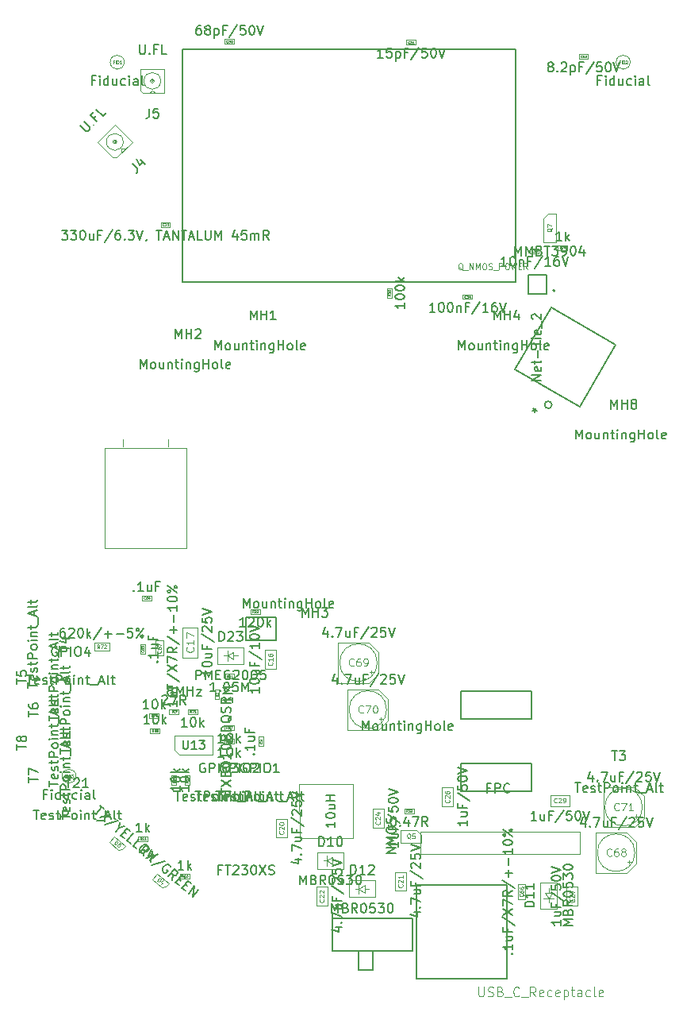
<source format=gbr>
G04 #@! TF.GenerationSoftware,KiCad,Pcbnew,5.1.6+dfsg1-1~bpo10+1*
G04 #@! TF.CreationDate,2020-12-17T18:50:31-05:00*
G04 #@! TF.ProjectId,4GRCP_Mainboard,34475243-505f-44d6-9169-6e626f617264,rev?*
G04 #@! TF.SameCoordinates,Original*
G04 #@! TF.FileFunction,Other,Fab,Top*
%FSLAX46Y46*%
G04 Gerber Fmt 4.6, Leading zero omitted, Abs format (unit mm)*
G04 Created by KiCad (PCBNEW 5.1.6+dfsg1-1~bpo10+1) date 2020-12-17 18:50:31*
%MOMM*%
%LPD*%
G01*
G04 APERTURE LIST*
%ADD10C,0.127000*%
%ADD11C,0.100000*%
%ADD12C,0.120000*%
%ADD13C,0.150000*%
%ADD14C,0.152400*%
%ADD15C,0.200000*%
%ADD16C,0.015000*%
%ADD17C,0.080000*%
%ADD18C,0.060000*%
%ADD19C,0.050000*%
%ADD20C,0.040000*%
%ADD21C,0.075000*%
G04 APERTURE END LIST*
D10*
X154675000Y-156655000D02*
X154675000Y-146655000D01*
X154675000Y-146655000D02*
X164325000Y-146655000D01*
X164325000Y-146655000D02*
X164325000Y-156655000D01*
X164325000Y-156655000D02*
X154675000Y-156655000D01*
D11*
X151200000Y-138600000D02*
X151200000Y-140600000D01*
X150000000Y-138600000D02*
X151200000Y-138600000D01*
X150000000Y-140600000D02*
X150000000Y-138600000D01*
X151200000Y-140600000D02*
X150000000Y-140600000D01*
D12*
X155100000Y-141000000D02*
X155100000Y-143400000D01*
X172100000Y-141000000D02*
X172100000Y-143400000D01*
X155100000Y-141000000D02*
X172100000Y-141000000D01*
X172100000Y-143400000D02*
X155100000Y-143400000D01*
D13*
X159450000Y-133700000D02*
X166950000Y-133700000D01*
X166950000Y-133700000D02*
X166950000Y-136700000D01*
X166950000Y-136700000D02*
X159450000Y-136700000D01*
X159450000Y-136700000D02*
X159450000Y-133700000D01*
X159450000Y-126000000D02*
X166950000Y-126000000D01*
X166950000Y-126000000D02*
X166950000Y-129000000D01*
X166950000Y-129000000D02*
X159450000Y-129000000D01*
X159450000Y-129000000D02*
X159450000Y-126000000D01*
D11*
X126502460Y-146084453D02*
X127498318Y-146920077D01*
X127498318Y-146920077D02*
X127920968Y-146883100D01*
X127920968Y-146883100D02*
X128242362Y-146500077D01*
X128242362Y-146500077D02*
X127016690Y-145471617D01*
X127016690Y-145471617D02*
X126502460Y-146084453D01*
X121900049Y-142112188D02*
X122895907Y-142947812D01*
X122895907Y-142947812D02*
X123318557Y-142910835D01*
X123318557Y-142910835D02*
X123639951Y-142527812D01*
X123639951Y-142527812D02*
X122414279Y-141499352D01*
X122414279Y-141499352D02*
X121900049Y-142112188D01*
X123500000Y-59000000D02*
G75*
G03*
X123500000Y-59000000I-750000J0D01*
G01*
X177500000Y-59000000D02*
G75*
G03*
X177500000Y-59000000I-750000J0D01*
G01*
X118350000Y-135100000D02*
G75*
G03*
X118350000Y-135100000I-750000J0D01*
G01*
D14*
X165223413Y-91736746D02*
X172108489Y-95711846D01*
X172108489Y-95711846D02*
X175931189Y-89090735D01*
X175931189Y-89090735D02*
X169046113Y-85115635D01*
X169046113Y-85115635D02*
X165223413Y-91736746D01*
X169136525Y-95519149D02*
G75*
G03*
X169136525Y-95519149I-381000J0D01*
G01*
D11*
X137850000Y-130900000D02*
X138350000Y-130900000D01*
X138350000Y-130900000D02*
X138350000Y-131900000D01*
X138350000Y-131900000D02*
X137850000Y-131900000D01*
X137850000Y-131900000D02*
X137850000Y-130900000D01*
X135215000Y-56550000D02*
X135215000Y-57050000D01*
X135215000Y-57050000D02*
X134215000Y-57050000D01*
X134215000Y-57050000D02*
X134215000Y-56550000D01*
X134215000Y-56550000D02*
X135215000Y-56550000D01*
X154600000Y-57150000D02*
X153600000Y-57150000D01*
X154600000Y-56650000D02*
X154600000Y-57150000D01*
X153600000Y-56650000D02*
X154600000Y-56650000D01*
X153600000Y-57150000D02*
X153600000Y-56650000D01*
X172015000Y-58650000D02*
X172015000Y-58150000D01*
X172015000Y-58150000D02*
X173015000Y-58150000D01*
X173015000Y-58150000D02*
X173015000Y-58650000D01*
X173015000Y-58650000D02*
X172015000Y-58650000D01*
X167760000Y-79350000D02*
X166760000Y-79350000D01*
X167760000Y-78850000D02*
X167760000Y-79350000D01*
X166760000Y-78850000D02*
X167760000Y-78850000D01*
X166760000Y-79350000D02*
X166760000Y-78850000D01*
X159625000Y-84250000D02*
X159625000Y-83750000D01*
X159625000Y-83750000D02*
X160625000Y-83750000D01*
X160625000Y-83750000D02*
X160625000Y-84250000D01*
X160625000Y-84250000D02*
X159625000Y-84250000D01*
X128400000Y-76550000D02*
X127400000Y-76550000D01*
X128400000Y-76050000D02*
X128400000Y-76550000D01*
X127400000Y-76050000D02*
X128400000Y-76050000D01*
X127400000Y-76550000D02*
X127400000Y-76050000D01*
X126400000Y-115850000D02*
X126400000Y-116350000D01*
X126400000Y-116350000D02*
X125400000Y-116350000D01*
X125400000Y-116350000D02*
X125400000Y-115850000D01*
X125400000Y-115850000D02*
X126400000Y-115850000D01*
X125700000Y-121050000D02*
X125700000Y-122050000D01*
X125200000Y-121050000D02*
X125700000Y-121050000D01*
X125200000Y-122050000D02*
X125200000Y-121050000D01*
X125700000Y-122050000D02*
X125200000Y-122050000D01*
X165500000Y-148200000D02*
X165500000Y-146600000D01*
X166300000Y-148200000D02*
X165500000Y-148200000D01*
X166300000Y-146600000D02*
X166300000Y-148200000D01*
X165500000Y-146600000D02*
X166300000Y-146600000D01*
X127650000Y-120650000D02*
X127650000Y-122250000D01*
X126850000Y-120650000D02*
X127650000Y-120650000D01*
X126850000Y-122250000D02*
X126850000Y-120650000D01*
X127650000Y-122250000D02*
X126850000Y-122250000D01*
X177374773Y-144450000D02*
X177374773Y-144050000D01*
X177574773Y-144250000D02*
X177174773Y-144250000D01*
X178150000Y-142100000D02*
X177150000Y-141100000D01*
X178150000Y-144400000D02*
X177150000Y-145400000D01*
X178150000Y-144400000D02*
X178150000Y-142100000D01*
X177150000Y-141100000D02*
X173850000Y-141100000D01*
X177150000Y-145400000D02*
X173850000Y-145400000D01*
X173850000Y-145400000D02*
X173850000Y-141100000D01*
X178000000Y-143250000D02*
G75*
G03*
X178000000Y-143250000I-2000000J0D01*
G01*
X150500000Y-123000000D02*
G75*
G03*
X150500000Y-123000000I-2000000J0D01*
G01*
X146350000Y-125150000D02*
X146350000Y-120850000D01*
X149650000Y-125150000D02*
X146350000Y-125150000D01*
X149650000Y-120850000D02*
X146350000Y-120850000D01*
X150650000Y-124150000D02*
X150650000Y-121850000D01*
X150650000Y-124150000D02*
X149650000Y-125150000D01*
X150650000Y-121850000D02*
X149650000Y-120850000D01*
X150074773Y-124000000D02*
X149674773Y-124000000D01*
X149874773Y-124200000D02*
X149874773Y-123800000D01*
X151500000Y-128000000D02*
G75*
G03*
X151500000Y-128000000I-2000000J0D01*
G01*
X147350000Y-130150000D02*
X147350000Y-125850000D01*
X150650000Y-130150000D02*
X147350000Y-130150000D01*
X150650000Y-125850000D02*
X147350000Y-125850000D01*
X151650000Y-129150000D02*
X151650000Y-126850000D01*
X151650000Y-129150000D02*
X150650000Y-130150000D01*
X151650000Y-126850000D02*
X150650000Y-125850000D01*
X151074773Y-129000000D02*
X150674773Y-129000000D01*
X150874773Y-129200000D02*
X150874773Y-128800000D01*
X178800000Y-138400000D02*
G75*
G03*
X178800000Y-138400000I-2000000J0D01*
G01*
X174650000Y-140550000D02*
X174650000Y-136250000D01*
X177950000Y-140550000D02*
X174650000Y-140550000D01*
X177950000Y-136250000D02*
X174650000Y-136250000D01*
X178950000Y-139550000D02*
X178950000Y-137250000D01*
X178950000Y-139550000D02*
X177950000Y-140550000D01*
X178950000Y-137250000D02*
X177950000Y-136250000D01*
X178374773Y-139400000D02*
X177974773Y-139400000D01*
X178174773Y-139600000D02*
X178174773Y-139200000D01*
X122699999Y-67500000D02*
G75*
G03*
X122699999Y-67500000I-199999J0D01*
G01*
X122712132Y-69126346D02*
X124338478Y-67500000D01*
X122500000Y-65661522D02*
X124338478Y-67500000D01*
X122287868Y-69126346D02*
X122712132Y-69126346D01*
X120661522Y-67500000D02*
X122287868Y-69126346D01*
X120661522Y-67500000D02*
X122500000Y-65661522D01*
X123400000Y-67500000D02*
G75*
G03*
X123400000Y-67500000I-900000J0D01*
G01*
X122625000Y-67500000D02*
G75*
G03*
X122625000Y-67500000I-125000J0D01*
G01*
X122550000Y-67500000D02*
G75*
G03*
X122550000Y-67500000I-50000J0D01*
G01*
X123207107Y-68631371D02*
X123207107Y-68207107D01*
X123207107Y-68207107D02*
X123631371Y-68207107D01*
X126500000Y-62000000D02*
X126800000Y-62300000D01*
X126200000Y-62300000D02*
X126500000Y-62000000D01*
X126550000Y-61000000D02*
G75*
G03*
X126550000Y-61000000I-50000J0D01*
G01*
X126625000Y-61000000D02*
G75*
G03*
X126625000Y-61000000I-125000J0D01*
G01*
X127400000Y-61000000D02*
G75*
G03*
X127400000Y-61000000I-900000J0D01*
G01*
X125200000Y-59700000D02*
X127800000Y-59700000D01*
X125200000Y-59700000D02*
X125200000Y-62000000D01*
X125200000Y-62000000D02*
X125500000Y-62300000D01*
X127800000Y-59700000D02*
X127800000Y-62300000D01*
X125500000Y-62300000D02*
X127800000Y-62300000D01*
X126700000Y-61000000D02*
G75*
G03*
X126700000Y-61000000I-200000J0D01*
G01*
D10*
X168600000Y-83700000D02*
X168600000Y-81700000D01*
X168600000Y-83700000D02*
X166600000Y-83700000D01*
X166600000Y-81700000D02*
X166600000Y-83700000D01*
X166600000Y-81700000D02*
X168600000Y-81700000D01*
D15*
X169450000Y-83350000D02*
G75*
G03*
X169450000Y-83350000I-100000J0D01*
G01*
D11*
X133650000Y-126900000D02*
X133150000Y-126900000D01*
X133150000Y-126900000D02*
X133150000Y-125900000D01*
X133150000Y-125900000D02*
X133650000Y-125900000D01*
X133650000Y-125900000D02*
X133650000Y-126900000D01*
X128300000Y-127950000D02*
X129300000Y-127950000D01*
X128300000Y-128450000D02*
X128300000Y-127950000D01*
X129300000Y-128450000D02*
X128300000Y-128450000D01*
X129300000Y-127950000D02*
X129300000Y-128450000D01*
X130460000Y-145520000D02*
X130460000Y-146020000D01*
X130460000Y-146020000D02*
X129460000Y-146020000D01*
X129460000Y-146020000D02*
X129460000Y-145520000D01*
X129460000Y-145520000D02*
X130460000Y-145520000D01*
X125990000Y-141520000D02*
X125990000Y-142020000D01*
X125990000Y-142020000D02*
X124990000Y-142020000D01*
X124990000Y-142020000D02*
X124990000Y-141520000D01*
X124990000Y-141520000D02*
X125990000Y-141520000D01*
X134250000Y-124700000D02*
X134250000Y-124200000D01*
X134250000Y-124200000D02*
X135250000Y-124200000D01*
X135250000Y-124200000D02*
X135250000Y-124700000D01*
X135250000Y-124700000D02*
X134250000Y-124700000D01*
X137975000Y-117800000D02*
X136975000Y-117800000D01*
X137975000Y-117300000D02*
X137975000Y-117800000D01*
X136975000Y-117300000D02*
X137975000Y-117300000D01*
X136975000Y-117800000D02*
X136975000Y-117300000D01*
X152050000Y-84100000D02*
X151550000Y-84100000D01*
X151550000Y-84100000D02*
X151550000Y-83100000D01*
X151550000Y-83100000D02*
X152050000Y-83100000D01*
X152050000Y-83100000D02*
X152050000Y-84100000D01*
X134200000Y-131650000D02*
X134200000Y-131150000D01*
X134200000Y-131150000D02*
X135200000Y-131150000D01*
X135200000Y-131150000D02*
X135200000Y-131650000D01*
X135200000Y-131650000D02*
X134200000Y-131650000D01*
X135200000Y-130150000D02*
X134200000Y-130150000D01*
X135200000Y-129650000D02*
X135200000Y-130150000D01*
X134200000Y-129650000D02*
X135200000Y-129650000D01*
X134200000Y-130150000D02*
X134200000Y-129650000D01*
X127275000Y-130000000D02*
X127275000Y-130500000D01*
X127275000Y-130500000D02*
X126275000Y-130500000D01*
X126275000Y-130500000D02*
X126275000Y-130000000D01*
X126275000Y-130000000D02*
X127275000Y-130000000D01*
X129050000Y-135000000D02*
X129050000Y-136000000D01*
X128550000Y-135000000D02*
X129050000Y-135000000D01*
X128550000Y-136000000D02*
X128550000Y-135000000D01*
X129050000Y-136000000D02*
X128550000Y-136000000D01*
X127200000Y-128375000D02*
X127200000Y-128875000D01*
X127200000Y-128875000D02*
X126200000Y-128875000D01*
X126200000Y-128875000D02*
X126200000Y-128375000D01*
X126200000Y-128375000D02*
X127200000Y-128375000D01*
X130300000Y-128450000D02*
X130300000Y-127950000D01*
X130300000Y-127950000D02*
X131300000Y-127950000D01*
X131300000Y-127950000D02*
X131300000Y-128450000D01*
X131300000Y-128450000D02*
X130300000Y-128450000D01*
X121900000Y-120900000D02*
X121900000Y-121700000D01*
X121900000Y-121700000D02*
X120300000Y-121700000D01*
X120300000Y-121700000D02*
X120300000Y-120900000D01*
X120300000Y-120900000D02*
X121900000Y-120900000D01*
D13*
X129700000Y-57600000D02*
X165300000Y-57600000D01*
X165300000Y-57600000D02*
X165300000Y-82400000D01*
X165300000Y-82400000D02*
X129700000Y-82400000D01*
X129700000Y-82400000D02*
X129700000Y-57600000D01*
D11*
X128900000Y-132300000D02*
X129400000Y-132800000D01*
X128900000Y-132300000D02*
X128900000Y-130800000D01*
X132900000Y-132800000D02*
X129400000Y-132800000D01*
X132900000Y-130800000D02*
X132900000Y-132800000D01*
X128900000Y-130800000D02*
X132900000Y-130800000D01*
X138500000Y-123650000D02*
X138500000Y-121650000D01*
X139700000Y-123650000D02*
X138500000Y-123650000D01*
X139700000Y-121650000D02*
X139700000Y-123650000D01*
X138500000Y-121650000D02*
X139700000Y-121650000D01*
X131350000Y-119250000D02*
X131350000Y-122450000D01*
X129750000Y-119250000D02*
X131350000Y-119250000D01*
X129750000Y-122450000D02*
X129750000Y-119250000D01*
X131350000Y-122450000D02*
X129750000Y-122450000D01*
X133450000Y-121350000D02*
X136250000Y-121350000D01*
X136250000Y-121350000D02*
X136250000Y-123150000D01*
X136250000Y-123150000D02*
X133450000Y-123150000D01*
X133450000Y-123150000D02*
X133450000Y-121350000D01*
X134100000Y-122250000D02*
X134500000Y-122250000D01*
X134500000Y-122250000D02*
X134500000Y-121700000D01*
X134500000Y-122250000D02*
X134500000Y-122800000D01*
X134500000Y-122250000D02*
X135100000Y-121850000D01*
X135100000Y-121850000D02*
X135100000Y-122650000D01*
X135100000Y-122650000D02*
X134500000Y-122250000D01*
X135100000Y-122250000D02*
X135600000Y-122250000D01*
D13*
X136500000Y-120600000D02*
X139700000Y-120600000D01*
X139700000Y-120600000D02*
X139700000Y-118200000D01*
X136500000Y-118200000D02*
X136500000Y-120600000D01*
X139700000Y-118200000D02*
X136500000Y-118200000D01*
X150000000Y-155750000D02*
X150000000Y-153750000D01*
X148500000Y-155750000D02*
X150000000Y-155750000D01*
X148500000Y-153750000D02*
X148500000Y-155750000D01*
X154250000Y-150250000D02*
X145750000Y-150250000D01*
X154250000Y-153750000D02*
X154250000Y-150250000D01*
X145750000Y-153750000D02*
X154250000Y-153750000D01*
X145750000Y-150250000D02*
X145750000Y-153750000D01*
D11*
X140900000Y-139650000D02*
X140900000Y-141650000D01*
X139700000Y-139650000D02*
X140900000Y-139650000D01*
X139700000Y-141650000D02*
X139700000Y-139650000D01*
X140900000Y-141650000D02*
X139700000Y-141650000D01*
X153600000Y-145300000D02*
X153600000Y-147300000D01*
X152400000Y-145300000D02*
X153600000Y-145300000D01*
X152400000Y-147300000D02*
X152400000Y-145300000D01*
X153600000Y-147300000D02*
X152400000Y-147300000D01*
X145200000Y-148900000D02*
X144000000Y-148900000D01*
X144000000Y-148900000D02*
X144000000Y-146900000D01*
X144000000Y-146900000D02*
X145200000Y-146900000D01*
X145200000Y-146900000D02*
X145200000Y-148900000D01*
X158600000Y-138300000D02*
X157400000Y-138300000D01*
X157400000Y-138300000D02*
X157400000Y-136300000D01*
X157400000Y-136300000D02*
X158600000Y-136300000D01*
X158600000Y-136300000D02*
X158600000Y-138300000D01*
X170700000Y-148900000D02*
X170700000Y-146900000D01*
X171900000Y-148900000D02*
X170700000Y-148900000D01*
X171900000Y-146900000D02*
X171900000Y-148900000D01*
X170700000Y-146900000D02*
X171900000Y-146900000D01*
X169000000Y-138300000D02*
X169000000Y-137100000D01*
X169000000Y-137100000D02*
X171000000Y-137100000D01*
X171000000Y-137100000D02*
X171000000Y-138300000D01*
X171000000Y-138300000D02*
X169000000Y-138300000D01*
X145750000Y-144100000D02*
X146250000Y-144100000D01*
X145750000Y-144500000D02*
X145150000Y-144100000D01*
X145750000Y-143700000D02*
X145750000Y-144500000D01*
X145150000Y-144100000D02*
X145750000Y-143700000D01*
X145150000Y-144100000D02*
X145150000Y-144650000D01*
X145150000Y-144100000D02*
X145150000Y-143550000D01*
X144750000Y-144100000D02*
X145150000Y-144100000D01*
X144100000Y-145000000D02*
X144100000Y-143200000D01*
X146900000Y-145000000D02*
X144100000Y-145000000D01*
X146900000Y-143200000D02*
X146900000Y-145000000D01*
X144100000Y-143200000D02*
X146900000Y-143200000D01*
X168800000Y-147550000D02*
X168800000Y-147050000D01*
X169200000Y-147550000D02*
X168800000Y-148150000D01*
X168400000Y-147550000D02*
X169200000Y-147550000D01*
X168800000Y-148150000D02*
X168400000Y-147550000D01*
X168800000Y-148150000D02*
X169350000Y-148150000D01*
X168800000Y-148150000D02*
X168250000Y-148150000D01*
X168800000Y-148550000D02*
X168800000Y-148150000D01*
X169700000Y-149200000D02*
X167900000Y-149200000D01*
X169700000Y-146400000D02*
X169700000Y-149200000D01*
X167900000Y-146400000D02*
X169700000Y-146400000D01*
X167900000Y-149200000D02*
X167900000Y-146400000D01*
X147500000Y-146200000D02*
X150300000Y-146200000D01*
X150300000Y-146200000D02*
X150300000Y-148000000D01*
X150300000Y-148000000D02*
X147500000Y-148000000D01*
X147500000Y-148000000D02*
X147500000Y-146200000D01*
X148150000Y-147100000D02*
X148550000Y-147100000D01*
X148550000Y-147100000D02*
X148550000Y-146550000D01*
X148550000Y-147100000D02*
X148550000Y-147650000D01*
X148550000Y-147100000D02*
X149150000Y-146700000D01*
X149150000Y-146700000D02*
X149150000Y-147500000D01*
X149150000Y-147500000D02*
X148550000Y-147100000D01*
X149150000Y-147100000D02*
X149650000Y-147100000D01*
X155200000Y-142170000D02*
X155200000Y-141320000D01*
X154700000Y-140820000D02*
X153000000Y-140820000D01*
X155200000Y-142170000D02*
X153000000Y-142170000D01*
X153000000Y-142170000D02*
X153000000Y-140820000D01*
X155200000Y-141320000D02*
X154700000Y-140820000D01*
D12*
X123400000Y-99200000D02*
X123400000Y-100000000D01*
X128200000Y-99200000D02*
X128200000Y-100000000D01*
X130150000Y-110800000D02*
X130150000Y-100100000D01*
X121450000Y-110800000D02*
X130150000Y-110800000D01*
X121450000Y-100100000D02*
X121450000Y-110800000D01*
X130150000Y-100100000D02*
X121450000Y-100100000D01*
D11*
X154400000Y-139050000D02*
X153400000Y-139050000D01*
X154400000Y-138550000D02*
X154400000Y-139050000D01*
X153400000Y-138550000D02*
X154400000Y-138550000D01*
X153400000Y-139050000D02*
X153400000Y-138550000D01*
X129950000Y-136000000D02*
X129950000Y-135000000D01*
X130450000Y-136000000D02*
X129950000Y-136000000D01*
X130450000Y-135000000D02*
X130450000Y-136000000D01*
X129950000Y-135000000D02*
X130450000Y-135000000D01*
X168200000Y-75700000D02*
X168200000Y-78150000D01*
X168750000Y-75130000D02*
X169600000Y-75130000D01*
X168200000Y-75700000D02*
X168750000Y-75130000D01*
X169600000Y-75130000D02*
X169600000Y-78170000D01*
X168200000Y-78170000D02*
X169600000Y-78170000D01*
X170800000Y-78525000D02*
X170800000Y-79025000D01*
X170800000Y-79025000D02*
X169800000Y-79025000D01*
X169800000Y-79025000D02*
X169800000Y-78525000D01*
X169800000Y-78525000D02*
X170800000Y-78525000D01*
D12*
X142250000Y-141700000D02*
X147950000Y-141700000D01*
X142150000Y-135900000D02*
X142250000Y-141700000D01*
X147950000Y-135900000D02*
X142150000Y-135900000D01*
X147950000Y-135900000D02*
X147950000Y-141700000D01*
D13*
X116702380Y-139690476D02*
X116702380Y-139119047D01*
X117702380Y-139404761D02*
X116702380Y-139404761D01*
X117654761Y-138404761D02*
X117702380Y-138500000D01*
X117702380Y-138690476D01*
X117654761Y-138785714D01*
X117559523Y-138833333D01*
X117178571Y-138833333D01*
X117083333Y-138785714D01*
X117035714Y-138690476D01*
X117035714Y-138500000D01*
X117083333Y-138404761D01*
X117178571Y-138357142D01*
X117273809Y-138357142D01*
X117369047Y-138833333D01*
X117654761Y-137976190D02*
X117702380Y-137880952D01*
X117702380Y-137690476D01*
X117654761Y-137595238D01*
X117559523Y-137547619D01*
X117511904Y-137547619D01*
X117416666Y-137595238D01*
X117369047Y-137690476D01*
X117369047Y-137833333D01*
X117321428Y-137928571D01*
X117226190Y-137976190D01*
X117178571Y-137976190D01*
X117083333Y-137928571D01*
X117035714Y-137833333D01*
X117035714Y-137690476D01*
X117083333Y-137595238D01*
X117035714Y-137261904D02*
X117035714Y-136880952D01*
X116702380Y-137119047D02*
X117559523Y-137119047D01*
X117654761Y-137071428D01*
X117702380Y-136976190D01*
X117702380Y-136880952D01*
X117702380Y-136547619D02*
X116702380Y-136547619D01*
X116702380Y-136166666D01*
X116750000Y-136071428D01*
X116797619Y-136023809D01*
X116892857Y-135976190D01*
X117035714Y-135976190D01*
X117130952Y-136023809D01*
X117178571Y-136071428D01*
X117226190Y-136166666D01*
X117226190Y-136547619D01*
X117702380Y-135404761D02*
X117654761Y-135500000D01*
X117607142Y-135547619D01*
X117511904Y-135595238D01*
X117226190Y-135595238D01*
X117130952Y-135547619D01*
X117083333Y-135500000D01*
X117035714Y-135404761D01*
X117035714Y-135261904D01*
X117083333Y-135166666D01*
X117130952Y-135119047D01*
X117226190Y-135071428D01*
X117511904Y-135071428D01*
X117607142Y-135119047D01*
X117654761Y-135166666D01*
X117702380Y-135261904D01*
X117702380Y-135404761D01*
X117702380Y-134642857D02*
X117035714Y-134642857D01*
X116702380Y-134642857D02*
X116750000Y-134690476D01*
X116797619Y-134642857D01*
X116750000Y-134595238D01*
X116702380Y-134642857D01*
X116797619Y-134642857D01*
X117035714Y-134166666D02*
X117702380Y-134166666D01*
X117130952Y-134166666D02*
X117083333Y-134119047D01*
X117035714Y-134023809D01*
X117035714Y-133880952D01*
X117083333Y-133785714D01*
X117178571Y-133738095D01*
X117702380Y-133738095D01*
X117035714Y-133404761D02*
X117035714Y-133023809D01*
X116702380Y-133261904D02*
X117559523Y-133261904D01*
X117654761Y-133214285D01*
X117702380Y-133119047D01*
X117702380Y-133023809D01*
X117797619Y-132928571D02*
X117797619Y-132166666D01*
X117416666Y-131976190D02*
X117416666Y-131500000D01*
X117702380Y-132071428D02*
X116702380Y-131738095D01*
X117702380Y-131404761D01*
X117702380Y-130928571D02*
X117654761Y-131023809D01*
X117559523Y-131071428D01*
X116702380Y-131071428D01*
X117035714Y-130690476D02*
X117035714Y-130309523D01*
X116702380Y-130547619D02*
X117559523Y-130547619D01*
X117654761Y-130500000D01*
X117702380Y-130404761D01*
X117702380Y-130309523D01*
X113302380Y-135761904D02*
X113302380Y-135190476D01*
X114302380Y-135476190D02*
X113302380Y-135476190D01*
X113302380Y-134952380D02*
X113302380Y-134285714D01*
X114302380Y-134714285D01*
D16*
X161312429Y-157570799D02*
X161312429Y-158380584D01*
X161360063Y-158475853D01*
X161407698Y-158523487D01*
X161502967Y-158571122D01*
X161693504Y-158571122D01*
X161788773Y-158523487D01*
X161836408Y-158475853D01*
X161884042Y-158380584D01*
X161884042Y-157570799D01*
X162312752Y-158523487D02*
X162455655Y-158571122D01*
X162693827Y-158571122D01*
X162789096Y-158523487D01*
X162836731Y-158475853D01*
X162884365Y-158380584D01*
X162884365Y-158285315D01*
X162836731Y-158190046D01*
X162789096Y-158142412D01*
X162693827Y-158094777D01*
X162503290Y-158047143D01*
X162408021Y-157999508D01*
X162360386Y-157951874D01*
X162312752Y-157856605D01*
X162312752Y-157761336D01*
X162360386Y-157666067D01*
X162408021Y-157618433D01*
X162503290Y-157570799D01*
X162741462Y-157570799D01*
X162884365Y-157618433D01*
X163646516Y-158047143D02*
X163789419Y-158094777D01*
X163837054Y-158142412D01*
X163884688Y-158237681D01*
X163884688Y-158380584D01*
X163837054Y-158475853D01*
X163789419Y-158523487D01*
X163694150Y-158571122D01*
X163313075Y-158571122D01*
X163313075Y-157570799D01*
X163646516Y-157570799D01*
X163741785Y-157618433D01*
X163789419Y-157666067D01*
X163837054Y-157761336D01*
X163837054Y-157856605D01*
X163789419Y-157951874D01*
X163741785Y-157999508D01*
X163646516Y-158047143D01*
X163313075Y-158047143D01*
X164075226Y-158666390D02*
X164837377Y-158666390D01*
X165647162Y-158475853D02*
X165599528Y-158523487D01*
X165456624Y-158571122D01*
X165361355Y-158571122D01*
X165218452Y-158523487D01*
X165123183Y-158428218D01*
X165075549Y-158332949D01*
X165027914Y-158142412D01*
X165027914Y-157999508D01*
X165075549Y-157808971D01*
X165123183Y-157713702D01*
X165218452Y-157618433D01*
X165361355Y-157570799D01*
X165456624Y-157570799D01*
X165599528Y-157618433D01*
X165647162Y-157666067D01*
X165837700Y-158666390D02*
X166599851Y-158666390D01*
X167409636Y-158571122D02*
X167076195Y-158094777D01*
X166838023Y-158571122D02*
X166838023Y-157570799D01*
X167219098Y-157570799D01*
X167314367Y-157618433D01*
X167362001Y-157666067D01*
X167409636Y-157761336D01*
X167409636Y-157904240D01*
X167362001Y-157999508D01*
X167314367Y-158047143D01*
X167219098Y-158094777D01*
X166838023Y-158094777D01*
X168219421Y-158523487D02*
X168124152Y-158571122D01*
X167933615Y-158571122D01*
X167838346Y-158523487D01*
X167790711Y-158428218D01*
X167790711Y-158047143D01*
X167838346Y-157951874D01*
X167933615Y-157904240D01*
X168124152Y-157904240D01*
X168219421Y-157951874D01*
X168267056Y-158047143D01*
X168267056Y-158142412D01*
X167790711Y-158237681D01*
X169124475Y-158523487D02*
X169029206Y-158571122D01*
X168838669Y-158571122D01*
X168743400Y-158523487D01*
X168695765Y-158475853D01*
X168648131Y-158380584D01*
X168648131Y-158094777D01*
X168695765Y-157999508D01*
X168743400Y-157951874D01*
X168838669Y-157904240D01*
X169029206Y-157904240D01*
X169124475Y-157951874D01*
X169934261Y-158523487D02*
X169838992Y-158571122D01*
X169648454Y-158571122D01*
X169553185Y-158523487D01*
X169505551Y-158428218D01*
X169505551Y-158047143D01*
X169553185Y-157951874D01*
X169648454Y-157904240D01*
X169838992Y-157904240D01*
X169934261Y-157951874D01*
X169981895Y-158047143D01*
X169981895Y-158142412D01*
X169505551Y-158237681D01*
X170410605Y-157904240D02*
X170410605Y-158904563D01*
X170410605Y-157951874D02*
X170505874Y-157904240D01*
X170696411Y-157904240D01*
X170791680Y-157951874D01*
X170839315Y-157999508D01*
X170886949Y-158094777D01*
X170886949Y-158380584D01*
X170839315Y-158475853D01*
X170791680Y-158523487D01*
X170696411Y-158571122D01*
X170505874Y-158571122D01*
X170410605Y-158523487D01*
X171172756Y-157904240D02*
X171553831Y-157904240D01*
X171315659Y-157570799D02*
X171315659Y-158428218D01*
X171363293Y-158523487D01*
X171458562Y-158571122D01*
X171553831Y-158571122D01*
X172315982Y-158571122D02*
X172315982Y-158047143D01*
X172268348Y-157951874D01*
X172173079Y-157904240D01*
X171982541Y-157904240D01*
X171887272Y-157951874D01*
X172315982Y-158523487D02*
X172220713Y-158571122D01*
X171982541Y-158571122D01*
X171887272Y-158523487D01*
X171839638Y-158428218D01*
X171839638Y-158332949D01*
X171887272Y-158237681D01*
X171982541Y-158190046D01*
X172220713Y-158190046D01*
X172315982Y-158142412D01*
X173221036Y-158523487D02*
X173125767Y-158571122D01*
X172935230Y-158571122D01*
X172839961Y-158523487D01*
X172792326Y-158475853D01*
X172744692Y-158380584D01*
X172744692Y-158094777D01*
X172792326Y-157999508D01*
X172839961Y-157951874D01*
X172935230Y-157904240D01*
X173125767Y-157904240D01*
X173221036Y-157951874D01*
X173792649Y-158571122D02*
X173697380Y-158523487D01*
X173649746Y-158428218D01*
X173649746Y-157570799D01*
X174554800Y-158523487D02*
X174459531Y-158571122D01*
X174268994Y-158571122D01*
X174173725Y-158523487D01*
X174126090Y-158428218D01*
X174126090Y-158047143D01*
X174173725Y-157951874D01*
X174268994Y-157904240D01*
X174459531Y-157904240D01*
X174554800Y-157951874D01*
X174602435Y-158047143D01*
X174602435Y-158142412D01*
X174126090Y-158237681D01*
D13*
X152702380Y-142100000D02*
X152702380Y-142671428D01*
X152702380Y-142385714D02*
X151702380Y-142385714D01*
X151845238Y-142480952D01*
X151940476Y-142576190D01*
X151988095Y-142671428D01*
X152035714Y-141242857D02*
X152702380Y-141242857D01*
X152035714Y-141671428D02*
X152559523Y-141671428D01*
X152654761Y-141623809D01*
X152702380Y-141528571D01*
X152702380Y-141385714D01*
X152654761Y-141290476D01*
X152607142Y-141242857D01*
X152178571Y-140433333D02*
X152178571Y-140766666D01*
X152702380Y-140766666D02*
X151702380Y-140766666D01*
X151702380Y-140290476D01*
X151654761Y-139195238D02*
X152940476Y-140052380D01*
X151702380Y-138385714D02*
X151702380Y-138861904D01*
X152178571Y-138909523D01*
X152130952Y-138861904D01*
X152083333Y-138766666D01*
X152083333Y-138528571D01*
X152130952Y-138433333D01*
X152178571Y-138385714D01*
X152273809Y-138338095D01*
X152511904Y-138338095D01*
X152607142Y-138385714D01*
X152654761Y-138433333D01*
X152702380Y-138528571D01*
X152702380Y-138766666D01*
X152654761Y-138861904D01*
X152607142Y-138909523D01*
X151702380Y-137719047D02*
X151702380Y-137623809D01*
X151750000Y-137528571D01*
X151797619Y-137480952D01*
X151892857Y-137433333D01*
X152083333Y-137385714D01*
X152321428Y-137385714D01*
X152511904Y-137433333D01*
X152607142Y-137480952D01*
X152654761Y-137528571D01*
X152702380Y-137623809D01*
X152702380Y-137719047D01*
X152654761Y-137814285D01*
X152607142Y-137861904D01*
X152511904Y-137909523D01*
X152321428Y-137957142D01*
X152083333Y-137957142D01*
X151892857Y-137909523D01*
X151797619Y-137861904D01*
X151750000Y-137814285D01*
X151702380Y-137719047D01*
X151702380Y-137100000D02*
X152702380Y-136766666D01*
X151702380Y-136433333D01*
D17*
X150778571Y-139921428D02*
X150802380Y-139945238D01*
X150826190Y-140016666D01*
X150826190Y-140064285D01*
X150802380Y-140135714D01*
X150754761Y-140183333D01*
X150707142Y-140207142D01*
X150611904Y-140230952D01*
X150540476Y-140230952D01*
X150445238Y-140207142D01*
X150397619Y-140183333D01*
X150350000Y-140135714D01*
X150326190Y-140064285D01*
X150326190Y-140016666D01*
X150350000Y-139945238D01*
X150373809Y-139921428D01*
X150373809Y-139730952D02*
X150350000Y-139707142D01*
X150326190Y-139659523D01*
X150326190Y-139540476D01*
X150350000Y-139492857D01*
X150373809Y-139469047D01*
X150421428Y-139445238D01*
X150469047Y-139445238D01*
X150540476Y-139469047D01*
X150826190Y-139754761D01*
X150826190Y-139445238D01*
X150492857Y-139016666D02*
X150826190Y-139016666D01*
X150302380Y-139135714D02*
X150659523Y-139254761D01*
X150659523Y-138945238D01*
D13*
X162542857Y-136328571D02*
X162209523Y-136328571D01*
X162209523Y-136852380D02*
X162209523Y-135852380D01*
X162685714Y-135852380D01*
X163066666Y-136852380D02*
X163066666Y-135852380D01*
X163447619Y-135852380D01*
X163542857Y-135900000D01*
X163590476Y-135947619D01*
X163638095Y-136042857D01*
X163638095Y-136185714D01*
X163590476Y-136280952D01*
X163542857Y-136328571D01*
X163447619Y-136376190D01*
X163066666Y-136376190D01*
X164638095Y-136757142D02*
X164590476Y-136804761D01*
X164447619Y-136852380D01*
X164352380Y-136852380D01*
X164209523Y-136804761D01*
X164114285Y-136709523D01*
X164066666Y-136614285D01*
X164019047Y-136423809D01*
X164019047Y-136280952D01*
X164066666Y-136090476D01*
X164114285Y-135995238D01*
X164209523Y-135900000D01*
X164352380Y-135852380D01*
X164447619Y-135852380D01*
X164590476Y-135900000D01*
X164638095Y-135947619D01*
X125579344Y-143576782D02*
X125630085Y-142997737D01*
X125141604Y-143209475D02*
X125784391Y-142443431D01*
X126076218Y-142688302D01*
X126118566Y-142785998D01*
X126124435Y-142853085D01*
X126099695Y-142956651D01*
X126007869Y-143066086D01*
X125910172Y-143108434D01*
X125843085Y-143114303D01*
X125739520Y-143089563D01*
X125447693Y-142844692D01*
X126477479Y-143025000D02*
X126345388Y-144219570D01*
X126988176Y-143453525D02*
X125834692Y-143791045D01*
X127857786Y-144121053D02*
X126374735Y-144555006D01*
X128453177Y-144744970D02*
X128410830Y-144647274D01*
X128301395Y-144555447D01*
X128161351Y-144500099D01*
X128027176Y-144511837D01*
X127929480Y-144554185D01*
X127770566Y-144669489D01*
X127678739Y-144778924D01*
X127592782Y-144955446D01*
X127568042Y-145059012D01*
X127579781Y-145193186D01*
X127658607Y-145321491D01*
X127731564Y-145382709D01*
X127871607Y-145438058D01*
X127938695Y-145432188D01*
X128152957Y-145176840D01*
X128007044Y-145054405D01*
X128643521Y-146147933D02*
X128694262Y-145568887D01*
X128205782Y-145780625D02*
X128848569Y-145014581D01*
X129140396Y-145259453D01*
X129182743Y-145357149D01*
X129188613Y-145424236D01*
X129163873Y-145527801D01*
X129072046Y-145637236D01*
X128974350Y-145679584D01*
X128907263Y-145685453D01*
X128803697Y-145660714D01*
X128511871Y-145415842D01*
X129308524Y-146022152D02*
X129563872Y-146236414D01*
X129336609Y-146729502D02*
X128971826Y-146423413D01*
X129614614Y-145657369D01*
X129979397Y-145963458D01*
X130001612Y-146603721D02*
X130256960Y-146817984D01*
X130029697Y-147311072D02*
X129664914Y-147004983D01*
X130307702Y-146238938D01*
X130672485Y-146545028D01*
X130358002Y-147586553D02*
X131000789Y-146820508D01*
X130795741Y-147953860D01*
X131438529Y-147187815D01*
D18*
X127029931Y-146241107D02*
X127287046Y-145934689D01*
X127360003Y-145995907D01*
X127391533Y-146047229D01*
X127396229Y-146100899D01*
X127386333Y-146142325D01*
X127351950Y-146212934D01*
X127315219Y-146256708D01*
X127251653Y-146302829D01*
X127212575Y-146319768D01*
X127158905Y-146324464D01*
X127102888Y-146302325D01*
X127029931Y-146241107D01*
X127639081Y-146404135D02*
X127467671Y-146608414D01*
X127664073Y-146226187D02*
X127407463Y-146383839D01*
X127597150Y-146543005D01*
D13*
X120890154Y-138226294D02*
X121327894Y-138593601D01*
X120466236Y-139175992D02*
X121109024Y-138409948D01*
X121510285Y-138746646D02*
X121378194Y-139941216D01*
X122020982Y-139175171D02*
X120867498Y-139512690D01*
X122890592Y-139842698D02*
X121407541Y-140276652D01*
X122924546Y-140617136D02*
X122618456Y-140981919D01*
X123005896Y-140001612D02*
X122924546Y-140617136D01*
X123516592Y-140430137D01*
X123465851Y-141009183D02*
X123721199Y-141223446D01*
X123493936Y-141716534D02*
X123129153Y-141410444D01*
X123771940Y-140644400D01*
X124136723Y-140950489D01*
X124187024Y-142298103D02*
X123822240Y-141992014D01*
X124465028Y-141225970D01*
X124807155Y-142818455D02*
X124442372Y-142512366D01*
X125085159Y-141746322D01*
X125851204Y-142389109D02*
X125997117Y-142511545D01*
X126039465Y-142609241D01*
X126051203Y-142743416D01*
X125965246Y-142919938D01*
X125750983Y-143175286D01*
X125592069Y-143290590D01*
X125457895Y-143302329D01*
X125354329Y-143277589D01*
X125208416Y-143155154D01*
X125166068Y-143057457D01*
X125154330Y-142923283D01*
X125240287Y-142746761D01*
X125454550Y-142491413D01*
X125613464Y-142376108D01*
X125747638Y-142364370D01*
X125851204Y-142389109D01*
X126434857Y-142878852D02*
X125974461Y-143797941D01*
X126579508Y-143373202D01*
X126266287Y-144042813D01*
X127091466Y-143429813D01*
D18*
X122427520Y-142268842D02*
X122684635Y-141962424D01*
X122757592Y-142023642D01*
X122789122Y-142074964D01*
X122793818Y-142128634D01*
X122783922Y-142170060D01*
X122749539Y-142240669D01*
X122712808Y-142284443D01*
X122649242Y-142330564D01*
X122610164Y-142347503D01*
X122556494Y-142352199D01*
X122500477Y-142330060D01*
X122427520Y-142268842D01*
X123136966Y-142341975D02*
X122991053Y-142219539D01*
X122854026Y-142353209D01*
X122880861Y-142350861D01*
X122922287Y-142360757D01*
X122995244Y-142421975D01*
X123012183Y-142461053D01*
X123014530Y-142487888D01*
X123004635Y-142529314D01*
X122943417Y-142602271D01*
X122904338Y-142619210D01*
X122877503Y-142621558D01*
X122836077Y-142611662D01*
X122763120Y-142550444D01*
X122746181Y-142511365D01*
X122743834Y-142484531D01*
D13*
X133888952Y-145066571D02*
X133555619Y-145066571D01*
X133555619Y-145590380D02*
X133555619Y-144590380D01*
X134031809Y-144590380D01*
X134269904Y-144590380D02*
X134841333Y-144590380D01*
X134555619Y-145590380D02*
X134555619Y-144590380D01*
X135127047Y-144685619D02*
X135174666Y-144638000D01*
X135269904Y-144590380D01*
X135508000Y-144590380D01*
X135603238Y-144638000D01*
X135650857Y-144685619D01*
X135698476Y-144780857D01*
X135698476Y-144876095D01*
X135650857Y-145018952D01*
X135079428Y-145590380D01*
X135698476Y-145590380D01*
X136031809Y-144590380D02*
X136650857Y-144590380D01*
X136317523Y-144971333D01*
X136460380Y-144971333D01*
X136555619Y-145018952D01*
X136603238Y-145066571D01*
X136650857Y-145161809D01*
X136650857Y-145399904D01*
X136603238Y-145495142D01*
X136555619Y-145542761D01*
X136460380Y-145590380D01*
X136174666Y-145590380D01*
X136079428Y-145542761D01*
X136031809Y-145495142D01*
X137269904Y-144590380D02*
X137365142Y-144590380D01*
X137460380Y-144638000D01*
X137508000Y-144685619D01*
X137555619Y-144780857D01*
X137603238Y-144971333D01*
X137603238Y-145209428D01*
X137555619Y-145399904D01*
X137508000Y-145495142D01*
X137460380Y-145542761D01*
X137365142Y-145590380D01*
X137269904Y-145590380D01*
X137174666Y-145542761D01*
X137127047Y-145495142D01*
X137079428Y-145399904D01*
X137031809Y-145209428D01*
X137031809Y-144971333D01*
X137079428Y-144780857D01*
X137127047Y-144685619D01*
X137174666Y-144638000D01*
X137269904Y-144590380D01*
X137936571Y-144590380D02*
X138603238Y-145590380D01*
X138603238Y-144590380D02*
X137936571Y-145590380D01*
X138936571Y-145542761D02*
X139079428Y-145590380D01*
X139317523Y-145590380D01*
X139412761Y-145542761D01*
X139460380Y-145495142D01*
X139508000Y-145399904D01*
X139508000Y-145304666D01*
X139460380Y-145209428D01*
X139412761Y-145161809D01*
X139317523Y-145114190D01*
X139127047Y-145066571D01*
X139031809Y-145018952D01*
X138984190Y-144971333D01*
X138936571Y-144876095D01*
X138936571Y-144780857D01*
X138984190Y-144685619D01*
X139031809Y-144638000D01*
X139127047Y-144590380D01*
X139365142Y-144590380D01*
X139508000Y-144638000D01*
X128304761Y-125930952D02*
X128209523Y-125883333D01*
X128161904Y-125835714D01*
X128114285Y-125740476D01*
X128114285Y-125692857D01*
X128161904Y-125597619D01*
X128209523Y-125550000D01*
X128304761Y-125502380D01*
X128495238Y-125502380D01*
X128590476Y-125550000D01*
X128638095Y-125597619D01*
X128685714Y-125692857D01*
X128685714Y-125740476D01*
X128638095Y-125835714D01*
X128590476Y-125883333D01*
X128495238Y-125930952D01*
X128304761Y-125930952D01*
X128209523Y-125978571D01*
X128161904Y-126026190D01*
X128114285Y-126121428D01*
X128114285Y-126311904D01*
X128161904Y-126407142D01*
X128209523Y-126454761D01*
X128304761Y-126502380D01*
X128495238Y-126502380D01*
X128590476Y-126454761D01*
X128638095Y-126407142D01*
X128685714Y-126311904D01*
X128685714Y-126121428D01*
X128638095Y-126026190D01*
X128590476Y-125978571D01*
X128495238Y-125930952D01*
X129114285Y-126502380D02*
X129114285Y-125502380D01*
X129447619Y-126216666D01*
X129780952Y-125502380D01*
X129780952Y-126502380D01*
X130257142Y-126502380D02*
X130257142Y-125502380D01*
X130257142Y-125978571D02*
X130828571Y-125978571D01*
X130828571Y-126502380D02*
X130828571Y-125502380D01*
X131209523Y-125835714D02*
X131733333Y-125835714D01*
X131209523Y-126502380D01*
X131733333Y-126502380D01*
X120369047Y-60928571D02*
X120035714Y-60928571D01*
X120035714Y-61452380D02*
X120035714Y-60452380D01*
X120511904Y-60452380D01*
X120892857Y-61452380D02*
X120892857Y-60785714D01*
X120892857Y-60452380D02*
X120845238Y-60500000D01*
X120892857Y-60547619D01*
X120940476Y-60500000D01*
X120892857Y-60452380D01*
X120892857Y-60547619D01*
X121797619Y-61452380D02*
X121797619Y-60452380D01*
X121797619Y-61404761D02*
X121702380Y-61452380D01*
X121511904Y-61452380D01*
X121416666Y-61404761D01*
X121369047Y-61357142D01*
X121321428Y-61261904D01*
X121321428Y-60976190D01*
X121369047Y-60880952D01*
X121416666Y-60833333D01*
X121511904Y-60785714D01*
X121702380Y-60785714D01*
X121797619Y-60833333D01*
X122702380Y-60785714D02*
X122702380Y-61452380D01*
X122273809Y-60785714D02*
X122273809Y-61309523D01*
X122321428Y-61404761D01*
X122416666Y-61452380D01*
X122559523Y-61452380D01*
X122654761Y-61404761D01*
X122702380Y-61357142D01*
X123607142Y-61404761D02*
X123511904Y-61452380D01*
X123321428Y-61452380D01*
X123226190Y-61404761D01*
X123178571Y-61357142D01*
X123130952Y-61261904D01*
X123130952Y-60976190D01*
X123178571Y-60880952D01*
X123226190Y-60833333D01*
X123321428Y-60785714D01*
X123511904Y-60785714D01*
X123607142Y-60833333D01*
X124035714Y-61452380D02*
X124035714Y-60785714D01*
X124035714Y-60452380D02*
X123988095Y-60500000D01*
X124035714Y-60547619D01*
X124083333Y-60500000D01*
X124035714Y-60452380D01*
X124035714Y-60547619D01*
X124940476Y-61452380D02*
X124940476Y-60928571D01*
X124892857Y-60833333D01*
X124797619Y-60785714D01*
X124607142Y-60785714D01*
X124511904Y-60833333D01*
X124940476Y-61404761D02*
X124845238Y-61452380D01*
X124607142Y-61452380D01*
X124511904Y-61404761D01*
X124464285Y-61309523D01*
X124464285Y-61214285D01*
X124511904Y-61119047D01*
X124607142Y-61071428D01*
X124845238Y-61071428D01*
X124940476Y-61023809D01*
X125559523Y-61452380D02*
X125464285Y-61404761D01*
X125416666Y-61309523D01*
X125416666Y-60452380D01*
D19*
X122428571Y-58978571D02*
X122328571Y-58978571D01*
X122328571Y-59135714D02*
X122328571Y-58835714D01*
X122471428Y-58835714D01*
X122585714Y-59135714D02*
X122585714Y-58835714D01*
X122728571Y-59135714D02*
X122728571Y-58835714D01*
X122800000Y-58835714D01*
X122842857Y-58850000D01*
X122871428Y-58878571D01*
X122885714Y-58907142D01*
X122900000Y-58964285D01*
X122900000Y-59007142D01*
X122885714Y-59064285D01*
X122871428Y-59092857D01*
X122842857Y-59121428D01*
X122800000Y-59135714D01*
X122728571Y-59135714D01*
X123185714Y-59135714D02*
X123014285Y-59135714D01*
X123100000Y-59135714D02*
X123100000Y-58835714D01*
X123071428Y-58878571D01*
X123042857Y-58907142D01*
X123014285Y-58921428D01*
D13*
X174369047Y-60928571D02*
X174035714Y-60928571D01*
X174035714Y-61452380D02*
X174035714Y-60452380D01*
X174511904Y-60452380D01*
X174892857Y-61452380D02*
X174892857Y-60785714D01*
X174892857Y-60452380D02*
X174845238Y-60500000D01*
X174892857Y-60547619D01*
X174940476Y-60500000D01*
X174892857Y-60452380D01*
X174892857Y-60547619D01*
X175797619Y-61452380D02*
X175797619Y-60452380D01*
X175797619Y-61404761D02*
X175702380Y-61452380D01*
X175511904Y-61452380D01*
X175416666Y-61404761D01*
X175369047Y-61357142D01*
X175321428Y-61261904D01*
X175321428Y-60976190D01*
X175369047Y-60880952D01*
X175416666Y-60833333D01*
X175511904Y-60785714D01*
X175702380Y-60785714D01*
X175797619Y-60833333D01*
X176702380Y-60785714D02*
X176702380Y-61452380D01*
X176273809Y-60785714D02*
X176273809Y-61309523D01*
X176321428Y-61404761D01*
X176416666Y-61452380D01*
X176559523Y-61452380D01*
X176654761Y-61404761D01*
X176702380Y-61357142D01*
X177607142Y-61404761D02*
X177511904Y-61452380D01*
X177321428Y-61452380D01*
X177226190Y-61404761D01*
X177178571Y-61357142D01*
X177130952Y-61261904D01*
X177130952Y-60976190D01*
X177178571Y-60880952D01*
X177226190Y-60833333D01*
X177321428Y-60785714D01*
X177511904Y-60785714D01*
X177607142Y-60833333D01*
X178035714Y-61452380D02*
X178035714Y-60785714D01*
X178035714Y-60452380D02*
X177988095Y-60500000D01*
X178035714Y-60547619D01*
X178083333Y-60500000D01*
X178035714Y-60452380D01*
X178035714Y-60547619D01*
X178940476Y-61452380D02*
X178940476Y-60928571D01*
X178892857Y-60833333D01*
X178797619Y-60785714D01*
X178607142Y-60785714D01*
X178511904Y-60833333D01*
X178940476Y-61404761D02*
X178845238Y-61452380D01*
X178607142Y-61452380D01*
X178511904Y-61404761D01*
X178464285Y-61309523D01*
X178464285Y-61214285D01*
X178511904Y-61119047D01*
X178607142Y-61071428D01*
X178845238Y-61071428D01*
X178940476Y-61023809D01*
X179559523Y-61452380D02*
X179464285Y-61404761D01*
X179416666Y-61309523D01*
X179416666Y-60452380D01*
D19*
X176428571Y-58978571D02*
X176328571Y-58978571D01*
X176328571Y-59135714D02*
X176328571Y-58835714D01*
X176471428Y-58835714D01*
X176585714Y-59135714D02*
X176585714Y-58835714D01*
X176728571Y-59135714D02*
X176728571Y-58835714D01*
X176800000Y-58835714D01*
X176842857Y-58850000D01*
X176871428Y-58878571D01*
X176885714Y-58907142D01*
X176900000Y-58964285D01*
X176900000Y-59007142D01*
X176885714Y-59064285D01*
X176871428Y-59092857D01*
X176842857Y-59121428D01*
X176800000Y-59135714D01*
X176728571Y-59135714D01*
X177014285Y-58864285D02*
X177028571Y-58850000D01*
X177057142Y-58835714D01*
X177128571Y-58835714D01*
X177157142Y-58850000D01*
X177171428Y-58864285D01*
X177185714Y-58892857D01*
X177185714Y-58921428D01*
X177171428Y-58964285D01*
X177000000Y-59135714D01*
X177185714Y-59135714D01*
D13*
X115219047Y-137028571D02*
X114885714Y-137028571D01*
X114885714Y-137552380D02*
X114885714Y-136552380D01*
X115361904Y-136552380D01*
X115742857Y-137552380D02*
X115742857Y-136885714D01*
X115742857Y-136552380D02*
X115695238Y-136600000D01*
X115742857Y-136647619D01*
X115790476Y-136600000D01*
X115742857Y-136552380D01*
X115742857Y-136647619D01*
X116647619Y-137552380D02*
X116647619Y-136552380D01*
X116647619Y-137504761D02*
X116552380Y-137552380D01*
X116361904Y-137552380D01*
X116266666Y-137504761D01*
X116219047Y-137457142D01*
X116171428Y-137361904D01*
X116171428Y-137076190D01*
X116219047Y-136980952D01*
X116266666Y-136933333D01*
X116361904Y-136885714D01*
X116552380Y-136885714D01*
X116647619Y-136933333D01*
X117552380Y-136885714D02*
X117552380Y-137552380D01*
X117123809Y-136885714D02*
X117123809Y-137409523D01*
X117171428Y-137504761D01*
X117266666Y-137552380D01*
X117409523Y-137552380D01*
X117504761Y-137504761D01*
X117552380Y-137457142D01*
X118457142Y-137504761D02*
X118361904Y-137552380D01*
X118171428Y-137552380D01*
X118076190Y-137504761D01*
X118028571Y-137457142D01*
X117980952Y-137361904D01*
X117980952Y-137076190D01*
X118028571Y-136980952D01*
X118076190Y-136933333D01*
X118171428Y-136885714D01*
X118361904Y-136885714D01*
X118457142Y-136933333D01*
X118885714Y-137552380D02*
X118885714Y-136885714D01*
X118885714Y-136552380D02*
X118838095Y-136600000D01*
X118885714Y-136647619D01*
X118933333Y-136600000D01*
X118885714Y-136552380D01*
X118885714Y-136647619D01*
X119790476Y-137552380D02*
X119790476Y-137028571D01*
X119742857Y-136933333D01*
X119647619Y-136885714D01*
X119457142Y-136885714D01*
X119361904Y-136933333D01*
X119790476Y-137504761D02*
X119695238Y-137552380D01*
X119457142Y-137552380D01*
X119361904Y-137504761D01*
X119314285Y-137409523D01*
X119314285Y-137314285D01*
X119361904Y-137219047D01*
X119457142Y-137171428D01*
X119695238Y-137171428D01*
X119790476Y-137123809D01*
X120409523Y-137552380D02*
X120314285Y-137504761D01*
X120266666Y-137409523D01*
X120266666Y-136552380D01*
D19*
X117278571Y-135078571D02*
X117178571Y-135078571D01*
X117178571Y-135235714D02*
X117178571Y-134935714D01*
X117321428Y-134935714D01*
X117435714Y-135235714D02*
X117435714Y-134935714D01*
X117578571Y-135235714D02*
X117578571Y-134935714D01*
X117650000Y-134935714D01*
X117692857Y-134950000D01*
X117721428Y-134978571D01*
X117735714Y-135007142D01*
X117750000Y-135064285D01*
X117750000Y-135107142D01*
X117735714Y-135164285D01*
X117721428Y-135192857D01*
X117692857Y-135221428D01*
X117650000Y-135235714D01*
X117578571Y-135235714D01*
X117850000Y-134935714D02*
X118035714Y-134935714D01*
X117935714Y-135050000D01*
X117978571Y-135050000D01*
X118007142Y-135064285D01*
X118021428Y-135078571D01*
X118035714Y-135107142D01*
X118035714Y-135178571D01*
X118021428Y-135207142D01*
X118007142Y-135221428D01*
X117978571Y-135235714D01*
X117892857Y-135235714D01*
X117864285Y-135221428D01*
X117850000Y-135207142D01*
D13*
X167423809Y-95875747D02*
X167304761Y-96081944D01*
X167146184Y-95880418D02*
X167304761Y-96081944D01*
X167558577Y-96118513D01*
X167085805Y-96175473D02*
X167304761Y-96081944D01*
X167333241Y-96318330D01*
X137287142Y-132757142D02*
X137334761Y-132709523D01*
X137382380Y-132757142D01*
X137334761Y-132804761D01*
X137287142Y-132757142D01*
X137382380Y-132757142D01*
X137382380Y-131757142D02*
X137382380Y-132328571D01*
X137382380Y-132042857D02*
X136382380Y-132042857D01*
X136525238Y-132138095D01*
X136620476Y-132233333D01*
X136668095Y-132328571D01*
X136715714Y-130900000D02*
X137382380Y-130900000D01*
X136715714Y-131328571D02*
X137239523Y-131328571D01*
X137334761Y-131280952D01*
X137382380Y-131185714D01*
X137382380Y-131042857D01*
X137334761Y-130947619D01*
X137287142Y-130900000D01*
X136858571Y-130090476D02*
X136858571Y-130423809D01*
X137382380Y-130423809D02*
X136382380Y-130423809D01*
X136382380Y-129947619D01*
D20*
X138189285Y-131441666D02*
X138201190Y-131453571D01*
X138213095Y-131489285D01*
X138213095Y-131513095D01*
X138201190Y-131548809D01*
X138177380Y-131572619D01*
X138153571Y-131584523D01*
X138105952Y-131596428D01*
X138070238Y-131596428D01*
X138022619Y-131584523D01*
X137998809Y-131572619D01*
X137975000Y-131548809D01*
X137963095Y-131513095D01*
X137963095Y-131489285D01*
X137975000Y-131453571D01*
X137986904Y-131441666D01*
X137986904Y-131346428D02*
X137975000Y-131334523D01*
X137963095Y-131310714D01*
X137963095Y-131251190D01*
X137975000Y-131227380D01*
X137986904Y-131215476D01*
X138010714Y-131203571D01*
X138034523Y-131203571D01*
X138070238Y-131215476D01*
X138213095Y-131358333D01*
X138213095Y-131203571D01*
D13*
X131643571Y-55082380D02*
X131453095Y-55082380D01*
X131357857Y-55130000D01*
X131310238Y-55177619D01*
X131215000Y-55320476D01*
X131167380Y-55510952D01*
X131167380Y-55891904D01*
X131215000Y-55987142D01*
X131262619Y-56034761D01*
X131357857Y-56082380D01*
X131548333Y-56082380D01*
X131643571Y-56034761D01*
X131691190Y-55987142D01*
X131738809Y-55891904D01*
X131738809Y-55653809D01*
X131691190Y-55558571D01*
X131643571Y-55510952D01*
X131548333Y-55463333D01*
X131357857Y-55463333D01*
X131262619Y-55510952D01*
X131215000Y-55558571D01*
X131167380Y-55653809D01*
X132310238Y-55510952D02*
X132215000Y-55463333D01*
X132167380Y-55415714D01*
X132119761Y-55320476D01*
X132119761Y-55272857D01*
X132167380Y-55177619D01*
X132215000Y-55130000D01*
X132310238Y-55082380D01*
X132500714Y-55082380D01*
X132595952Y-55130000D01*
X132643571Y-55177619D01*
X132691190Y-55272857D01*
X132691190Y-55320476D01*
X132643571Y-55415714D01*
X132595952Y-55463333D01*
X132500714Y-55510952D01*
X132310238Y-55510952D01*
X132215000Y-55558571D01*
X132167380Y-55606190D01*
X132119761Y-55701428D01*
X132119761Y-55891904D01*
X132167380Y-55987142D01*
X132215000Y-56034761D01*
X132310238Y-56082380D01*
X132500714Y-56082380D01*
X132595952Y-56034761D01*
X132643571Y-55987142D01*
X132691190Y-55891904D01*
X132691190Y-55701428D01*
X132643571Y-55606190D01*
X132595952Y-55558571D01*
X132500714Y-55510952D01*
X133119761Y-55415714D02*
X133119761Y-56415714D01*
X133119761Y-55463333D02*
X133215000Y-55415714D01*
X133405476Y-55415714D01*
X133500714Y-55463333D01*
X133548333Y-55510952D01*
X133595952Y-55606190D01*
X133595952Y-55891904D01*
X133548333Y-55987142D01*
X133500714Y-56034761D01*
X133405476Y-56082380D01*
X133215000Y-56082380D01*
X133119761Y-56034761D01*
X134357857Y-55558571D02*
X134024523Y-55558571D01*
X134024523Y-56082380D02*
X134024523Y-55082380D01*
X134500714Y-55082380D01*
X135595952Y-55034761D02*
X134738809Y-56320476D01*
X136405476Y-55082380D02*
X135929285Y-55082380D01*
X135881666Y-55558571D01*
X135929285Y-55510952D01*
X136024523Y-55463333D01*
X136262619Y-55463333D01*
X136357857Y-55510952D01*
X136405476Y-55558571D01*
X136453095Y-55653809D01*
X136453095Y-55891904D01*
X136405476Y-55987142D01*
X136357857Y-56034761D01*
X136262619Y-56082380D01*
X136024523Y-56082380D01*
X135929285Y-56034761D01*
X135881666Y-55987142D01*
X137072142Y-55082380D02*
X137167380Y-55082380D01*
X137262619Y-55130000D01*
X137310238Y-55177619D01*
X137357857Y-55272857D01*
X137405476Y-55463333D01*
X137405476Y-55701428D01*
X137357857Y-55891904D01*
X137310238Y-55987142D01*
X137262619Y-56034761D01*
X137167380Y-56082380D01*
X137072142Y-56082380D01*
X136976904Y-56034761D01*
X136929285Y-55987142D01*
X136881666Y-55891904D01*
X136834047Y-55701428D01*
X136834047Y-55463333D01*
X136881666Y-55272857D01*
X136929285Y-55177619D01*
X136976904Y-55130000D01*
X137072142Y-55082380D01*
X137691190Y-55082380D02*
X138024523Y-56082380D01*
X138357857Y-55082380D01*
D20*
X134554285Y-56889285D02*
X134542380Y-56901190D01*
X134506666Y-56913095D01*
X134482857Y-56913095D01*
X134447142Y-56901190D01*
X134423333Y-56877380D01*
X134411428Y-56853571D01*
X134399523Y-56805952D01*
X134399523Y-56770238D01*
X134411428Y-56722619D01*
X134423333Y-56698809D01*
X134447142Y-56675000D01*
X134482857Y-56663095D01*
X134506666Y-56663095D01*
X134542380Y-56675000D01*
X134554285Y-56686904D01*
X134637619Y-56663095D02*
X134792380Y-56663095D01*
X134709047Y-56758333D01*
X134744761Y-56758333D01*
X134768571Y-56770238D01*
X134780476Y-56782142D01*
X134792380Y-56805952D01*
X134792380Y-56865476D01*
X134780476Y-56889285D01*
X134768571Y-56901190D01*
X134744761Y-56913095D01*
X134673333Y-56913095D01*
X134649523Y-56901190D01*
X134637619Y-56889285D01*
X134947142Y-56663095D02*
X134970952Y-56663095D01*
X134994761Y-56675000D01*
X135006666Y-56686904D01*
X135018571Y-56710714D01*
X135030476Y-56758333D01*
X135030476Y-56817857D01*
X135018571Y-56865476D01*
X135006666Y-56889285D01*
X134994761Y-56901190D01*
X134970952Y-56913095D01*
X134947142Y-56913095D01*
X134923333Y-56901190D01*
X134911428Y-56889285D01*
X134899523Y-56865476D01*
X134887619Y-56817857D01*
X134887619Y-56758333D01*
X134899523Y-56710714D01*
X134911428Y-56686904D01*
X134923333Y-56675000D01*
X134947142Y-56663095D01*
D13*
X151123809Y-58522380D02*
X150552380Y-58522380D01*
X150838095Y-58522380D02*
X150838095Y-57522380D01*
X150742857Y-57665238D01*
X150647619Y-57760476D01*
X150552380Y-57808095D01*
X152028571Y-57522380D02*
X151552380Y-57522380D01*
X151504761Y-57998571D01*
X151552380Y-57950952D01*
X151647619Y-57903333D01*
X151885714Y-57903333D01*
X151980952Y-57950952D01*
X152028571Y-57998571D01*
X152076190Y-58093809D01*
X152076190Y-58331904D01*
X152028571Y-58427142D01*
X151980952Y-58474761D01*
X151885714Y-58522380D01*
X151647619Y-58522380D01*
X151552380Y-58474761D01*
X151504761Y-58427142D01*
X152504761Y-57855714D02*
X152504761Y-58855714D01*
X152504761Y-57903333D02*
X152600000Y-57855714D01*
X152790476Y-57855714D01*
X152885714Y-57903333D01*
X152933333Y-57950952D01*
X152980952Y-58046190D01*
X152980952Y-58331904D01*
X152933333Y-58427142D01*
X152885714Y-58474761D01*
X152790476Y-58522380D01*
X152600000Y-58522380D01*
X152504761Y-58474761D01*
X153742857Y-57998571D02*
X153409523Y-57998571D01*
X153409523Y-58522380D02*
X153409523Y-57522380D01*
X153885714Y-57522380D01*
X154980952Y-57474761D02*
X154123809Y-58760476D01*
X155790476Y-57522380D02*
X155314285Y-57522380D01*
X155266666Y-57998571D01*
X155314285Y-57950952D01*
X155409523Y-57903333D01*
X155647619Y-57903333D01*
X155742857Y-57950952D01*
X155790476Y-57998571D01*
X155838095Y-58093809D01*
X155838095Y-58331904D01*
X155790476Y-58427142D01*
X155742857Y-58474761D01*
X155647619Y-58522380D01*
X155409523Y-58522380D01*
X155314285Y-58474761D01*
X155266666Y-58427142D01*
X156457142Y-57522380D02*
X156552380Y-57522380D01*
X156647619Y-57570000D01*
X156695238Y-57617619D01*
X156742857Y-57712857D01*
X156790476Y-57903333D01*
X156790476Y-58141428D01*
X156742857Y-58331904D01*
X156695238Y-58427142D01*
X156647619Y-58474761D01*
X156552380Y-58522380D01*
X156457142Y-58522380D01*
X156361904Y-58474761D01*
X156314285Y-58427142D01*
X156266666Y-58331904D01*
X156219047Y-58141428D01*
X156219047Y-57903333D01*
X156266666Y-57712857D01*
X156314285Y-57617619D01*
X156361904Y-57570000D01*
X156457142Y-57522380D01*
X157076190Y-57522380D02*
X157409523Y-58522380D01*
X157742857Y-57522380D01*
D20*
X153939285Y-56989285D02*
X153927380Y-57001190D01*
X153891666Y-57013095D01*
X153867857Y-57013095D01*
X153832142Y-57001190D01*
X153808333Y-56977380D01*
X153796428Y-56953571D01*
X153784523Y-56905952D01*
X153784523Y-56870238D01*
X153796428Y-56822619D01*
X153808333Y-56798809D01*
X153832142Y-56775000D01*
X153867857Y-56763095D01*
X153891666Y-56763095D01*
X153927380Y-56775000D01*
X153939285Y-56786904D01*
X154022619Y-56763095D02*
X154177380Y-56763095D01*
X154094047Y-56858333D01*
X154129761Y-56858333D01*
X154153571Y-56870238D01*
X154165476Y-56882142D01*
X154177380Y-56905952D01*
X154177380Y-56965476D01*
X154165476Y-56989285D01*
X154153571Y-57001190D01*
X154129761Y-57013095D01*
X154058333Y-57013095D01*
X154034523Y-57001190D01*
X154022619Y-56989285D01*
X154415476Y-57013095D02*
X154272619Y-57013095D01*
X154344047Y-57013095D02*
X154344047Y-56763095D01*
X154320238Y-56798809D01*
X154296428Y-56822619D01*
X154272619Y-56834523D01*
D13*
X168919761Y-59450952D02*
X168824523Y-59403333D01*
X168776904Y-59355714D01*
X168729285Y-59260476D01*
X168729285Y-59212857D01*
X168776904Y-59117619D01*
X168824523Y-59070000D01*
X168919761Y-59022380D01*
X169110238Y-59022380D01*
X169205476Y-59070000D01*
X169253095Y-59117619D01*
X169300714Y-59212857D01*
X169300714Y-59260476D01*
X169253095Y-59355714D01*
X169205476Y-59403333D01*
X169110238Y-59450952D01*
X168919761Y-59450952D01*
X168824523Y-59498571D01*
X168776904Y-59546190D01*
X168729285Y-59641428D01*
X168729285Y-59831904D01*
X168776904Y-59927142D01*
X168824523Y-59974761D01*
X168919761Y-60022380D01*
X169110238Y-60022380D01*
X169205476Y-59974761D01*
X169253095Y-59927142D01*
X169300714Y-59831904D01*
X169300714Y-59641428D01*
X169253095Y-59546190D01*
X169205476Y-59498571D01*
X169110238Y-59450952D01*
X169729285Y-59927142D02*
X169776904Y-59974761D01*
X169729285Y-60022380D01*
X169681666Y-59974761D01*
X169729285Y-59927142D01*
X169729285Y-60022380D01*
X170157857Y-59117619D02*
X170205476Y-59070000D01*
X170300714Y-59022380D01*
X170538809Y-59022380D01*
X170634047Y-59070000D01*
X170681666Y-59117619D01*
X170729285Y-59212857D01*
X170729285Y-59308095D01*
X170681666Y-59450952D01*
X170110238Y-60022380D01*
X170729285Y-60022380D01*
X171157857Y-59355714D02*
X171157857Y-60355714D01*
X171157857Y-59403333D02*
X171253095Y-59355714D01*
X171443571Y-59355714D01*
X171538809Y-59403333D01*
X171586428Y-59450952D01*
X171634047Y-59546190D01*
X171634047Y-59831904D01*
X171586428Y-59927142D01*
X171538809Y-59974761D01*
X171443571Y-60022380D01*
X171253095Y-60022380D01*
X171157857Y-59974761D01*
X172395952Y-59498571D02*
X172062619Y-59498571D01*
X172062619Y-60022380D02*
X172062619Y-59022380D01*
X172538809Y-59022380D01*
X173634047Y-58974761D02*
X172776904Y-60260476D01*
X174443571Y-59022380D02*
X173967380Y-59022380D01*
X173919761Y-59498571D01*
X173967380Y-59450952D01*
X174062619Y-59403333D01*
X174300714Y-59403333D01*
X174395952Y-59450952D01*
X174443571Y-59498571D01*
X174491190Y-59593809D01*
X174491190Y-59831904D01*
X174443571Y-59927142D01*
X174395952Y-59974761D01*
X174300714Y-60022380D01*
X174062619Y-60022380D01*
X173967380Y-59974761D01*
X173919761Y-59927142D01*
X175110238Y-59022380D02*
X175205476Y-59022380D01*
X175300714Y-59070000D01*
X175348333Y-59117619D01*
X175395952Y-59212857D01*
X175443571Y-59403333D01*
X175443571Y-59641428D01*
X175395952Y-59831904D01*
X175348333Y-59927142D01*
X175300714Y-59974761D01*
X175205476Y-60022380D01*
X175110238Y-60022380D01*
X175015000Y-59974761D01*
X174967380Y-59927142D01*
X174919761Y-59831904D01*
X174872142Y-59641428D01*
X174872142Y-59403333D01*
X174919761Y-59212857D01*
X174967380Y-59117619D01*
X175015000Y-59070000D01*
X175110238Y-59022380D01*
X175729285Y-59022380D02*
X176062619Y-60022380D01*
X176395952Y-59022380D01*
D20*
X172354285Y-58489285D02*
X172342380Y-58501190D01*
X172306666Y-58513095D01*
X172282857Y-58513095D01*
X172247142Y-58501190D01*
X172223333Y-58477380D01*
X172211428Y-58453571D01*
X172199523Y-58405952D01*
X172199523Y-58370238D01*
X172211428Y-58322619D01*
X172223333Y-58298809D01*
X172247142Y-58275000D01*
X172282857Y-58263095D01*
X172306666Y-58263095D01*
X172342380Y-58275000D01*
X172354285Y-58286904D01*
X172437619Y-58263095D02*
X172592380Y-58263095D01*
X172509047Y-58358333D01*
X172544761Y-58358333D01*
X172568571Y-58370238D01*
X172580476Y-58382142D01*
X172592380Y-58405952D01*
X172592380Y-58465476D01*
X172580476Y-58489285D01*
X172568571Y-58501190D01*
X172544761Y-58513095D01*
X172473333Y-58513095D01*
X172449523Y-58501190D01*
X172437619Y-58489285D01*
X172687619Y-58286904D02*
X172699523Y-58275000D01*
X172723333Y-58263095D01*
X172782857Y-58263095D01*
X172806666Y-58275000D01*
X172818571Y-58286904D01*
X172830476Y-58310714D01*
X172830476Y-58334523D01*
X172818571Y-58370238D01*
X172675714Y-58513095D01*
X172830476Y-58513095D01*
D13*
X164283809Y-80722380D02*
X163712380Y-80722380D01*
X163998095Y-80722380D02*
X163998095Y-79722380D01*
X163902857Y-79865238D01*
X163807619Y-79960476D01*
X163712380Y-80008095D01*
X164902857Y-79722380D02*
X164998095Y-79722380D01*
X165093333Y-79770000D01*
X165140952Y-79817619D01*
X165188571Y-79912857D01*
X165236190Y-80103333D01*
X165236190Y-80341428D01*
X165188571Y-80531904D01*
X165140952Y-80627142D01*
X165093333Y-80674761D01*
X164998095Y-80722380D01*
X164902857Y-80722380D01*
X164807619Y-80674761D01*
X164760000Y-80627142D01*
X164712380Y-80531904D01*
X164664761Y-80341428D01*
X164664761Y-80103333D01*
X164712380Y-79912857D01*
X164760000Y-79817619D01*
X164807619Y-79770000D01*
X164902857Y-79722380D01*
X165664761Y-80055714D02*
X165664761Y-80722380D01*
X165664761Y-80150952D02*
X165712380Y-80103333D01*
X165807619Y-80055714D01*
X165950476Y-80055714D01*
X166045714Y-80103333D01*
X166093333Y-80198571D01*
X166093333Y-80722380D01*
X166902857Y-80198571D02*
X166569523Y-80198571D01*
X166569523Y-80722380D02*
X166569523Y-79722380D01*
X167045714Y-79722380D01*
X168140952Y-79674761D02*
X167283809Y-80960476D01*
X168998095Y-80722380D02*
X168426666Y-80722380D01*
X168712380Y-80722380D02*
X168712380Y-79722380D01*
X168617142Y-79865238D01*
X168521904Y-79960476D01*
X168426666Y-80008095D01*
X169855238Y-79722380D02*
X169664761Y-79722380D01*
X169569523Y-79770000D01*
X169521904Y-79817619D01*
X169426666Y-79960476D01*
X169379047Y-80150952D01*
X169379047Y-80531904D01*
X169426666Y-80627142D01*
X169474285Y-80674761D01*
X169569523Y-80722380D01*
X169760000Y-80722380D01*
X169855238Y-80674761D01*
X169902857Y-80627142D01*
X169950476Y-80531904D01*
X169950476Y-80293809D01*
X169902857Y-80198571D01*
X169855238Y-80150952D01*
X169760000Y-80103333D01*
X169569523Y-80103333D01*
X169474285Y-80150952D01*
X169426666Y-80198571D01*
X169379047Y-80293809D01*
X170236190Y-79722380D02*
X170569523Y-80722380D01*
X170902857Y-79722380D01*
D20*
X167099285Y-79189285D02*
X167087380Y-79201190D01*
X167051666Y-79213095D01*
X167027857Y-79213095D01*
X166992142Y-79201190D01*
X166968333Y-79177380D01*
X166956428Y-79153571D01*
X166944523Y-79105952D01*
X166944523Y-79070238D01*
X166956428Y-79022619D01*
X166968333Y-78998809D01*
X166992142Y-78975000D01*
X167027857Y-78963095D01*
X167051666Y-78963095D01*
X167087380Y-78975000D01*
X167099285Y-78986904D01*
X167182619Y-78963095D02*
X167337380Y-78963095D01*
X167254047Y-79058333D01*
X167289761Y-79058333D01*
X167313571Y-79070238D01*
X167325476Y-79082142D01*
X167337380Y-79105952D01*
X167337380Y-79165476D01*
X167325476Y-79189285D01*
X167313571Y-79201190D01*
X167289761Y-79213095D01*
X167218333Y-79213095D01*
X167194523Y-79201190D01*
X167182619Y-79189285D01*
X167420714Y-78963095D02*
X167575476Y-78963095D01*
X167492142Y-79058333D01*
X167527857Y-79058333D01*
X167551666Y-79070238D01*
X167563571Y-79082142D01*
X167575476Y-79105952D01*
X167575476Y-79165476D01*
X167563571Y-79189285D01*
X167551666Y-79201190D01*
X167527857Y-79213095D01*
X167456428Y-79213095D01*
X167432619Y-79201190D01*
X167420714Y-79189285D01*
D13*
X156672619Y-85622380D02*
X156101190Y-85622380D01*
X156386904Y-85622380D02*
X156386904Y-84622380D01*
X156291666Y-84765238D01*
X156196428Y-84860476D01*
X156101190Y-84908095D01*
X157291666Y-84622380D02*
X157386904Y-84622380D01*
X157482142Y-84670000D01*
X157529761Y-84717619D01*
X157577380Y-84812857D01*
X157625000Y-85003333D01*
X157625000Y-85241428D01*
X157577380Y-85431904D01*
X157529761Y-85527142D01*
X157482142Y-85574761D01*
X157386904Y-85622380D01*
X157291666Y-85622380D01*
X157196428Y-85574761D01*
X157148809Y-85527142D01*
X157101190Y-85431904D01*
X157053571Y-85241428D01*
X157053571Y-85003333D01*
X157101190Y-84812857D01*
X157148809Y-84717619D01*
X157196428Y-84670000D01*
X157291666Y-84622380D01*
X158244047Y-84622380D02*
X158339285Y-84622380D01*
X158434523Y-84670000D01*
X158482142Y-84717619D01*
X158529761Y-84812857D01*
X158577380Y-85003333D01*
X158577380Y-85241428D01*
X158529761Y-85431904D01*
X158482142Y-85527142D01*
X158434523Y-85574761D01*
X158339285Y-85622380D01*
X158244047Y-85622380D01*
X158148809Y-85574761D01*
X158101190Y-85527142D01*
X158053571Y-85431904D01*
X158005952Y-85241428D01*
X158005952Y-85003333D01*
X158053571Y-84812857D01*
X158101190Y-84717619D01*
X158148809Y-84670000D01*
X158244047Y-84622380D01*
X159005952Y-84955714D02*
X159005952Y-85622380D01*
X159005952Y-85050952D02*
X159053571Y-85003333D01*
X159148809Y-84955714D01*
X159291666Y-84955714D01*
X159386904Y-85003333D01*
X159434523Y-85098571D01*
X159434523Y-85622380D01*
X160244047Y-85098571D02*
X159910714Y-85098571D01*
X159910714Y-85622380D02*
X159910714Y-84622380D01*
X160386904Y-84622380D01*
X161482142Y-84574761D02*
X160625000Y-85860476D01*
X162339285Y-85622380D02*
X161767857Y-85622380D01*
X162053571Y-85622380D02*
X162053571Y-84622380D01*
X161958333Y-84765238D01*
X161863095Y-84860476D01*
X161767857Y-84908095D01*
X163196428Y-84622380D02*
X163005952Y-84622380D01*
X162910714Y-84670000D01*
X162863095Y-84717619D01*
X162767857Y-84860476D01*
X162720238Y-85050952D01*
X162720238Y-85431904D01*
X162767857Y-85527142D01*
X162815476Y-85574761D01*
X162910714Y-85622380D01*
X163101190Y-85622380D01*
X163196428Y-85574761D01*
X163244047Y-85527142D01*
X163291666Y-85431904D01*
X163291666Y-85193809D01*
X163244047Y-85098571D01*
X163196428Y-85050952D01*
X163101190Y-85003333D01*
X162910714Y-85003333D01*
X162815476Y-85050952D01*
X162767857Y-85098571D01*
X162720238Y-85193809D01*
X163577380Y-84622380D02*
X163910714Y-85622380D01*
X164244047Y-84622380D01*
D20*
X159964285Y-84089285D02*
X159952380Y-84101190D01*
X159916666Y-84113095D01*
X159892857Y-84113095D01*
X159857142Y-84101190D01*
X159833333Y-84077380D01*
X159821428Y-84053571D01*
X159809523Y-84005952D01*
X159809523Y-83970238D01*
X159821428Y-83922619D01*
X159833333Y-83898809D01*
X159857142Y-83875000D01*
X159892857Y-83863095D01*
X159916666Y-83863095D01*
X159952380Y-83875000D01*
X159964285Y-83886904D01*
X160047619Y-83863095D02*
X160202380Y-83863095D01*
X160119047Y-83958333D01*
X160154761Y-83958333D01*
X160178571Y-83970238D01*
X160190476Y-83982142D01*
X160202380Y-84005952D01*
X160202380Y-84065476D01*
X160190476Y-84089285D01*
X160178571Y-84101190D01*
X160154761Y-84113095D01*
X160083333Y-84113095D01*
X160059523Y-84101190D01*
X160047619Y-84089285D01*
X160416666Y-83946428D02*
X160416666Y-84113095D01*
X160357142Y-83851190D02*
X160297619Y-84029761D01*
X160452380Y-84029761D01*
D13*
X116828571Y-76922380D02*
X117447619Y-76922380D01*
X117114285Y-77303333D01*
X117257142Y-77303333D01*
X117352380Y-77350952D01*
X117400000Y-77398571D01*
X117447619Y-77493809D01*
X117447619Y-77731904D01*
X117400000Y-77827142D01*
X117352380Y-77874761D01*
X117257142Y-77922380D01*
X116971428Y-77922380D01*
X116876190Y-77874761D01*
X116828571Y-77827142D01*
X117780952Y-76922380D02*
X118400000Y-76922380D01*
X118066666Y-77303333D01*
X118209523Y-77303333D01*
X118304761Y-77350952D01*
X118352380Y-77398571D01*
X118400000Y-77493809D01*
X118400000Y-77731904D01*
X118352380Y-77827142D01*
X118304761Y-77874761D01*
X118209523Y-77922380D01*
X117923809Y-77922380D01*
X117828571Y-77874761D01*
X117780952Y-77827142D01*
X119019047Y-76922380D02*
X119114285Y-76922380D01*
X119209523Y-76970000D01*
X119257142Y-77017619D01*
X119304761Y-77112857D01*
X119352380Y-77303333D01*
X119352380Y-77541428D01*
X119304761Y-77731904D01*
X119257142Y-77827142D01*
X119209523Y-77874761D01*
X119114285Y-77922380D01*
X119019047Y-77922380D01*
X118923809Y-77874761D01*
X118876190Y-77827142D01*
X118828571Y-77731904D01*
X118780952Y-77541428D01*
X118780952Y-77303333D01*
X118828571Y-77112857D01*
X118876190Y-77017619D01*
X118923809Y-76970000D01*
X119019047Y-76922380D01*
X120209523Y-77255714D02*
X120209523Y-77922380D01*
X119780952Y-77255714D02*
X119780952Y-77779523D01*
X119828571Y-77874761D01*
X119923809Y-77922380D01*
X120066666Y-77922380D01*
X120161904Y-77874761D01*
X120209523Y-77827142D01*
X121019047Y-77398571D02*
X120685714Y-77398571D01*
X120685714Y-77922380D02*
X120685714Y-76922380D01*
X121161904Y-76922380D01*
X122257142Y-76874761D02*
X121400000Y-78160476D01*
X123019047Y-76922380D02*
X122828571Y-76922380D01*
X122733333Y-76970000D01*
X122685714Y-77017619D01*
X122590476Y-77160476D01*
X122542857Y-77350952D01*
X122542857Y-77731904D01*
X122590476Y-77827142D01*
X122638095Y-77874761D01*
X122733333Y-77922380D01*
X122923809Y-77922380D01*
X123019047Y-77874761D01*
X123066666Y-77827142D01*
X123114285Y-77731904D01*
X123114285Y-77493809D01*
X123066666Y-77398571D01*
X123019047Y-77350952D01*
X122923809Y-77303333D01*
X122733333Y-77303333D01*
X122638095Y-77350952D01*
X122590476Y-77398571D01*
X122542857Y-77493809D01*
X123542857Y-77827142D02*
X123590476Y-77874761D01*
X123542857Y-77922380D01*
X123495238Y-77874761D01*
X123542857Y-77827142D01*
X123542857Y-77922380D01*
X123923809Y-76922380D02*
X124542857Y-76922380D01*
X124209523Y-77303333D01*
X124352380Y-77303333D01*
X124447619Y-77350952D01*
X124495238Y-77398571D01*
X124542857Y-77493809D01*
X124542857Y-77731904D01*
X124495238Y-77827142D01*
X124447619Y-77874761D01*
X124352380Y-77922380D01*
X124066666Y-77922380D01*
X123971428Y-77874761D01*
X123923809Y-77827142D01*
X124828571Y-76922380D02*
X125161904Y-77922380D01*
X125495238Y-76922380D01*
X125876190Y-77874761D02*
X125876190Y-77922380D01*
X125828571Y-78017619D01*
X125780952Y-78065238D01*
X126923809Y-76922380D02*
X127495238Y-76922380D01*
X127209523Y-77922380D02*
X127209523Y-76922380D01*
X127780952Y-77636666D02*
X128257142Y-77636666D01*
X127685714Y-77922380D02*
X128019047Y-76922380D01*
X128352380Y-77922380D01*
X128685714Y-77922380D02*
X128685714Y-76922380D01*
X129257142Y-77922380D01*
X129257142Y-76922380D01*
X129590476Y-76922380D02*
X130161904Y-76922380D01*
X129876190Y-77922380D02*
X129876190Y-76922380D01*
X130447619Y-77636666D02*
X130923809Y-77636666D01*
X130352380Y-77922380D02*
X130685714Y-76922380D01*
X131019047Y-77922380D01*
X131828571Y-77922380D02*
X131352380Y-77922380D01*
X131352380Y-76922380D01*
X132161904Y-76922380D02*
X132161904Y-77731904D01*
X132209523Y-77827142D01*
X132257142Y-77874761D01*
X132352380Y-77922380D01*
X132542857Y-77922380D01*
X132638095Y-77874761D01*
X132685714Y-77827142D01*
X132733333Y-77731904D01*
X132733333Y-76922380D01*
X133209523Y-77922380D02*
X133209523Y-76922380D01*
X133542857Y-77636666D01*
X133876190Y-76922380D01*
X133876190Y-77922380D01*
X135542857Y-77255714D02*
X135542857Y-77922380D01*
X135304761Y-76874761D02*
X135066666Y-77589047D01*
X135685714Y-77589047D01*
X136542857Y-76922380D02*
X136066666Y-76922380D01*
X136019047Y-77398571D01*
X136066666Y-77350952D01*
X136161904Y-77303333D01*
X136400000Y-77303333D01*
X136495238Y-77350952D01*
X136542857Y-77398571D01*
X136590476Y-77493809D01*
X136590476Y-77731904D01*
X136542857Y-77827142D01*
X136495238Y-77874761D01*
X136400000Y-77922380D01*
X136161904Y-77922380D01*
X136066666Y-77874761D01*
X136019047Y-77827142D01*
X137019047Y-77922380D02*
X137019047Y-77255714D01*
X137019047Y-77350952D02*
X137066666Y-77303333D01*
X137161904Y-77255714D01*
X137304761Y-77255714D01*
X137400000Y-77303333D01*
X137447619Y-77398571D01*
X137447619Y-77922380D01*
X137447619Y-77398571D02*
X137495238Y-77303333D01*
X137590476Y-77255714D01*
X137733333Y-77255714D01*
X137828571Y-77303333D01*
X137876190Y-77398571D01*
X137876190Y-77922380D01*
X138923809Y-77922380D02*
X138590476Y-77446190D01*
X138352380Y-77922380D02*
X138352380Y-76922380D01*
X138733333Y-76922380D01*
X138828571Y-76970000D01*
X138876190Y-77017619D01*
X138923809Y-77112857D01*
X138923809Y-77255714D01*
X138876190Y-77350952D01*
X138828571Y-77398571D01*
X138733333Y-77446190D01*
X138352380Y-77446190D01*
D20*
X127739285Y-76389285D02*
X127727380Y-76401190D01*
X127691666Y-76413095D01*
X127667857Y-76413095D01*
X127632142Y-76401190D01*
X127608333Y-76377380D01*
X127596428Y-76353571D01*
X127584523Y-76305952D01*
X127584523Y-76270238D01*
X127596428Y-76222619D01*
X127608333Y-76198809D01*
X127632142Y-76175000D01*
X127667857Y-76163095D01*
X127691666Y-76163095D01*
X127727380Y-76175000D01*
X127739285Y-76186904D01*
X127822619Y-76163095D02*
X127977380Y-76163095D01*
X127894047Y-76258333D01*
X127929761Y-76258333D01*
X127953571Y-76270238D01*
X127965476Y-76282142D01*
X127977380Y-76305952D01*
X127977380Y-76365476D01*
X127965476Y-76389285D01*
X127953571Y-76401190D01*
X127929761Y-76413095D01*
X127858333Y-76413095D01*
X127834523Y-76401190D01*
X127822619Y-76389285D01*
X128203571Y-76163095D02*
X128084523Y-76163095D01*
X128072619Y-76282142D01*
X128084523Y-76270238D01*
X128108333Y-76258333D01*
X128167857Y-76258333D01*
X128191666Y-76270238D01*
X128203571Y-76282142D01*
X128215476Y-76305952D01*
X128215476Y-76365476D01*
X128203571Y-76389285D01*
X128191666Y-76401190D01*
X128167857Y-76413095D01*
X128108333Y-76413095D01*
X128084523Y-76401190D01*
X128072619Y-76389285D01*
D13*
X124542857Y-115287142D02*
X124590476Y-115334761D01*
X124542857Y-115382380D01*
X124495238Y-115334761D01*
X124542857Y-115287142D01*
X124542857Y-115382380D01*
X125542857Y-115382380D02*
X124971428Y-115382380D01*
X125257142Y-115382380D02*
X125257142Y-114382380D01*
X125161904Y-114525238D01*
X125066666Y-114620476D01*
X124971428Y-114668095D01*
X126400000Y-114715714D02*
X126400000Y-115382380D01*
X125971428Y-114715714D02*
X125971428Y-115239523D01*
X126019047Y-115334761D01*
X126114285Y-115382380D01*
X126257142Y-115382380D01*
X126352380Y-115334761D01*
X126400000Y-115287142D01*
X127209523Y-114858571D02*
X126876190Y-114858571D01*
X126876190Y-115382380D02*
X126876190Y-114382380D01*
X127352380Y-114382380D01*
D20*
X125739285Y-116189285D02*
X125727380Y-116201190D01*
X125691666Y-116213095D01*
X125667857Y-116213095D01*
X125632142Y-116201190D01*
X125608333Y-116177380D01*
X125596428Y-116153571D01*
X125584523Y-116105952D01*
X125584523Y-116070238D01*
X125596428Y-116022619D01*
X125608333Y-115998809D01*
X125632142Y-115975000D01*
X125667857Y-115963095D01*
X125691666Y-115963095D01*
X125727380Y-115975000D01*
X125739285Y-115986904D01*
X125953571Y-115963095D02*
X125905952Y-115963095D01*
X125882142Y-115975000D01*
X125870238Y-115986904D01*
X125846428Y-116022619D01*
X125834523Y-116070238D01*
X125834523Y-116165476D01*
X125846428Y-116189285D01*
X125858333Y-116201190D01*
X125882142Y-116213095D01*
X125929761Y-116213095D01*
X125953571Y-116201190D01*
X125965476Y-116189285D01*
X125977380Y-116165476D01*
X125977380Y-116105952D01*
X125965476Y-116082142D01*
X125953571Y-116070238D01*
X125929761Y-116058333D01*
X125882142Y-116058333D01*
X125858333Y-116070238D01*
X125846428Y-116082142D01*
X125834523Y-116105952D01*
X126191666Y-116046428D02*
X126191666Y-116213095D01*
X126132142Y-115951190D02*
X126072619Y-116129761D01*
X126227380Y-116129761D01*
D13*
X126977142Y-122907142D02*
X127024761Y-122859523D01*
X127072380Y-122907142D01*
X127024761Y-122954761D01*
X126977142Y-122907142D01*
X127072380Y-122907142D01*
X127072380Y-121907142D02*
X127072380Y-122478571D01*
X127072380Y-122192857D02*
X126072380Y-122192857D01*
X126215238Y-122288095D01*
X126310476Y-122383333D01*
X126358095Y-122478571D01*
X126405714Y-121050000D02*
X127072380Y-121050000D01*
X126405714Y-121478571D02*
X126929523Y-121478571D01*
X127024761Y-121430952D01*
X127072380Y-121335714D01*
X127072380Y-121192857D01*
X127024761Y-121097619D01*
X126977142Y-121050000D01*
X126548571Y-120240476D02*
X126548571Y-120573809D01*
X127072380Y-120573809D02*
X126072380Y-120573809D01*
X126072380Y-120097619D01*
D20*
X125539285Y-121710714D02*
X125551190Y-121722619D01*
X125563095Y-121758333D01*
X125563095Y-121782142D01*
X125551190Y-121817857D01*
X125527380Y-121841666D01*
X125503571Y-121853571D01*
X125455952Y-121865476D01*
X125420238Y-121865476D01*
X125372619Y-121853571D01*
X125348809Y-121841666D01*
X125325000Y-121817857D01*
X125313095Y-121782142D01*
X125313095Y-121758333D01*
X125325000Y-121722619D01*
X125336904Y-121710714D01*
X125313095Y-121496428D02*
X125313095Y-121544047D01*
X125325000Y-121567857D01*
X125336904Y-121579761D01*
X125372619Y-121603571D01*
X125420238Y-121615476D01*
X125515476Y-121615476D01*
X125539285Y-121603571D01*
X125551190Y-121591666D01*
X125563095Y-121567857D01*
X125563095Y-121520238D01*
X125551190Y-121496428D01*
X125539285Y-121484523D01*
X125515476Y-121472619D01*
X125455952Y-121472619D01*
X125432142Y-121484523D01*
X125420238Y-121496428D01*
X125408333Y-121520238D01*
X125408333Y-121567857D01*
X125420238Y-121591666D01*
X125432142Y-121603571D01*
X125455952Y-121615476D01*
X125313095Y-121246428D02*
X125313095Y-121365476D01*
X125432142Y-121377380D01*
X125420238Y-121365476D01*
X125408333Y-121341666D01*
X125408333Y-121282142D01*
X125420238Y-121258333D01*
X125432142Y-121246428D01*
X125455952Y-121234523D01*
X125515476Y-121234523D01*
X125539285Y-121246428D01*
X125551190Y-121258333D01*
X125563095Y-121282142D01*
X125563095Y-121341666D01*
X125551190Y-121365476D01*
X125539285Y-121377380D01*
D13*
X164827142Y-154019047D02*
X164874761Y-153971428D01*
X164922380Y-154019047D01*
X164874761Y-154066666D01*
X164827142Y-154019047D01*
X164922380Y-154019047D01*
X164922380Y-153019047D02*
X164922380Y-153590476D01*
X164922380Y-153304761D02*
X163922380Y-153304761D01*
X164065238Y-153400000D01*
X164160476Y-153495238D01*
X164208095Y-153590476D01*
X164255714Y-152161904D02*
X164922380Y-152161904D01*
X164255714Y-152590476D02*
X164779523Y-152590476D01*
X164874761Y-152542857D01*
X164922380Y-152447619D01*
X164922380Y-152304761D01*
X164874761Y-152209523D01*
X164827142Y-152161904D01*
X164398571Y-151352380D02*
X164398571Y-151685714D01*
X164922380Y-151685714D02*
X163922380Y-151685714D01*
X163922380Y-151209523D01*
X163874761Y-150114285D02*
X165160476Y-150971428D01*
X163922380Y-149876190D02*
X164922380Y-149209523D01*
X163922380Y-149209523D02*
X164922380Y-149876190D01*
X163922380Y-148923809D02*
X163922380Y-148257142D01*
X164922380Y-148685714D01*
X164922380Y-147304761D02*
X164446190Y-147638095D01*
X164922380Y-147876190D02*
X163922380Y-147876190D01*
X163922380Y-147495238D01*
X163970000Y-147400000D01*
X164017619Y-147352380D01*
X164112857Y-147304761D01*
X164255714Y-147304761D01*
X164350952Y-147352380D01*
X164398571Y-147400000D01*
X164446190Y-147495238D01*
X164446190Y-147876190D01*
X163874761Y-146161904D02*
X165160476Y-147019047D01*
X164541428Y-145828571D02*
X164541428Y-145066666D01*
X164922380Y-145447619D02*
X164160476Y-145447619D01*
X164541428Y-144590476D02*
X164541428Y-143828571D01*
X164922380Y-142828571D02*
X164922380Y-143400000D01*
X164922380Y-143114285D02*
X163922380Y-143114285D01*
X164065238Y-143209523D01*
X164160476Y-143304761D01*
X164208095Y-143400000D01*
X163922380Y-142209523D02*
X163922380Y-142114285D01*
X163970000Y-142019047D01*
X164017619Y-141971428D01*
X164112857Y-141923809D01*
X164303333Y-141876190D01*
X164541428Y-141876190D01*
X164731904Y-141923809D01*
X164827142Y-141971428D01*
X164874761Y-142019047D01*
X164922380Y-142114285D01*
X164922380Y-142209523D01*
X164874761Y-142304761D01*
X164827142Y-142352380D01*
X164731904Y-142400000D01*
X164541428Y-142447619D01*
X164303333Y-142447619D01*
X164112857Y-142400000D01*
X164017619Y-142352380D01*
X163970000Y-142304761D01*
X163922380Y-142209523D01*
X164922380Y-141495238D02*
X163922380Y-140733333D01*
X163922380Y-141352380D02*
X163970000Y-141257142D01*
X164065238Y-141209523D01*
X164160476Y-141257142D01*
X164208095Y-141352380D01*
X164160476Y-141447619D01*
X164065238Y-141495238D01*
X163970000Y-141447619D01*
X163922380Y-141352380D01*
X164874761Y-140780952D02*
X164779523Y-140733333D01*
X164684285Y-140780952D01*
X164636666Y-140876190D01*
X164684285Y-140971428D01*
X164779523Y-141019047D01*
X164874761Y-140971428D01*
X164922380Y-140876190D01*
X164874761Y-140780952D01*
D18*
X166042857Y-147657142D02*
X166061904Y-147676190D01*
X166080952Y-147733333D01*
X166080952Y-147771428D01*
X166061904Y-147828571D01*
X166023809Y-147866666D01*
X165985714Y-147885714D01*
X165909523Y-147904761D01*
X165852380Y-147904761D01*
X165776190Y-147885714D01*
X165738095Y-147866666D01*
X165700000Y-147828571D01*
X165680952Y-147771428D01*
X165680952Y-147733333D01*
X165700000Y-147676190D01*
X165719047Y-147657142D01*
X165680952Y-147314285D02*
X165680952Y-147390476D01*
X165700000Y-147428571D01*
X165719047Y-147447619D01*
X165776190Y-147485714D01*
X165852380Y-147504761D01*
X166004761Y-147504761D01*
X166042857Y-147485714D01*
X166061904Y-147466666D01*
X166080952Y-147428571D01*
X166080952Y-147352380D01*
X166061904Y-147314285D01*
X166042857Y-147295238D01*
X166004761Y-147276190D01*
X165909523Y-147276190D01*
X165871428Y-147295238D01*
X165852380Y-147314285D01*
X165833333Y-147352380D01*
X165833333Y-147428571D01*
X165852380Y-147466666D01*
X165871428Y-147485714D01*
X165909523Y-147504761D01*
X165680952Y-146933333D02*
X165680952Y-147009523D01*
X165700000Y-147047619D01*
X165719047Y-147066666D01*
X165776190Y-147104761D01*
X165852380Y-147123809D01*
X166004761Y-147123809D01*
X166042857Y-147104761D01*
X166061904Y-147085714D01*
X166080952Y-147047619D01*
X166080952Y-146971428D01*
X166061904Y-146933333D01*
X166042857Y-146914285D01*
X166004761Y-146895238D01*
X165909523Y-146895238D01*
X165871428Y-146914285D01*
X165852380Y-146933333D01*
X165833333Y-146971428D01*
X165833333Y-147047619D01*
X165852380Y-147085714D01*
X165871428Y-147104761D01*
X165909523Y-147123809D01*
D13*
X129037142Y-128069047D02*
X129084761Y-128021428D01*
X129132380Y-128069047D01*
X129084761Y-128116666D01*
X129037142Y-128069047D01*
X129132380Y-128069047D01*
X129132380Y-127069047D02*
X129132380Y-127640476D01*
X129132380Y-127354761D02*
X128132380Y-127354761D01*
X128275238Y-127450000D01*
X128370476Y-127545238D01*
X128418095Y-127640476D01*
X128465714Y-126211904D02*
X129132380Y-126211904D01*
X128465714Y-126640476D02*
X128989523Y-126640476D01*
X129084761Y-126592857D01*
X129132380Y-126497619D01*
X129132380Y-126354761D01*
X129084761Y-126259523D01*
X129037142Y-126211904D01*
X128608571Y-125402380D02*
X128608571Y-125735714D01*
X129132380Y-125735714D02*
X128132380Y-125735714D01*
X128132380Y-125259523D01*
X128084761Y-124164285D02*
X129370476Y-125021428D01*
X128132380Y-123926190D02*
X129132380Y-123259523D01*
X128132380Y-123259523D02*
X129132380Y-123926190D01*
X128132380Y-122973809D02*
X128132380Y-122307142D01*
X129132380Y-122735714D01*
X129132380Y-121354761D02*
X128656190Y-121688095D01*
X129132380Y-121926190D02*
X128132380Y-121926190D01*
X128132380Y-121545238D01*
X128180000Y-121450000D01*
X128227619Y-121402380D01*
X128322857Y-121354761D01*
X128465714Y-121354761D01*
X128560952Y-121402380D01*
X128608571Y-121450000D01*
X128656190Y-121545238D01*
X128656190Y-121926190D01*
X128084761Y-120211904D02*
X129370476Y-121069047D01*
X128751428Y-119878571D02*
X128751428Y-119116666D01*
X129132380Y-119497619D02*
X128370476Y-119497619D01*
X128751428Y-118640476D02*
X128751428Y-117878571D01*
X129132380Y-116878571D02*
X129132380Y-117450000D01*
X129132380Y-117164285D02*
X128132380Y-117164285D01*
X128275238Y-117259523D01*
X128370476Y-117354761D01*
X128418095Y-117450000D01*
X128132380Y-116259523D02*
X128132380Y-116164285D01*
X128180000Y-116069047D01*
X128227619Y-116021428D01*
X128322857Y-115973809D01*
X128513333Y-115926190D01*
X128751428Y-115926190D01*
X128941904Y-115973809D01*
X129037142Y-116021428D01*
X129084761Y-116069047D01*
X129132380Y-116164285D01*
X129132380Y-116259523D01*
X129084761Y-116354761D01*
X129037142Y-116402380D01*
X128941904Y-116450000D01*
X128751428Y-116497619D01*
X128513333Y-116497619D01*
X128322857Y-116450000D01*
X128227619Y-116402380D01*
X128180000Y-116354761D01*
X128132380Y-116259523D01*
X129132380Y-115545238D02*
X128132380Y-114783333D01*
X128132380Y-115402380D02*
X128180000Y-115307142D01*
X128275238Y-115259523D01*
X128370476Y-115307142D01*
X128418095Y-115402380D01*
X128370476Y-115497619D01*
X128275238Y-115545238D01*
X128180000Y-115497619D01*
X128132380Y-115402380D01*
X129084761Y-114830952D02*
X128989523Y-114783333D01*
X128894285Y-114830952D01*
X128846666Y-114926190D01*
X128894285Y-115021428D01*
X128989523Y-115069047D01*
X129084761Y-115021428D01*
X129132380Y-114926190D01*
X129084761Y-114830952D01*
D18*
X127392857Y-121707142D02*
X127411904Y-121726190D01*
X127430952Y-121783333D01*
X127430952Y-121821428D01*
X127411904Y-121878571D01*
X127373809Y-121916666D01*
X127335714Y-121935714D01*
X127259523Y-121954761D01*
X127202380Y-121954761D01*
X127126190Y-121935714D01*
X127088095Y-121916666D01*
X127050000Y-121878571D01*
X127030952Y-121821428D01*
X127030952Y-121783333D01*
X127050000Y-121726190D01*
X127069047Y-121707142D01*
X127030952Y-121364285D02*
X127030952Y-121440476D01*
X127050000Y-121478571D01*
X127069047Y-121497619D01*
X127126190Y-121535714D01*
X127202380Y-121554761D01*
X127354761Y-121554761D01*
X127392857Y-121535714D01*
X127411904Y-121516666D01*
X127430952Y-121478571D01*
X127430952Y-121402380D01*
X127411904Y-121364285D01*
X127392857Y-121345238D01*
X127354761Y-121326190D01*
X127259523Y-121326190D01*
X127221428Y-121345238D01*
X127202380Y-121364285D01*
X127183333Y-121402380D01*
X127183333Y-121478571D01*
X127202380Y-121516666D01*
X127221428Y-121535714D01*
X127259523Y-121554761D01*
X127030952Y-121192857D02*
X127030952Y-120926190D01*
X127430952Y-121097619D01*
D13*
X172690476Y-139835714D02*
X172690476Y-140502380D01*
X172452380Y-139454761D02*
X172214285Y-140169047D01*
X172833333Y-140169047D01*
X173214285Y-140407142D02*
X173261904Y-140454761D01*
X173214285Y-140502380D01*
X173166666Y-140454761D01*
X173214285Y-140407142D01*
X173214285Y-140502380D01*
X173595238Y-139502380D02*
X174261904Y-139502380D01*
X173833333Y-140502380D01*
X175071428Y-139835714D02*
X175071428Y-140502380D01*
X174642857Y-139835714D02*
X174642857Y-140359523D01*
X174690476Y-140454761D01*
X174785714Y-140502380D01*
X174928571Y-140502380D01*
X175023809Y-140454761D01*
X175071428Y-140407142D01*
X175880952Y-139978571D02*
X175547619Y-139978571D01*
X175547619Y-140502380D02*
X175547619Y-139502380D01*
X176023809Y-139502380D01*
X177119047Y-139454761D02*
X176261904Y-140740476D01*
X177404761Y-139597619D02*
X177452380Y-139550000D01*
X177547619Y-139502380D01*
X177785714Y-139502380D01*
X177880952Y-139550000D01*
X177928571Y-139597619D01*
X177976190Y-139692857D01*
X177976190Y-139788095D01*
X177928571Y-139930952D01*
X177357142Y-140502380D01*
X177976190Y-140502380D01*
X178880952Y-139502380D02*
X178404761Y-139502380D01*
X178357142Y-139978571D01*
X178404761Y-139930952D01*
X178500000Y-139883333D01*
X178738095Y-139883333D01*
X178833333Y-139930952D01*
X178880952Y-139978571D01*
X178928571Y-140073809D01*
X178928571Y-140311904D01*
X178880952Y-140407142D01*
X178833333Y-140454761D01*
X178738095Y-140502380D01*
X178500000Y-140502380D01*
X178404761Y-140454761D01*
X178357142Y-140407142D01*
X179214285Y-139502380D02*
X179547619Y-140502380D01*
X179880952Y-139502380D01*
D12*
X175485714Y-143535714D02*
X175447619Y-143573809D01*
X175333333Y-143611904D01*
X175257142Y-143611904D01*
X175142857Y-143573809D01*
X175066666Y-143497619D01*
X175028571Y-143421428D01*
X174990476Y-143269047D01*
X174990476Y-143154761D01*
X175028571Y-143002380D01*
X175066666Y-142926190D01*
X175142857Y-142850000D01*
X175257142Y-142811904D01*
X175333333Y-142811904D01*
X175447619Y-142850000D01*
X175485714Y-142888095D01*
X176171428Y-142811904D02*
X176019047Y-142811904D01*
X175942857Y-142850000D01*
X175904761Y-142888095D01*
X175828571Y-143002380D01*
X175790476Y-143154761D01*
X175790476Y-143459523D01*
X175828571Y-143535714D01*
X175866666Y-143573809D01*
X175942857Y-143611904D01*
X176095238Y-143611904D01*
X176171428Y-143573809D01*
X176209523Y-143535714D01*
X176247619Y-143459523D01*
X176247619Y-143269047D01*
X176209523Y-143192857D01*
X176171428Y-143154761D01*
X176095238Y-143116666D01*
X175942857Y-143116666D01*
X175866666Y-143154761D01*
X175828571Y-143192857D01*
X175790476Y-143269047D01*
X176704761Y-143154761D02*
X176628571Y-143116666D01*
X176590476Y-143078571D01*
X176552380Y-143002380D01*
X176552380Y-142964285D01*
X176590476Y-142888095D01*
X176628571Y-142850000D01*
X176704761Y-142811904D01*
X176857142Y-142811904D01*
X176933333Y-142850000D01*
X176971428Y-142888095D01*
X177009523Y-142964285D01*
X177009523Y-143002380D01*
X176971428Y-143078571D01*
X176933333Y-143116666D01*
X176857142Y-143154761D01*
X176704761Y-143154761D01*
X176628571Y-143192857D01*
X176590476Y-143230952D01*
X176552380Y-143307142D01*
X176552380Y-143459523D01*
X176590476Y-143535714D01*
X176628571Y-143573809D01*
X176704761Y-143611904D01*
X176857142Y-143611904D01*
X176933333Y-143573809D01*
X176971428Y-143535714D01*
X177009523Y-143459523D01*
X177009523Y-143307142D01*
X176971428Y-143230952D01*
X176933333Y-143192857D01*
X176857142Y-143154761D01*
D13*
X145190476Y-119585714D02*
X145190476Y-120252380D01*
X144952380Y-119204761D02*
X144714285Y-119919047D01*
X145333333Y-119919047D01*
X145714285Y-120157142D02*
X145761904Y-120204761D01*
X145714285Y-120252380D01*
X145666666Y-120204761D01*
X145714285Y-120157142D01*
X145714285Y-120252380D01*
X146095238Y-119252380D02*
X146761904Y-119252380D01*
X146333333Y-120252380D01*
X147571428Y-119585714D02*
X147571428Y-120252380D01*
X147142857Y-119585714D02*
X147142857Y-120109523D01*
X147190476Y-120204761D01*
X147285714Y-120252380D01*
X147428571Y-120252380D01*
X147523809Y-120204761D01*
X147571428Y-120157142D01*
X148380952Y-119728571D02*
X148047619Y-119728571D01*
X148047619Y-120252380D02*
X148047619Y-119252380D01*
X148523809Y-119252380D01*
X149619047Y-119204761D02*
X148761904Y-120490476D01*
X149904761Y-119347619D02*
X149952380Y-119300000D01*
X150047619Y-119252380D01*
X150285714Y-119252380D01*
X150380952Y-119300000D01*
X150428571Y-119347619D01*
X150476190Y-119442857D01*
X150476190Y-119538095D01*
X150428571Y-119680952D01*
X149857142Y-120252380D01*
X150476190Y-120252380D01*
X151380952Y-119252380D02*
X150904761Y-119252380D01*
X150857142Y-119728571D01*
X150904761Y-119680952D01*
X151000000Y-119633333D01*
X151238095Y-119633333D01*
X151333333Y-119680952D01*
X151380952Y-119728571D01*
X151428571Y-119823809D01*
X151428571Y-120061904D01*
X151380952Y-120157142D01*
X151333333Y-120204761D01*
X151238095Y-120252380D01*
X151000000Y-120252380D01*
X150904761Y-120204761D01*
X150857142Y-120157142D01*
X151714285Y-119252380D02*
X152047619Y-120252380D01*
X152380952Y-119252380D01*
D12*
X147985714Y-123285714D02*
X147947619Y-123323809D01*
X147833333Y-123361904D01*
X147757142Y-123361904D01*
X147642857Y-123323809D01*
X147566666Y-123247619D01*
X147528571Y-123171428D01*
X147490476Y-123019047D01*
X147490476Y-122904761D01*
X147528571Y-122752380D01*
X147566666Y-122676190D01*
X147642857Y-122600000D01*
X147757142Y-122561904D01*
X147833333Y-122561904D01*
X147947619Y-122600000D01*
X147985714Y-122638095D01*
X148671428Y-122561904D02*
X148519047Y-122561904D01*
X148442857Y-122600000D01*
X148404761Y-122638095D01*
X148328571Y-122752380D01*
X148290476Y-122904761D01*
X148290476Y-123209523D01*
X148328571Y-123285714D01*
X148366666Y-123323809D01*
X148442857Y-123361904D01*
X148595238Y-123361904D01*
X148671428Y-123323809D01*
X148709523Y-123285714D01*
X148747619Y-123209523D01*
X148747619Y-123019047D01*
X148709523Y-122942857D01*
X148671428Y-122904761D01*
X148595238Y-122866666D01*
X148442857Y-122866666D01*
X148366666Y-122904761D01*
X148328571Y-122942857D01*
X148290476Y-123019047D01*
X149128571Y-123361904D02*
X149280952Y-123361904D01*
X149357142Y-123323809D01*
X149395238Y-123285714D01*
X149471428Y-123171428D01*
X149509523Y-123019047D01*
X149509523Y-122714285D01*
X149471428Y-122638095D01*
X149433333Y-122600000D01*
X149357142Y-122561904D01*
X149204761Y-122561904D01*
X149128571Y-122600000D01*
X149090476Y-122638095D01*
X149052380Y-122714285D01*
X149052380Y-122904761D01*
X149090476Y-122980952D01*
X149128571Y-123019047D01*
X149204761Y-123057142D01*
X149357142Y-123057142D01*
X149433333Y-123019047D01*
X149471428Y-122980952D01*
X149509523Y-122904761D01*
D13*
X146190476Y-124585714D02*
X146190476Y-125252380D01*
X145952380Y-124204761D02*
X145714285Y-124919047D01*
X146333333Y-124919047D01*
X146714285Y-125157142D02*
X146761904Y-125204761D01*
X146714285Y-125252380D01*
X146666666Y-125204761D01*
X146714285Y-125157142D01*
X146714285Y-125252380D01*
X147095238Y-124252380D02*
X147761904Y-124252380D01*
X147333333Y-125252380D01*
X148571428Y-124585714D02*
X148571428Y-125252380D01*
X148142857Y-124585714D02*
X148142857Y-125109523D01*
X148190476Y-125204761D01*
X148285714Y-125252380D01*
X148428571Y-125252380D01*
X148523809Y-125204761D01*
X148571428Y-125157142D01*
X149380952Y-124728571D02*
X149047619Y-124728571D01*
X149047619Y-125252380D02*
X149047619Y-124252380D01*
X149523809Y-124252380D01*
X150619047Y-124204761D02*
X149761904Y-125490476D01*
X150904761Y-124347619D02*
X150952380Y-124300000D01*
X151047619Y-124252380D01*
X151285714Y-124252380D01*
X151380952Y-124300000D01*
X151428571Y-124347619D01*
X151476190Y-124442857D01*
X151476190Y-124538095D01*
X151428571Y-124680952D01*
X150857142Y-125252380D01*
X151476190Y-125252380D01*
X152380952Y-124252380D02*
X151904761Y-124252380D01*
X151857142Y-124728571D01*
X151904761Y-124680952D01*
X152000000Y-124633333D01*
X152238095Y-124633333D01*
X152333333Y-124680952D01*
X152380952Y-124728571D01*
X152428571Y-124823809D01*
X152428571Y-125061904D01*
X152380952Y-125157142D01*
X152333333Y-125204761D01*
X152238095Y-125252380D01*
X152000000Y-125252380D01*
X151904761Y-125204761D01*
X151857142Y-125157142D01*
X152714285Y-124252380D02*
X153047619Y-125252380D01*
X153380952Y-124252380D01*
D12*
X148985714Y-128285714D02*
X148947619Y-128323809D01*
X148833333Y-128361904D01*
X148757142Y-128361904D01*
X148642857Y-128323809D01*
X148566666Y-128247619D01*
X148528571Y-128171428D01*
X148490476Y-128019047D01*
X148490476Y-127904761D01*
X148528571Y-127752380D01*
X148566666Y-127676190D01*
X148642857Y-127600000D01*
X148757142Y-127561904D01*
X148833333Y-127561904D01*
X148947619Y-127600000D01*
X148985714Y-127638095D01*
X149252380Y-127561904D02*
X149785714Y-127561904D01*
X149442857Y-128361904D01*
X150242857Y-127561904D02*
X150319047Y-127561904D01*
X150395238Y-127600000D01*
X150433333Y-127638095D01*
X150471428Y-127714285D01*
X150509523Y-127866666D01*
X150509523Y-128057142D01*
X150471428Y-128209523D01*
X150433333Y-128285714D01*
X150395238Y-128323809D01*
X150319047Y-128361904D01*
X150242857Y-128361904D01*
X150166666Y-128323809D01*
X150128571Y-128285714D01*
X150090476Y-128209523D01*
X150052380Y-128057142D01*
X150052380Y-127866666D01*
X150090476Y-127714285D01*
X150128571Y-127638095D01*
X150166666Y-127600000D01*
X150242857Y-127561904D01*
D13*
X173490476Y-134985714D02*
X173490476Y-135652380D01*
X173252380Y-134604761D02*
X173014285Y-135319047D01*
X173633333Y-135319047D01*
X174014285Y-135557142D02*
X174061904Y-135604761D01*
X174014285Y-135652380D01*
X173966666Y-135604761D01*
X174014285Y-135557142D01*
X174014285Y-135652380D01*
X174395238Y-134652380D02*
X175061904Y-134652380D01*
X174633333Y-135652380D01*
X175871428Y-134985714D02*
X175871428Y-135652380D01*
X175442857Y-134985714D02*
X175442857Y-135509523D01*
X175490476Y-135604761D01*
X175585714Y-135652380D01*
X175728571Y-135652380D01*
X175823809Y-135604761D01*
X175871428Y-135557142D01*
X176680952Y-135128571D02*
X176347619Y-135128571D01*
X176347619Y-135652380D02*
X176347619Y-134652380D01*
X176823809Y-134652380D01*
X177919047Y-134604761D02*
X177061904Y-135890476D01*
X178204761Y-134747619D02*
X178252380Y-134700000D01*
X178347619Y-134652380D01*
X178585714Y-134652380D01*
X178680952Y-134700000D01*
X178728571Y-134747619D01*
X178776190Y-134842857D01*
X178776190Y-134938095D01*
X178728571Y-135080952D01*
X178157142Y-135652380D01*
X178776190Y-135652380D01*
X179680952Y-134652380D02*
X179204761Y-134652380D01*
X179157142Y-135128571D01*
X179204761Y-135080952D01*
X179300000Y-135033333D01*
X179538095Y-135033333D01*
X179633333Y-135080952D01*
X179680952Y-135128571D01*
X179728571Y-135223809D01*
X179728571Y-135461904D01*
X179680952Y-135557142D01*
X179633333Y-135604761D01*
X179538095Y-135652380D01*
X179300000Y-135652380D01*
X179204761Y-135604761D01*
X179157142Y-135557142D01*
X180014285Y-134652380D02*
X180347619Y-135652380D01*
X180680952Y-134652380D01*
D12*
X176285714Y-138685714D02*
X176247619Y-138723809D01*
X176133333Y-138761904D01*
X176057142Y-138761904D01*
X175942857Y-138723809D01*
X175866666Y-138647619D01*
X175828571Y-138571428D01*
X175790476Y-138419047D01*
X175790476Y-138304761D01*
X175828571Y-138152380D01*
X175866666Y-138076190D01*
X175942857Y-138000000D01*
X176057142Y-137961904D01*
X176133333Y-137961904D01*
X176247619Y-138000000D01*
X176285714Y-138038095D01*
X176552380Y-137961904D02*
X177085714Y-137961904D01*
X176742857Y-138761904D01*
X177809523Y-138761904D02*
X177352380Y-138761904D01*
X177580952Y-138761904D02*
X177580952Y-137961904D01*
X177504761Y-138076190D01*
X177428571Y-138152380D01*
X177352380Y-138190476D01*
D13*
X118818262Y-65737552D02*
X119390682Y-66309972D01*
X119491697Y-66343644D01*
X119559041Y-66343644D01*
X119660056Y-66309972D01*
X119794743Y-66175285D01*
X119828415Y-66074270D01*
X119828415Y-66006926D01*
X119794743Y-65905911D01*
X119222323Y-65333491D01*
X120198804Y-65636537D02*
X120266148Y-65636537D01*
X120266148Y-65703881D01*
X120198804Y-65703881D01*
X120198804Y-65636537D01*
X120266148Y-65703881D01*
X120468178Y-64761071D02*
X120232476Y-64996774D01*
X120602865Y-65367163D02*
X119895758Y-64660056D01*
X120232476Y-64323339D01*
X121545674Y-64424354D02*
X121208957Y-64761071D01*
X120501850Y-64053965D01*
X124351946Y-69823351D02*
X124857022Y-70328427D01*
X124924366Y-70463114D01*
X124924366Y-70597801D01*
X124857022Y-70732488D01*
X124789679Y-70799831D01*
X125227412Y-69419290D02*
X125698816Y-69890694D01*
X124789679Y-69318274D02*
X125126396Y-69991709D01*
X125564129Y-69553977D01*
X125142857Y-57150380D02*
X125142857Y-57959904D01*
X125190476Y-58055142D01*
X125238095Y-58102761D01*
X125333333Y-58150380D01*
X125523809Y-58150380D01*
X125619047Y-58102761D01*
X125666666Y-58055142D01*
X125714285Y-57959904D01*
X125714285Y-57150380D01*
X126190476Y-58055142D02*
X126238095Y-58102761D01*
X126190476Y-58150380D01*
X126142857Y-58102761D01*
X126190476Y-58055142D01*
X126190476Y-58150380D01*
X127000000Y-57626571D02*
X126666666Y-57626571D01*
X126666666Y-58150380D02*
X126666666Y-57150380D01*
X127142857Y-57150380D01*
X128000000Y-58150380D02*
X127523809Y-58150380D01*
X127523809Y-57150380D01*
X126166666Y-63952380D02*
X126166666Y-64666666D01*
X126119047Y-64809523D01*
X126023809Y-64904761D01*
X125880952Y-64952380D01*
X125785714Y-64952380D01*
X127119047Y-63952380D02*
X126642857Y-63952380D01*
X126595238Y-64428571D01*
X126642857Y-64380952D01*
X126738095Y-64333333D01*
X126976190Y-64333333D01*
X127071428Y-64380952D01*
X127119047Y-64428571D01*
X127166666Y-64523809D01*
X127166666Y-64761904D01*
X127119047Y-64857142D01*
X127071428Y-64904761D01*
X126976190Y-64952380D01*
X126738095Y-64952380D01*
X126642857Y-64904761D01*
X126595238Y-64857142D01*
D16*
X159632361Y-81144076D02*
X159571409Y-81113600D01*
X159510457Y-81052647D01*
X159419028Y-80961219D01*
X159358076Y-80930742D01*
X159297123Y-80930742D01*
X159327600Y-81083123D02*
X159266647Y-81052647D01*
X159205695Y-80991695D01*
X159175219Y-80869790D01*
X159175219Y-80656457D01*
X159205695Y-80534552D01*
X159266647Y-80473600D01*
X159327600Y-80443123D01*
X159449504Y-80443123D01*
X159510457Y-80473600D01*
X159571409Y-80534552D01*
X159601885Y-80656457D01*
X159601885Y-80869790D01*
X159571409Y-80991695D01*
X159510457Y-81052647D01*
X159449504Y-81083123D01*
X159327600Y-81083123D01*
X159723790Y-81144076D02*
X160211409Y-81144076D01*
X160363790Y-81083123D02*
X160363790Y-80443123D01*
X160729504Y-81083123D01*
X160729504Y-80443123D01*
X161034266Y-81083123D02*
X161034266Y-80443123D01*
X161247600Y-80900266D01*
X161460933Y-80443123D01*
X161460933Y-81083123D01*
X161887600Y-80443123D02*
X162009504Y-80443123D01*
X162070457Y-80473600D01*
X162131409Y-80534552D01*
X162161885Y-80656457D01*
X162161885Y-80869790D01*
X162131409Y-80991695D01*
X162070457Y-81052647D01*
X162009504Y-81083123D01*
X161887600Y-81083123D01*
X161826647Y-81052647D01*
X161765695Y-80991695D01*
X161735219Y-80869790D01*
X161735219Y-80656457D01*
X161765695Y-80534552D01*
X161826647Y-80473600D01*
X161887600Y-80443123D01*
X162405695Y-81052647D02*
X162497123Y-81083123D01*
X162649504Y-81083123D01*
X162710457Y-81052647D01*
X162740933Y-81022171D01*
X162771409Y-80961219D01*
X162771409Y-80900266D01*
X162740933Y-80839314D01*
X162710457Y-80808838D01*
X162649504Y-80778361D01*
X162527600Y-80747885D01*
X162466647Y-80717409D01*
X162436171Y-80686933D01*
X162405695Y-80625980D01*
X162405695Y-80565028D01*
X162436171Y-80504076D01*
X162466647Y-80473600D01*
X162527600Y-80443123D01*
X162679980Y-80443123D01*
X162771409Y-80473600D01*
X162893314Y-81144076D02*
X163380933Y-81144076D01*
X163533314Y-81083123D02*
X163533314Y-80443123D01*
X163777123Y-80443123D01*
X163838076Y-80473600D01*
X163868552Y-80504076D01*
X163899028Y-80565028D01*
X163899028Y-80656457D01*
X163868552Y-80717409D01*
X163838076Y-80747885D01*
X163777123Y-80778361D01*
X163533314Y-80778361D01*
X164295219Y-80443123D02*
X164417123Y-80443123D01*
X164478076Y-80473600D01*
X164539028Y-80534552D01*
X164569504Y-80656457D01*
X164569504Y-80869790D01*
X164539028Y-80991695D01*
X164478076Y-81052647D01*
X164417123Y-81083123D01*
X164295219Y-81083123D01*
X164234266Y-81052647D01*
X164173314Y-80991695D01*
X164142838Y-80869790D01*
X164142838Y-80656457D01*
X164173314Y-80534552D01*
X164234266Y-80473600D01*
X164295219Y-80443123D01*
X164782838Y-80443123D02*
X164935219Y-81083123D01*
X165057123Y-80625980D01*
X165179028Y-81083123D01*
X165331409Y-80443123D01*
X165575219Y-80747885D02*
X165788552Y-80747885D01*
X165879980Y-81083123D02*
X165575219Y-81083123D01*
X165575219Y-80443123D01*
X165879980Y-80443123D01*
X166519980Y-81083123D02*
X166306647Y-80778361D01*
X166154266Y-81083123D02*
X166154266Y-80443123D01*
X166398076Y-80443123D01*
X166459028Y-80473600D01*
X166489504Y-80504076D01*
X166519980Y-80565028D01*
X166519980Y-80656457D01*
X166489504Y-80717409D01*
X166459028Y-80747885D01*
X166398076Y-80778361D01*
X166154266Y-80778361D01*
D13*
X135022380Y-126685714D02*
X135022380Y-127257142D01*
X135022380Y-126971428D02*
X134022380Y-126971428D01*
X134165238Y-127066666D01*
X134260476Y-127161904D01*
X134308095Y-127257142D01*
X135022380Y-126257142D02*
X134022380Y-126257142D01*
X134736666Y-125923809D01*
X134022380Y-125590476D01*
X135022380Y-125590476D01*
D20*
X133513095Y-126441666D02*
X133394047Y-126525000D01*
X133513095Y-126584523D02*
X133263095Y-126584523D01*
X133263095Y-126489285D01*
X133275000Y-126465476D01*
X133286904Y-126453571D01*
X133310714Y-126441666D01*
X133346428Y-126441666D01*
X133370238Y-126453571D01*
X133382142Y-126465476D01*
X133394047Y-126489285D01*
X133394047Y-126584523D01*
X133286904Y-126346428D02*
X133275000Y-126334523D01*
X133263095Y-126310714D01*
X133263095Y-126251190D01*
X133275000Y-126227380D01*
X133286904Y-126215476D01*
X133310714Y-126203571D01*
X133334523Y-126203571D01*
X133370238Y-126215476D01*
X133513095Y-126358333D01*
X133513095Y-126203571D01*
D13*
X127538095Y-126577619D02*
X127585714Y-126530000D01*
X127680952Y-126482380D01*
X127919047Y-126482380D01*
X128014285Y-126530000D01*
X128061904Y-126577619D01*
X128109523Y-126672857D01*
X128109523Y-126768095D01*
X128061904Y-126910952D01*
X127490476Y-127482380D01*
X128109523Y-127482380D01*
X128442857Y-126482380D02*
X129109523Y-126482380D01*
X128680952Y-127482380D01*
X130061904Y-127482380D02*
X129728571Y-127006190D01*
X129490476Y-127482380D02*
X129490476Y-126482380D01*
X129871428Y-126482380D01*
X129966666Y-126530000D01*
X130014285Y-126577619D01*
X130061904Y-126672857D01*
X130061904Y-126815714D01*
X130014285Y-126910952D01*
X129966666Y-126958571D01*
X129871428Y-127006190D01*
X129490476Y-127006190D01*
D20*
X128758333Y-128313095D02*
X128675000Y-128194047D01*
X128615476Y-128313095D02*
X128615476Y-128063095D01*
X128710714Y-128063095D01*
X128734523Y-128075000D01*
X128746428Y-128086904D01*
X128758333Y-128110714D01*
X128758333Y-128146428D01*
X128746428Y-128170238D01*
X128734523Y-128182142D01*
X128710714Y-128194047D01*
X128615476Y-128194047D01*
X128841666Y-128063095D02*
X128996428Y-128063095D01*
X128913095Y-128158333D01*
X128948809Y-128158333D01*
X128972619Y-128170238D01*
X128984523Y-128182142D01*
X128996428Y-128205952D01*
X128996428Y-128265476D01*
X128984523Y-128289285D01*
X128972619Y-128301190D01*
X128948809Y-128313095D01*
X128877380Y-128313095D01*
X128853571Y-128301190D01*
X128841666Y-128289285D01*
D13*
X129840952Y-145052380D02*
X129269523Y-145052380D01*
X129555238Y-145052380D02*
X129555238Y-144052380D01*
X129460000Y-144195238D01*
X129364761Y-144290476D01*
X129269523Y-144338095D01*
X130269523Y-145052380D02*
X130269523Y-144052380D01*
X130364761Y-144671428D02*
X130650476Y-145052380D01*
X130650476Y-144385714D02*
X130269523Y-144766666D01*
D20*
X129799285Y-145883095D02*
X129715952Y-145764047D01*
X129656428Y-145883095D02*
X129656428Y-145633095D01*
X129751666Y-145633095D01*
X129775476Y-145645000D01*
X129787380Y-145656904D01*
X129799285Y-145680714D01*
X129799285Y-145716428D01*
X129787380Y-145740238D01*
X129775476Y-145752142D01*
X129751666Y-145764047D01*
X129656428Y-145764047D01*
X130037380Y-145883095D02*
X129894523Y-145883095D01*
X129965952Y-145883095D02*
X129965952Y-145633095D01*
X129942142Y-145668809D01*
X129918333Y-145692619D01*
X129894523Y-145704523D01*
X130192142Y-145633095D02*
X130215952Y-145633095D01*
X130239761Y-145645000D01*
X130251666Y-145656904D01*
X130263571Y-145680714D01*
X130275476Y-145728333D01*
X130275476Y-145787857D01*
X130263571Y-145835476D01*
X130251666Y-145859285D01*
X130239761Y-145871190D01*
X130215952Y-145883095D01*
X130192142Y-145883095D01*
X130168333Y-145871190D01*
X130156428Y-145859285D01*
X130144523Y-145835476D01*
X130132619Y-145787857D01*
X130132619Y-145728333D01*
X130144523Y-145680714D01*
X130156428Y-145656904D01*
X130168333Y-145645000D01*
X130192142Y-145633095D01*
D13*
X125370952Y-141052380D02*
X124799523Y-141052380D01*
X125085238Y-141052380D02*
X125085238Y-140052380D01*
X124990000Y-140195238D01*
X124894761Y-140290476D01*
X124799523Y-140338095D01*
X125799523Y-141052380D02*
X125799523Y-140052380D01*
X125894761Y-140671428D02*
X126180476Y-141052380D01*
X126180476Y-140385714D02*
X125799523Y-140766666D01*
D20*
X125329285Y-141883095D02*
X125245952Y-141764047D01*
X125186428Y-141883095D02*
X125186428Y-141633095D01*
X125281666Y-141633095D01*
X125305476Y-141645000D01*
X125317380Y-141656904D01*
X125329285Y-141680714D01*
X125329285Y-141716428D01*
X125317380Y-141740238D01*
X125305476Y-141752142D01*
X125281666Y-141764047D01*
X125186428Y-141764047D01*
X125567380Y-141883095D02*
X125424523Y-141883095D01*
X125495952Y-141883095D02*
X125495952Y-141633095D01*
X125472142Y-141668809D01*
X125448333Y-141692619D01*
X125424523Y-141704523D01*
X125805476Y-141883095D02*
X125662619Y-141883095D01*
X125734047Y-141883095D02*
X125734047Y-141633095D01*
X125710238Y-141668809D01*
X125686428Y-141692619D01*
X125662619Y-141704523D01*
D13*
X133273809Y-126072380D02*
X132702380Y-126072380D01*
X132988095Y-126072380D02*
X132988095Y-125072380D01*
X132892857Y-125215238D01*
X132797619Y-125310476D01*
X132702380Y-125358095D01*
X133702380Y-125977142D02*
X133750000Y-126024761D01*
X133702380Y-126072380D01*
X133654761Y-126024761D01*
X133702380Y-125977142D01*
X133702380Y-126072380D01*
X134369047Y-125072380D02*
X134464285Y-125072380D01*
X134559523Y-125120000D01*
X134607142Y-125167619D01*
X134654761Y-125262857D01*
X134702380Y-125453333D01*
X134702380Y-125691428D01*
X134654761Y-125881904D01*
X134607142Y-125977142D01*
X134559523Y-126024761D01*
X134464285Y-126072380D01*
X134369047Y-126072380D01*
X134273809Y-126024761D01*
X134226190Y-125977142D01*
X134178571Y-125881904D01*
X134130952Y-125691428D01*
X134130952Y-125453333D01*
X134178571Y-125262857D01*
X134226190Y-125167619D01*
X134273809Y-125120000D01*
X134369047Y-125072380D01*
X135607142Y-125072380D02*
X135130952Y-125072380D01*
X135083333Y-125548571D01*
X135130952Y-125500952D01*
X135226190Y-125453333D01*
X135464285Y-125453333D01*
X135559523Y-125500952D01*
X135607142Y-125548571D01*
X135654761Y-125643809D01*
X135654761Y-125881904D01*
X135607142Y-125977142D01*
X135559523Y-126024761D01*
X135464285Y-126072380D01*
X135226190Y-126072380D01*
X135130952Y-126024761D01*
X135083333Y-125977142D01*
X136083333Y-126072380D02*
X136083333Y-125072380D01*
X136416666Y-125786666D01*
X136750000Y-125072380D01*
X136750000Y-126072380D01*
D20*
X134589285Y-124563095D02*
X134505952Y-124444047D01*
X134446428Y-124563095D02*
X134446428Y-124313095D01*
X134541666Y-124313095D01*
X134565476Y-124325000D01*
X134577380Y-124336904D01*
X134589285Y-124360714D01*
X134589285Y-124396428D01*
X134577380Y-124420238D01*
X134565476Y-124432142D01*
X134541666Y-124444047D01*
X134446428Y-124444047D01*
X134684523Y-124336904D02*
X134696428Y-124325000D01*
X134720238Y-124313095D01*
X134779761Y-124313095D01*
X134803571Y-124325000D01*
X134815476Y-124336904D01*
X134827380Y-124360714D01*
X134827380Y-124384523D01*
X134815476Y-124420238D01*
X134672619Y-124563095D01*
X134827380Y-124563095D01*
X135065476Y-124563095D02*
X134922619Y-124563095D01*
X134994047Y-124563095D02*
X134994047Y-124313095D01*
X134970238Y-124348809D01*
X134946428Y-124372619D01*
X134922619Y-124384523D01*
D13*
X136403571Y-119172380D02*
X135832142Y-119172380D01*
X136117857Y-119172380D02*
X136117857Y-118172380D01*
X136022619Y-118315238D01*
X135927380Y-118410476D01*
X135832142Y-118458095D01*
X136784523Y-118267619D02*
X136832142Y-118220000D01*
X136927380Y-118172380D01*
X137165476Y-118172380D01*
X137260714Y-118220000D01*
X137308333Y-118267619D01*
X137355952Y-118362857D01*
X137355952Y-118458095D01*
X137308333Y-118600952D01*
X136736904Y-119172380D01*
X137355952Y-119172380D01*
X137975000Y-118172380D02*
X138070238Y-118172380D01*
X138165476Y-118220000D01*
X138213095Y-118267619D01*
X138260714Y-118362857D01*
X138308333Y-118553333D01*
X138308333Y-118791428D01*
X138260714Y-118981904D01*
X138213095Y-119077142D01*
X138165476Y-119124761D01*
X138070238Y-119172380D01*
X137975000Y-119172380D01*
X137879761Y-119124761D01*
X137832142Y-119077142D01*
X137784523Y-118981904D01*
X137736904Y-118791428D01*
X137736904Y-118553333D01*
X137784523Y-118362857D01*
X137832142Y-118267619D01*
X137879761Y-118220000D01*
X137975000Y-118172380D01*
X138736904Y-119172380D02*
X138736904Y-118172380D01*
X138832142Y-118791428D02*
X139117857Y-119172380D01*
X139117857Y-118505714D02*
X138736904Y-118886666D01*
D20*
X137314285Y-117663095D02*
X137230952Y-117544047D01*
X137171428Y-117663095D02*
X137171428Y-117413095D01*
X137266666Y-117413095D01*
X137290476Y-117425000D01*
X137302380Y-117436904D01*
X137314285Y-117460714D01*
X137314285Y-117496428D01*
X137302380Y-117520238D01*
X137290476Y-117532142D01*
X137266666Y-117544047D01*
X137171428Y-117544047D01*
X137409523Y-117436904D02*
X137421428Y-117425000D01*
X137445238Y-117413095D01*
X137504761Y-117413095D01*
X137528571Y-117425000D01*
X137540476Y-117436904D01*
X137552380Y-117460714D01*
X137552380Y-117484523D01*
X137540476Y-117520238D01*
X137397619Y-117663095D01*
X137552380Y-117663095D01*
X137647619Y-117436904D02*
X137659523Y-117425000D01*
X137683333Y-117413095D01*
X137742857Y-117413095D01*
X137766666Y-117425000D01*
X137778571Y-117436904D01*
X137790476Y-117460714D01*
X137790476Y-117484523D01*
X137778571Y-117520238D01*
X137635714Y-117663095D01*
X137790476Y-117663095D01*
D13*
X153422380Y-84671428D02*
X153422380Y-85242857D01*
X153422380Y-84957142D02*
X152422380Y-84957142D01*
X152565238Y-85052380D01*
X152660476Y-85147619D01*
X152708095Y-85242857D01*
X152422380Y-84052380D02*
X152422380Y-83957142D01*
X152470000Y-83861904D01*
X152517619Y-83814285D01*
X152612857Y-83766666D01*
X152803333Y-83719047D01*
X153041428Y-83719047D01*
X153231904Y-83766666D01*
X153327142Y-83814285D01*
X153374761Y-83861904D01*
X153422380Y-83957142D01*
X153422380Y-84052380D01*
X153374761Y-84147619D01*
X153327142Y-84195238D01*
X153231904Y-84242857D01*
X153041428Y-84290476D01*
X152803333Y-84290476D01*
X152612857Y-84242857D01*
X152517619Y-84195238D01*
X152470000Y-84147619D01*
X152422380Y-84052380D01*
X152422380Y-83100000D02*
X152422380Y-83004761D01*
X152470000Y-82909523D01*
X152517619Y-82861904D01*
X152612857Y-82814285D01*
X152803333Y-82766666D01*
X153041428Y-82766666D01*
X153231904Y-82814285D01*
X153327142Y-82861904D01*
X153374761Y-82909523D01*
X153422380Y-83004761D01*
X153422380Y-83100000D01*
X153374761Y-83195238D01*
X153327142Y-83242857D01*
X153231904Y-83290476D01*
X153041428Y-83338095D01*
X152803333Y-83338095D01*
X152612857Y-83290476D01*
X152517619Y-83242857D01*
X152470000Y-83195238D01*
X152422380Y-83100000D01*
X153422380Y-82338095D02*
X152422380Y-82338095D01*
X153041428Y-82242857D02*
X153422380Y-81957142D01*
X152755714Y-81957142D02*
X153136666Y-82338095D01*
D20*
X151913095Y-83760714D02*
X151794047Y-83844047D01*
X151913095Y-83903571D02*
X151663095Y-83903571D01*
X151663095Y-83808333D01*
X151675000Y-83784523D01*
X151686904Y-83772619D01*
X151710714Y-83760714D01*
X151746428Y-83760714D01*
X151770238Y-83772619D01*
X151782142Y-83784523D01*
X151794047Y-83808333D01*
X151794047Y-83903571D01*
X151663095Y-83677380D02*
X151663095Y-83522619D01*
X151758333Y-83605952D01*
X151758333Y-83570238D01*
X151770238Y-83546428D01*
X151782142Y-83534523D01*
X151805952Y-83522619D01*
X151865476Y-83522619D01*
X151889285Y-83534523D01*
X151901190Y-83546428D01*
X151913095Y-83570238D01*
X151913095Y-83641666D01*
X151901190Y-83665476D01*
X151889285Y-83677380D01*
X151663095Y-83367857D02*
X151663095Y-83344047D01*
X151675000Y-83320238D01*
X151686904Y-83308333D01*
X151710714Y-83296428D01*
X151758333Y-83284523D01*
X151817857Y-83284523D01*
X151865476Y-83296428D01*
X151889285Y-83308333D01*
X151901190Y-83320238D01*
X151913095Y-83344047D01*
X151913095Y-83367857D01*
X151901190Y-83391666D01*
X151889285Y-83403571D01*
X151865476Y-83415476D01*
X151817857Y-83427380D01*
X151758333Y-83427380D01*
X151710714Y-83415476D01*
X151686904Y-83403571D01*
X151675000Y-83391666D01*
X151663095Y-83367857D01*
D13*
X134104761Y-133022380D02*
X133533333Y-133022380D01*
X133819047Y-133022380D02*
X133819047Y-132022380D01*
X133723809Y-132165238D01*
X133628571Y-132260476D01*
X133533333Y-132308095D01*
X134723809Y-132022380D02*
X134819047Y-132022380D01*
X134914285Y-132070000D01*
X134961904Y-132117619D01*
X135009523Y-132212857D01*
X135057142Y-132403333D01*
X135057142Y-132641428D01*
X135009523Y-132831904D01*
X134961904Y-132927142D01*
X134914285Y-132974761D01*
X134819047Y-133022380D01*
X134723809Y-133022380D01*
X134628571Y-132974761D01*
X134580952Y-132927142D01*
X134533333Y-132831904D01*
X134485714Y-132641428D01*
X134485714Y-132403333D01*
X134533333Y-132212857D01*
X134580952Y-132117619D01*
X134628571Y-132070000D01*
X134723809Y-132022380D01*
X135485714Y-133022380D02*
X135485714Y-132022380D01*
X135580952Y-132641428D02*
X135866666Y-133022380D01*
X135866666Y-132355714D02*
X135485714Y-132736666D01*
D20*
X134539285Y-131513095D02*
X134455952Y-131394047D01*
X134396428Y-131513095D02*
X134396428Y-131263095D01*
X134491666Y-131263095D01*
X134515476Y-131275000D01*
X134527380Y-131286904D01*
X134539285Y-131310714D01*
X134539285Y-131346428D01*
X134527380Y-131370238D01*
X134515476Y-131382142D01*
X134491666Y-131394047D01*
X134396428Y-131394047D01*
X134753571Y-131263095D02*
X134705952Y-131263095D01*
X134682142Y-131275000D01*
X134670238Y-131286904D01*
X134646428Y-131322619D01*
X134634523Y-131370238D01*
X134634523Y-131465476D01*
X134646428Y-131489285D01*
X134658333Y-131501190D01*
X134682142Y-131513095D01*
X134729761Y-131513095D01*
X134753571Y-131501190D01*
X134765476Y-131489285D01*
X134777380Y-131465476D01*
X134777380Y-131405952D01*
X134765476Y-131382142D01*
X134753571Y-131370238D01*
X134729761Y-131358333D01*
X134682142Y-131358333D01*
X134658333Y-131370238D01*
X134646428Y-131382142D01*
X134634523Y-131405952D01*
X134991666Y-131263095D02*
X134944047Y-131263095D01*
X134920238Y-131275000D01*
X134908333Y-131286904D01*
X134884523Y-131322619D01*
X134872619Y-131370238D01*
X134872619Y-131465476D01*
X134884523Y-131489285D01*
X134896428Y-131501190D01*
X134920238Y-131513095D01*
X134967857Y-131513095D01*
X134991666Y-131501190D01*
X135003571Y-131489285D01*
X135015476Y-131465476D01*
X135015476Y-131405952D01*
X135003571Y-131382142D01*
X134991666Y-131370238D01*
X134967857Y-131358333D01*
X134920238Y-131358333D01*
X134896428Y-131370238D01*
X134884523Y-131382142D01*
X134872619Y-131405952D01*
D13*
X134104761Y-131522380D02*
X133533333Y-131522380D01*
X133819047Y-131522380D02*
X133819047Y-130522380D01*
X133723809Y-130665238D01*
X133628571Y-130760476D01*
X133533333Y-130808095D01*
X134723809Y-130522380D02*
X134819047Y-130522380D01*
X134914285Y-130570000D01*
X134961904Y-130617619D01*
X135009523Y-130712857D01*
X135057142Y-130903333D01*
X135057142Y-131141428D01*
X135009523Y-131331904D01*
X134961904Y-131427142D01*
X134914285Y-131474761D01*
X134819047Y-131522380D01*
X134723809Y-131522380D01*
X134628571Y-131474761D01*
X134580952Y-131427142D01*
X134533333Y-131331904D01*
X134485714Y-131141428D01*
X134485714Y-130903333D01*
X134533333Y-130712857D01*
X134580952Y-130617619D01*
X134628571Y-130570000D01*
X134723809Y-130522380D01*
X135485714Y-131522380D02*
X135485714Y-130522380D01*
X135580952Y-131141428D02*
X135866666Y-131522380D01*
X135866666Y-130855714D02*
X135485714Y-131236666D01*
D20*
X134539285Y-130013095D02*
X134455952Y-129894047D01*
X134396428Y-130013095D02*
X134396428Y-129763095D01*
X134491666Y-129763095D01*
X134515476Y-129775000D01*
X134527380Y-129786904D01*
X134539285Y-129810714D01*
X134539285Y-129846428D01*
X134527380Y-129870238D01*
X134515476Y-129882142D01*
X134491666Y-129894047D01*
X134396428Y-129894047D01*
X134753571Y-129763095D02*
X134705952Y-129763095D01*
X134682142Y-129775000D01*
X134670238Y-129786904D01*
X134646428Y-129822619D01*
X134634523Y-129870238D01*
X134634523Y-129965476D01*
X134646428Y-129989285D01*
X134658333Y-130001190D01*
X134682142Y-130013095D01*
X134729761Y-130013095D01*
X134753571Y-130001190D01*
X134765476Y-129989285D01*
X134777380Y-129965476D01*
X134777380Y-129905952D01*
X134765476Y-129882142D01*
X134753571Y-129870238D01*
X134729761Y-129858333D01*
X134682142Y-129858333D01*
X134658333Y-129870238D01*
X134646428Y-129882142D01*
X134634523Y-129905952D01*
X134860714Y-129763095D02*
X135027380Y-129763095D01*
X134920238Y-130013095D01*
D13*
X126179761Y-129532380D02*
X125608333Y-129532380D01*
X125894047Y-129532380D02*
X125894047Y-128532380D01*
X125798809Y-128675238D01*
X125703571Y-128770476D01*
X125608333Y-128818095D01*
X126798809Y-128532380D02*
X126894047Y-128532380D01*
X126989285Y-128580000D01*
X127036904Y-128627619D01*
X127084523Y-128722857D01*
X127132142Y-128913333D01*
X127132142Y-129151428D01*
X127084523Y-129341904D01*
X127036904Y-129437142D01*
X126989285Y-129484761D01*
X126894047Y-129532380D01*
X126798809Y-129532380D01*
X126703571Y-129484761D01*
X126655952Y-129437142D01*
X126608333Y-129341904D01*
X126560714Y-129151428D01*
X126560714Y-128913333D01*
X126608333Y-128722857D01*
X126655952Y-128627619D01*
X126703571Y-128580000D01*
X126798809Y-128532380D01*
X127560714Y-129532380D02*
X127560714Y-128532380D01*
X127655952Y-129151428D02*
X127941666Y-129532380D01*
X127941666Y-128865714D02*
X127560714Y-129246666D01*
D20*
X126614285Y-130363095D02*
X126530952Y-130244047D01*
X126471428Y-130363095D02*
X126471428Y-130113095D01*
X126566666Y-130113095D01*
X126590476Y-130125000D01*
X126602380Y-130136904D01*
X126614285Y-130160714D01*
X126614285Y-130196428D01*
X126602380Y-130220238D01*
X126590476Y-130232142D01*
X126566666Y-130244047D01*
X126471428Y-130244047D01*
X126828571Y-130113095D02*
X126780952Y-130113095D01*
X126757142Y-130125000D01*
X126745238Y-130136904D01*
X126721428Y-130172619D01*
X126709523Y-130220238D01*
X126709523Y-130315476D01*
X126721428Y-130339285D01*
X126733333Y-130351190D01*
X126757142Y-130363095D01*
X126804761Y-130363095D01*
X126828571Y-130351190D01*
X126840476Y-130339285D01*
X126852380Y-130315476D01*
X126852380Y-130255952D01*
X126840476Y-130232142D01*
X126828571Y-130220238D01*
X126804761Y-130208333D01*
X126757142Y-130208333D01*
X126733333Y-130220238D01*
X126721428Y-130232142D01*
X126709523Y-130255952D01*
X126995238Y-130220238D02*
X126971428Y-130208333D01*
X126959523Y-130196428D01*
X126947619Y-130172619D01*
X126947619Y-130160714D01*
X126959523Y-130136904D01*
X126971428Y-130125000D01*
X126995238Y-130113095D01*
X127042857Y-130113095D01*
X127066666Y-130125000D01*
X127078571Y-130136904D01*
X127090476Y-130160714D01*
X127090476Y-130172619D01*
X127078571Y-130196428D01*
X127066666Y-130208333D01*
X127042857Y-130220238D01*
X126995238Y-130220238D01*
X126971428Y-130232142D01*
X126959523Y-130244047D01*
X126947619Y-130267857D01*
X126947619Y-130315476D01*
X126959523Y-130339285D01*
X126971428Y-130351190D01*
X126995238Y-130363095D01*
X127042857Y-130363095D01*
X127066666Y-130351190D01*
X127078571Y-130339285D01*
X127090476Y-130315476D01*
X127090476Y-130267857D01*
X127078571Y-130244047D01*
X127066666Y-130232142D01*
X127042857Y-130220238D01*
D13*
X130422380Y-136095238D02*
X130422380Y-136666666D01*
X130422380Y-136380952D02*
X129422380Y-136380952D01*
X129565238Y-136476190D01*
X129660476Y-136571428D01*
X129708095Y-136666666D01*
X129422380Y-135476190D02*
X129422380Y-135380952D01*
X129470000Y-135285714D01*
X129517619Y-135238095D01*
X129612857Y-135190476D01*
X129803333Y-135142857D01*
X130041428Y-135142857D01*
X130231904Y-135190476D01*
X130327142Y-135238095D01*
X130374761Y-135285714D01*
X130422380Y-135380952D01*
X130422380Y-135476190D01*
X130374761Y-135571428D01*
X130327142Y-135619047D01*
X130231904Y-135666666D01*
X130041428Y-135714285D01*
X129803333Y-135714285D01*
X129612857Y-135666666D01*
X129517619Y-135619047D01*
X129470000Y-135571428D01*
X129422380Y-135476190D01*
X130422380Y-134714285D02*
X129422380Y-134714285D01*
X130041428Y-134619047D02*
X130422380Y-134333333D01*
X129755714Y-134333333D02*
X130136666Y-134714285D01*
D20*
X128913095Y-135660714D02*
X128794047Y-135744047D01*
X128913095Y-135803571D02*
X128663095Y-135803571D01*
X128663095Y-135708333D01*
X128675000Y-135684523D01*
X128686904Y-135672619D01*
X128710714Y-135660714D01*
X128746428Y-135660714D01*
X128770238Y-135672619D01*
X128782142Y-135684523D01*
X128794047Y-135708333D01*
X128794047Y-135803571D01*
X128663095Y-135446428D02*
X128663095Y-135494047D01*
X128675000Y-135517857D01*
X128686904Y-135529761D01*
X128722619Y-135553571D01*
X128770238Y-135565476D01*
X128865476Y-135565476D01*
X128889285Y-135553571D01*
X128901190Y-135541666D01*
X128913095Y-135517857D01*
X128913095Y-135470238D01*
X128901190Y-135446428D01*
X128889285Y-135434523D01*
X128865476Y-135422619D01*
X128805952Y-135422619D01*
X128782142Y-135434523D01*
X128770238Y-135446428D01*
X128758333Y-135470238D01*
X128758333Y-135517857D01*
X128770238Y-135541666D01*
X128782142Y-135553571D01*
X128805952Y-135565476D01*
X128913095Y-135303571D02*
X128913095Y-135255952D01*
X128901190Y-135232142D01*
X128889285Y-135220238D01*
X128853571Y-135196428D01*
X128805952Y-135184523D01*
X128710714Y-135184523D01*
X128686904Y-135196428D01*
X128675000Y-135208333D01*
X128663095Y-135232142D01*
X128663095Y-135279761D01*
X128675000Y-135303571D01*
X128686904Y-135315476D01*
X128710714Y-135327380D01*
X128770238Y-135327380D01*
X128794047Y-135315476D01*
X128805952Y-135303571D01*
X128817857Y-135279761D01*
X128817857Y-135232142D01*
X128805952Y-135208333D01*
X128794047Y-135196428D01*
X128770238Y-135184523D01*
D13*
X126104761Y-127907380D02*
X125533333Y-127907380D01*
X125819047Y-127907380D02*
X125819047Y-126907380D01*
X125723809Y-127050238D01*
X125628571Y-127145476D01*
X125533333Y-127193095D01*
X126723809Y-126907380D02*
X126819047Y-126907380D01*
X126914285Y-126955000D01*
X126961904Y-127002619D01*
X127009523Y-127097857D01*
X127057142Y-127288333D01*
X127057142Y-127526428D01*
X127009523Y-127716904D01*
X126961904Y-127812142D01*
X126914285Y-127859761D01*
X126819047Y-127907380D01*
X126723809Y-127907380D01*
X126628571Y-127859761D01*
X126580952Y-127812142D01*
X126533333Y-127716904D01*
X126485714Y-127526428D01*
X126485714Y-127288333D01*
X126533333Y-127097857D01*
X126580952Y-127002619D01*
X126628571Y-126955000D01*
X126723809Y-126907380D01*
X127485714Y-127907380D02*
X127485714Y-126907380D01*
X127580952Y-127526428D02*
X127866666Y-127907380D01*
X127866666Y-127240714D02*
X127485714Y-127621666D01*
D20*
X126539285Y-128738095D02*
X126455952Y-128619047D01*
X126396428Y-128738095D02*
X126396428Y-128488095D01*
X126491666Y-128488095D01*
X126515476Y-128500000D01*
X126527380Y-128511904D01*
X126539285Y-128535714D01*
X126539285Y-128571428D01*
X126527380Y-128595238D01*
X126515476Y-128607142D01*
X126491666Y-128619047D01*
X126396428Y-128619047D01*
X126622619Y-128488095D02*
X126789285Y-128488095D01*
X126682142Y-128738095D01*
X126932142Y-128488095D02*
X126955952Y-128488095D01*
X126979761Y-128500000D01*
X126991666Y-128511904D01*
X127003571Y-128535714D01*
X127015476Y-128583333D01*
X127015476Y-128642857D01*
X127003571Y-128690476D01*
X126991666Y-128714285D01*
X126979761Y-128726190D01*
X126955952Y-128738095D01*
X126932142Y-128738095D01*
X126908333Y-128726190D01*
X126896428Y-128714285D01*
X126884523Y-128690476D01*
X126872619Y-128642857D01*
X126872619Y-128583333D01*
X126884523Y-128535714D01*
X126896428Y-128511904D01*
X126908333Y-128500000D01*
X126932142Y-128488095D01*
D13*
X130204761Y-129822380D02*
X129633333Y-129822380D01*
X129919047Y-129822380D02*
X129919047Y-128822380D01*
X129823809Y-128965238D01*
X129728571Y-129060476D01*
X129633333Y-129108095D01*
X130823809Y-128822380D02*
X130919047Y-128822380D01*
X131014285Y-128870000D01*
X131061904Y-128917619D01*
X131109523Y-129012857D01*
X131157142Y-129203333D01*
X131157142Y-129441428D01*
X131109523Y-129631904D01*
X131061904Y-129727142D01*
X131014285Y-129774761D01*
X130919047Y-129822380D01*
X130823809Y-129822380D01*
X130728571Y-129774761D01*
X130680952Y-129727142D01*
X130633333Y-129631904D01*
X130585714Y-129441428D01*
X130585714Y-129203333D01*
X130633333Y-129012857D01*
X130680952Y-128917619D01*
X130728571Y-128870000D01*
X130823809Y-128822380D01*
X131585714Y-129822380D02*
X131585714Y-128822380D01*
X131680952Y-129441428D02*
X131966666Y-129822380D01*
X131966666Y-129155714D02*
X131585714Y-129536666D01*
D20*
X130639285Y-128313095D02*
X130555952Y-128194047D01*
X130496428Y-128313095D02*
X130496428Y-128063095D01*
X130591666Y-128063095D01*
X130615476Y-128075000D01*
X130627380Y-128086904D01*
X130639285Y-128110714D01*
X130639285Y-128146428D01*
X130627380Y-128170238D01*
X130615476Y-128182142D01*
X130591666Y-128194047D01*
X130496428Y-128194047D01*
X130722619Y-128063095D02*
X130889285Y-128063095D01*
X130782142Y-128313095D01*
X131115476Y-128313095D02*
X130972619Y-128313095D01*
X131044047Y-128313095D02*
X131044047Y-128063095D01*
X131020238Y-128098809D01*
X130996428Y-128122619D01*
X130972619Y-128134523D01*
D13*
X117123809Y-119322380D02*
X116933333Y-119322380D01*
X116838095Y-119370000D01*
X116790476Y-119417619D01*
X116695238Y-119560476D01*
X116647619Y-119750952D01*
X116647619Y-120131904D01*
X116695238Y-120227142D01*
X116742857Y-120274761D01*
X116838095Y-120322380D01*
X117028571Y-120322380D01*
X117123809Y-120274761D01*
X117171428Y-120227142D01*
X117219047Y-120131904D01*
X117219047Y-119893809D01*
X117171428Y-119798571D01*
X117123809Y-119750952D01*
X117028571Y-119703333D01*
X116838095Y-119703333D01*
X116742857Y-119750952D01*
X116695238Y-119798571D01*
X116647619Y-119893809D01*
X117600000Y-119417619D02*
X117647619Y-119370000D01*
X117742857Y-119322380D01*
X117980952Y-119322380D01*
X118076190Y-119370000D01*
X118123809Y-119417619D01*
X118171428Y-119512857D01*
X118171428Y-119608095D01*
X118123809Y-119750952D01*
X117552380Y-120322380D01*
X118171428Y-120322380D01*
X118790476Y-119322380D02*
X118885714Y-119322380D01*
X118980952Y-119370000D01*
X119028571Y-119417619D01*
X119076190Y-119512857D01*
X119123809Y-119703333D01*
X119123809Y-119941428D01*
X119076190Y-120131904D01*
X119028571Y-120227142D01*
X118980952Y-120274761D01*
X118885714Y-120322380D01*
X118790476Y-120322380D01*
X118695238Y-120274761D01*
X118647619Y-120227142D01*
X118600000Y-120131904D01*
X118552380Y-119941428D01*
X118552380Y-119703333D01*
X118600000Y-119512857D01*
X118647619Y-119417619D01*
X118695238Y-119370000D01*
X118790476Y-119322380D01*
X119552380Y-120322380D02*
X119552380Y-119322380D01*
X119647619Y-119941428D02*
X119933333Y-120322380D01*
X119933333Y-119655714D02*
X119552380Y-120036666D01*
X121076190Y-119274761D02*
X120219047Y-120560476D01*
X121409523Y-119941428D02*
X122171428Y-119941428D01*
X121790476Y-120322380D02*
X121790476Y-119560476D01*
X122647619Y-119941428D02*
X123409523Y-119941428D01*
X124361904Y-119322380D02*
X123885714Y-119322380D01*
X123838095Y-119798571D01*
X123885714Y-119750952D01*
X123980952Y-119703333D01*
X124219047Y-119703333D01*
X124314285Y-119750952D01*
X124361904Y-119798571D01*
X124409523Y-119893809D01*
X124409523Y-120131904D01*
X124361904Y-120227142D01*
X124314285Y-120274761D01*
X124219047Y-120322380D01*
X123980952Y-120322380D01*
X123885714Y-120274761D01*
X123838095Y-120227142D01*
X124790476Y-120322380D02*
X125552380Y-119322380D01*
X124933333Y-119322380D02*
X125028571Y-119370000D01*
X125076190Y-119465238D01*
X125028571Y-119560476D01*
X124933333Y-119608095D01*
X124838095Y-119560476D01*
X124790476Y-119465238D01*
X124838095Y-119370000D01*
X124933333Y-119322380D01*
X125504761Y-120274761D02*
X125552380Y-120179523D01*
X125504761Y-120084285D01*
X125409523Y-120036666D01*
X125314285Y-120084285D01*
X125266666Y-120179523D01*
X125314285Y-120274761D01*
X125409523Y-120322380D01*
X125504761Y-120274761D01*
D18*
X120842857Y-121480952D02*
X120709523Y-121290476D01*
X120614285Y-121480952D02*
X120614285Y-121080952D01*
X120766666Y-121080952D01*
X120804761Y-121100000D01*
X120823809Y-121119047D01*
X120842857Y-121157142D01*
X120842857Y-121214285D01*
X120823809Y-121252380D01*
X120804761Y-121271428D01*
X120766666Y-121290476D01*
X120614285Y-121290476D01*
X120976190Y-121080952D02*
X121242857Y-121080952D01*
X121071428Y-121480952D01*
X121376190Y-121119047D02*
X121395238Y-121100000D01*
X121433333Y-121080952D01*
X121528571Y-121080952D01*
X121566666Y-121100000D01*
X121585714Y-121119047D01*
X121604761Y-121157142D01*
X121604761Y-121195238D01*
X121585714Y-121252380D01*
X121357142Y-121480952D01*
X121604761Y-121480952D01*
D13*
X133852380Y-136966666D02*
X133852380Y-136395238D01*
X134852380Y-136680952D02*
X133852380Y-136680952D01*
X133852380Y-136157142D02*
X134852380Y-135490476D01*
X133852380Y-135490476D02*
X134852380Y-136157142D01*
X134328571Y-134776190D02*
X134376190Y-134633333D01*
X134423809Y-134585714D01*
X134519047Y-134538095D01*
X134661904Y-134538095D01*
X134757142Y-134585714D01*
X134804761Y-134633333D01*
X134852380Y-134728571D01*
X134852380Y-135109523D01*
X133852380Y-135109523D01*
X133852380Y-134776190D01*
X133900000Y-134680952D01*
X133947619Y-134633333D01*
X134042857Y-134585714D01*
X134138095Y-134585714D01*
X134233333Y-134633333D01*
X134280952Y-134680952D01*
X134328571Y-134776190D01*
X134328571Y-135109523D01*
X133852380Y-133919047D02*
X133852380Y-133823809D01*
X133900000Y-133728571D01*
X133947619Y-133680952D01*
X134042857Y-133633333D01*
X134233333Y-133585714D01*
X134471428Y-133585714D01*
X134661904Y-133633333D01*
X134757142Y-133680952D01*
X134804761Y-133728571D01*
X134852380Y-133823809D01*
X134852380Y-133919047D01*
X134804761Y-134014285D01*
X134757142Y-134061904D01*
X134661904Y-134109523D01*
X134471428Y-134157142D01*
X134233333Y-134157142D01*
X134042857Y-134109523D01*
X133947619Y-134061904D01*
X133900000Y-134014285D01*
X133852380Y-133919047D01*
X134852380Y-132633333D02*
X134852380Y-133204761D01*
X134852380Y-132919047D02*
X133852380Y-132919047D01*
X133995238Y-133014285D01*
X134090476Y-133109523D01*
X134138095Y-133204761D01*
X133852380Y-132014285D02*
X133852380Y-131919047D01*
X133900000Y-131823809D01*
X133947619Y-131776190D01*
X134042857Y-131728571D01*
X134233333Y-131680952D01*
X134471428Y-131680952D01*
X134661904Y-131728571D01*
X134757142Y-131776190D01*
X134804761Y-131823809D01*
X134852380Y-131919047D01*
X134852380Y-132014285D01*
X134804761Y-132109523D01*
X134757142Y-132157142D01*
X134661904Y-132204761D01*
X134471428Y-132252380D01*
X134233333Y-132252380D01*
X134042857Y-132204761D01*
X133947619Y-132157142D01*
X133900000Y-132109523D01*
X133852380Y-132014285D01*
X134280952Y-131109523D02*
X134233333Y-131204761D01*
X134185714Y-131252380D01*
X134090476Y-131300000D01*
X134042857Y-131300000D01*
X133947619Y-131252380D01*
X133900000Y-131204761D01*
X133852380Y-131109523D01*
X133852380Y-130919047D01*
X133900000Y-130823809D01*
X133947619Y-130776190D01*
X134042857Y-130728571D01*
X134090476Y-130728571D01*
X134185714Y-130776190D01*
X134233333Y-130823809D01*
X134280952Y-130919047D01*
X134280952Y-131109523D01*
X134328571Y-131204761D01*
X134376190Y-131252380D01*
X134471428Y-131300000D01*
X134661904Y-131300000D01*
X134757142Y-131252380D01*
X134804761Y-131204761D01*
X134852380Y-131109523D01*
X134852380Y-130919047D01*
X134804761Y-130823809D01*
X134757142Y-130776190D01*
X134661904Y-130728571D01*
X134471428Y-130728571D01*
X134376190Y-130776190D01*
X134328571Y-130823809D01*
X134280952Y-130919047D01*
X134852380Y-130300000D02*
X133852380Y-130300000D01*
X133852380Y-130061904D01*
X133900000Y-129919047D01*
X133995238Y-129823809D01*
X134090476Y-129776190D01*
X134280952Y-129728571D01*
X134423809Y-129728571D01*
X134614285Y-129776190D01*
X134709523Y-129823809D01*
X134804761Y-129919047D01*
X134852380Y-130061904D01*
X134852380Y-130300000D01*
X134947619Y-128633333D02*
X134900000Y-128728571D01*
X134804761Y-128823809D01*
X134661904Y-128966666D01*
X134614285Y-129061904D01*
X134614285Y-129157142D01*
X134852380Y-129109523D02*
X134804761Y-129204761D01*
X134709523Y-129300000D01*
X134519047Y-129347619D01*
X134185714Y-129347619D01*
X133995238Y-129300000D01*
X133900000Y-129204761D01*
X133852380Y-129109523D01*
X133852380Y-128919047D01*
X133900000Y-128823809D01*
X133995238Y-128728571D01*
X134185714Y-128680952D01*
X134519047Y-128680952D01*
X134709523Y-128728571D01*
X134804761Y-128823809D01*
X134852380Y-128919047D01*
X134852380Y-129109523D01*
X134804761Y-128300000D02*
X134852380Y-128157142D01*
X134852380Y-127919047D01*
X134804761Y-127823809D01*
X134757142Y-127776190D01*
X134661904Y-127728571D01*
X134566666Y-127728571D01*
X134471428Y-127776190D01*
X134423809Y-127823809D01*
X134376190Y-127919047D01*
X134328571Y-128109523D01*
X134280952Y-128204761D01*
X134233333Y-128252380D01*
X134138095Y-128300000D01*
X134042857Y-128300000D01*
X133947619Y-128252380D01*
X133900000Y-128204761D01*
X133852380Y-128109523D01*
X133852380Y-127871428D01*
X133900000Y-127728571D01*
X134852380Y-126728571D02*
X134376190Y-127061904D01*
X134852380Y-127300000D02*
X133852380Y-127300000D01*
X133852380Y-126919047D01*
X133900000Y-126823809D01*
X133947619Y-126776190D01*
X134042857Y-126728571D01*
X134185714Y-126728571D01*
X134280952Y-126776190D01*
X134328571Y-126823809D01*
X134376190Y-126919047D01*
X134376190Y-127300000D01*
X129785714Y-131307142D02*
X129785714Y-132035714D01*
X129828571Y-132121428D01*
X129871428Y-132164285D01*
X129957142Y-132207142D01*
X130128571Y-132207142D01*
X130214285Y-132164285D01*
X130257142Y-132121428D01*
X130300000Y-132035714D01*
X130300000Y-131307142D01*
X131200000Y-132207142D02*
X130685714Y-132207142D01*
X130942857Y-132207142D02*
X130942857Y-131307142D01*
X130857142Y-131435714D01*
X130771428Y-131521428D01*
X130685714Y-131564285D01*
X131500000Y-131307142D02*
X132057142Y-131307142D01*
X131757142Y-131650000D01*
X131885714Y-131650000D01*
X131971428Y-131692857D01*
X132014285Y-131735714D01*
X132057142Y-131821428D01*
X132057142Y-132035714D01*
X132014285Y-132121428D01*
X131971428Y-132164285D01*
X131885714Y-132207142D01*
X131628571Y-132207142D01*
X131542857Y-132164285D01*
X131500000Y-132121428D01*
X137902380Y-125626190D02*
X137902380Y-126197619D01*
X137902380Y-125911904D02*
X136902380Y-125911904D01*
X137045238Y-126007142D01*
X137140476Y-126102380D01*
X137188095Y-126197619D01*
X136902380Y-125007142D02*
X136902380Y-124911904D01*
X136950000Y-124816666D01*
X136997619Y-124769047D01*
X137092857Y-124721428D01*
X137283333Y-124673809D01*
X137521428Y-124673809D01*
X137711904Y-124721428D01*
X137807142Y-124769047D01*
X137854761Y-124816666D01*
X137902380Y-124911904D01*
X137902380Y-125007142D01*
X137854761Y-125102380D01*
X137807142Y-125150000D01*
X137711904Y-125197619D01*
X137521428Y-125245238D01*
X137283333Y-125245238D01*
X137092857Y-125197619D01*
X136997619Y-125150000D01*
X136950000Y-125102380D01*
X136902380Y-125007142D01*
X137235714Y-123816666D02*
X137902380Y-123816666D01*
X137235714Y-124245238D02*
X137759523Y-124245238D01*
X137854761Y-124197619D01*
X137902380Y-124102380D01*
X137902380Y-123959523D01*
X137854761Y-123864285D01*
X137807142Y-123816666D01*
X137378571Y-123007142D02*
X137378571Y-123340476D01*
X137902380Y-123340476D02*
X136902380Y-123340476D01*
X136902380Y-122864285D01*
X136854761Y-121769047D02*
X138140476Y-122626190D01*
X137902380Y-120911904D02*
X137902380Y-121483333D01*
X137902380Y-121197619D02*
X136902380Y-121197619D01*
X137045238Y-121292857D01*
X137140476Y-121388095D01*
X137188095Y-121483333D01*
X136902380Y-120292857D02*
X136902380Y-120197619D01*
X136950000Y-120102380D01*
X136997619Y-120054761D01*
X137092857Y-120007142D01*
X137283333Y-119959523D01*
X137521428Y-119959523D01*
X137711904Y-120007142D01*
X137807142Y-120054761D01*
X137854761Y-120102380D01*
X137902380Y-120197619D01*
X137902380Y-120292857D01*
X137854761Y-120388095D01*
X137807142Y-120435714D01*
X137711904Y-120483333D01*
X137521428Y-120530952D01*
X137283333Y-120530952D01*
X137092857Y-120483333D01*
X136997619Y-120435714D01*
X136950000Y-120388095D01*
X136902380Y-120292857D01*
X136902380Y-119673809D02*
X137902380Y-119340476D01*
X136902380Y-119007142D01*
D17*
X139278571Y-122971428D02*
X139302380Y-122995238D01*
X139326190Y-123066666D01*
X139326190Y-123114285D01*
X139302380Y-123185714D01*
X139254761Y-123233333D01*
X139207142Y-123257142D01*
X139111904Y-123280952D01*
X139040476Y-123280952D01*
X138945238Y-123257142D01*
X138897619Y-123233333D01*
X138850000Y-123185714D01*
X138826190Y-123114285D01*
X138826190Y-123066666D01*
X138850000Y-122995238D01*
X138873809Y-122971428D01*
X139326190Y-122495238D02*
X139326190Y-122780952D01*
X139326190Y-122638095D02*
X138826190Y-122638095D01*
X138897619Y-122685714D01*
X138945238Y-122733333D01*
X138969047Y-122780952D01*
X138826190Y-122066666D02*
X138826190Y-122161904D01*
X138850000Y-122209523D01*
X138873809Y-122233333D01*
X138945238Y-122280952D01*
X139040476Y-122304761D01*
X139230952Y-122304761D01*
X139278571Y-122280952D01*
X139302380Y-122257142D01*
X139326190Y-122209523D01*
X139326190Y-122114285D01*
X139302380Y-122066666D01*
X139278571Y-122042857D01*
X139230952Y-122019047D01*
X139111904Y-122019047D01*
X139064285Y-122042857D01*
X139040476Y-122066666D01*
X139016666Y-122114285D01*
X139016666Y-122209523D01*
X139040476Y-122257142D01*
X139064285Y-122280952D01*
X139111904Y-122304761D01*
D13*
X132822380Y-123826190D02*
X132822380Y-124397619D01*
X132822380Y-124111904D02*
X131822380Y-124111904D01*
X131965238Y-124207142D01*
X132060476Y-124302380D01*
X132108095Y-124397619D01*
X131822380Y-123207142D02*
X131822380Y-123111904D01*
X131870000Y-123016666D01*
X131917619Y-122969047D01*
X132012857Y-122921428D01*
X132203333Y-122873809D01*
X132441428Y-122873809D01*
X132631904Y-122921428D01*
X132727142Y-122969047D01*
X132774761Y-123016666D01*
X132822380Y-123111904D01*
X132822380Y-123207142D01*
X132774761Y-123302380D01*
X132727142Y-123350000D01*
X132631904Y-123397619D01*
X132441428Y-123445238D01*
X132203333Y-123445238D01*
X132012857Y-123397619D01*
X131917619Y-123350000D01*
X131870000Y-123302380D01*
X131822380Y-123207142D01*
X132155714Y-122016666D02*
X132822380Y-122016666D01*
X132155714Y-122445238D02*
X132679523Y-122445238D01*
X132774761Y-122397619D01*
X132822380Y-122302380D01*
X132822380Y-122159523D01*
X132774761Y-122064285D01*
X132727142Y-122016666D01*
X132298571Y-121207142D02*
X132298571Y-121540476D01*
X132822380Y-121540476D02*
X131822380Y-121540476D01*
X131822380Y-121064285D01*
X131774761Y-119969047D02*
X133060476Y-120826190D01*
X131917619Y-119683333D02*
X131870000Y-119635714D01*
X131822380Y-119540476D01*
X131822380Y-119302380D01*
X131870000Y-119207142D01*
X131917619Y-119159523D01*
X132012857Y-119111904D01*
X132108095Y-119111904D01*
X132250952Y-119159523D01*
X132822380Y-119730952D01*
X132822380Y-119111904D01*
X131822380Y-118207142D02*
X131822380Y-118683333D01*
X132298571Y-118730952D01*
X132250952Y-118683333D01*
X132203333Y-118588095D01*
X132203333Y-118350000D01*
X132250952Y-118254761D01*
X132298571Y-118207142D01*
X132393809Y-118159523D01*
X132631904Y-118159523D01*
X132727142Y-118207142D01*
X132774761Y-118254761D01*
X132822380Y-118350000D01*
X132822380Y-118588095D01*
X132774761Y-118683333D01*
X132727142Y-118730952D01*
X131822380Y-117873809D02*
X132822380Y-117540476D01*
X131822380Y-117207142D01*
D12*
X130835714Y-121364285D02*
X130873809Y-121402380D01*
X130911904Y-121516666D01*
X130911904Y-121592857D01*
X130873809Y-121707142D01*
X130797619Y-121783333D01*
X130721428Y-121821428D01*
X130569047Y-121859523D01*
X130454761Y-121859523D01*
X130302380Y-121821428D01*
X130226190Y-121783333D01*
X130150000Y-121707142D01*
X130111904Y-121592857D01*
X130111904Y-121516666D01*
X130150000Y-121402380D01*
X130188095Y-121364285D01*
X130911904Y-120602380D02*
X130911904Y-121059523D01*
X130911904Y-120830952D02*
X130111904Y-120830952D01*
X130226190Y-120907142D01*
X130302380Y-120983333D01*
X130340476Y-121059523D01*
X130111904Y-120335714D02*
X130111904Y-119802380D01*
X130911904Y-120145238D01*
D13*
X131159523Y-124802380D02*
X131159523Y-123802380D01*
X131540476Y-123802380D01*
X131635714Y-123850000D01*
X131683333Y-123897619D01*
X131730952Y-123992857D01*
X131730952Y-124135714D01*
X131683333Y-124230952D01*
X131635714Y-124278571D01*
X131540476Y-124326190D01*
X131159523Y-124326190D01*
X132159523Y-124802380D02*
X132159523Y-123802380D01*
X132492857Y-124516666D01*
X132826190Y-123802380D01*
X132826190Y-124802380D01*
X133302380Y-124278571D02*
X133635714Y-124278571D01*
X133778571Y-124802380D02*
X133302380Y-124802380D01*
X133302380Y-123802380D01*
X133778571Y-123802380D01*
X134730952Y-123850000D02*
X134635714Y-123802380D01*
X134492857Y-123802380D01*
X134350000Y-123850000D01*
X134254761Y-123945238D01*
X134207142Y-124040476D01*
X134159523Y-124230952D01*
X134159523Y-124373809D01*
X134207142Y-124564285D01*
X134254761Y-124659523D01*
X134350000Y-124754761D01*
X134492857Y-124802380D01*
X134588095Y-124802380D01*
X134730952Y-124754761D01*
X134778571Y-124707142D01*
X134778571Y-124373809D01*
X134588095Y-124373809D01*
X135159523Y-123897619D02*
X135207142Y-123850000D01*
X135302380Y-123802380D01*
X135540476Y-123802380D01*
X135635714Y-123850000D01*
X135683333Y-123897619D01*
X135730952Y-123992857D01*
X135730952Y-124088095D01*
X135683333Y-124230952D01*
X135111904Y-124802380D01*
X135730952Y-124802380D01*
X136350000Y-123802380D02*
X136445238Y-123802380D01*
X136540476Y-123850000D01*
X136588095Y-123897619D01*
X136635714Y-123992857D01*
X136683333Y-124183333D01*
X136683333Y-124421428D01*
X136635714Y-124611904D01*
X136588095Y-124707142D01*
X136540476Y-124754761D01*
X136445238Y-124802380D01*
X136350000Y-124802380D01*
X136254761Y-124754761D01*
X136207142Y-124707142D01*
X136159523Y-124611904D01*
X136111904Y-124421428D01*
X136111904Y-124183333D01*
X136159523Y-123992857D01*
X136207142Y-123897619D01*
X136254761Y-123850000D01*
X136350000Y-123802380D01*
X137302380Y-123802380D02*
X137397619Y-123802380D01*
X137492857Y-123850000D01*
X137540476Y-123897619D01*
X137588095Y-123992857D01*
X137635714Y-124183333D01*
X137635714Y-124421428D01*
X137588095Y-124611904D01*
X137540476Y-124707142D01*
X137492857Y-124754761D01*
X137397619Y-124802380D01*
X137302380Y-124802380D01*
X137207142Y-124754761D01*
X137159523Y-124707142D01*
X137111904Y-124611904D01*
X137064285Y-124421428D01*
X137064285Y-124183333D01*
X137111904Y-123992857D01*
X137159523Y-123897619D01*
X137207142Y-123850000D01*
X137302380Y-123802380D01*
X138540476Y-123802380D02*
X138064285Y-123802380D01*
X138016666Y-124278571D01*
X138064285Y-124230952D01*
X138159523Y-124183333D01*
X138397619Y-124183333D01*
X138492857Y-124230952D01*
X138540476Y-124278571D01*
X138588095Y-124373809D01*
X138588095Y-124611904D01*
X138540476Y-124707142D01*
X138492857Y-124754761D01*
X138397619Y-124802380D01*
X138159523Y-124802380D01*
X138064285Y-124754761D01*
X138016666Y-124707142D01*
X133635714Y-120702380D02*
X133635714Y-119702380D01*
X133873809Y-119702380D01*
X134016666Y-119750000D01*
X134111904Y-119845238D01*
X134159523Y-119940476D01*
X134207142Y-120130952D01*
X134207142Y-120273809D01*
X134159523Y-120464285D01*
X134111904Y-120559523D01*
X134016666Y-120654761D01*
X133873809Y-120702380D01*
X133635714Y-120702380D01*
X134588095Y-119797619D02*
X134635714Y-119750000D01*
X134730952Y-119702380D01*
X134969047Y-119702380D01*
X135064285Y-119750000D01*
X135111904Y-119797619D01*
X135159523Y-119892857D01*
X135159523Y-119988095D01*
X135111904Y-120130952D01*
X134540476Y-120702380D01*
X135159523Y-120702380D01*
X135492857Y-119702380D02*
X136111904Y-119702380D01*
X135778571Y-120083333D01*
X135921428Y-120083333D01*
X136016666Y-120130952D01*
X136064285Y-120178571D01*
X136111904Y-120273809D01*
X136111904Y-120511904D01*
X136064285Y-120607142D01*
X136016666Y-120654761D01*
X135921428Y-120702380D01*
X135635714Y-120702380D01*
X135540476Y-120654761D01*
X135492857Y-120607142D01*
X141735714Y-143959523D02*
X142402380Y-143959523D01*
X141354761Y-144197619D02*
X142069047Y-144435714D01*
X142069047Y-143816666D01*
X142307142Y-143435714D02*
X142354761Y-143388095D01*
X142402380Y-143435714D01*
X142354761Y-143483333D01*
X142307142Y-143435714D01*
X142402380Y-143435714D01*
X141402380Y-143054761D02*
X141402380Y-142388095D01*
X142402380Y-142816666D01*
X141735714Y-141578571D02*
X142402380Y-141578571D01*
X141735714Y-142007142D02*
X142259523Y-142007142D01*
X142354761Y-141959523D01*
X142402380Y-141864285D01*
X142402380Y-141721428D01*
X142354761Y-141626190D01*
X142307142Y-141578571D01*
X141878571Y-140769047D02*
X141878571Y-141102380D01*
X142402380Y-141102380D02*
X141402380Y-141102380D01*
X141402380Y-140626190D01*
X141354761Y-139530952D02*
X142640476Y-140388095D01*
X141497619Y-139245238D02*
X141450000Y-139197619D01*
X141402380Y-139102380D01*
X141402380Y-138864285D01*
X141450000Y-138769047D01*
X141497619Y-138721428D01*
X141592857Y-138673809D01*
X141688095Y-138673809D01*
X141830952Y-138721428D01*
X142402380Y-139292857D01*
X142402380Y-138673809D01*
X141402380Y-137769047D02*
X141402380Y-138245238D01*
X141878571Y-138292857D01*
X141830952Y-138245238D01*
X141783333Y-138150000D01*
X141783333Y-137911904D01*
X141830952Y-137816666D01*
X141878571Y-137769047D01*
X141973809Y-137721428D01*
X142211904Y-137721428D01*
X142307142Y-137769047D01*
X142354761Y-137816666D01*
X142402380Y-137911904D01*
X142402380Y-138150000D01*
X142354761Y-138245238D01*
X142307142Y-138292857D01*
X141402380Y-137435714D02*
X142402380Y-137102380D01*
X141402380Y-136769047D01*
D17*
X140478571Y-140971428D02*
X140502380Y-140995238D01*
X140526190Y-141066666D01*
X140526190Y-141114285D01*
X140502380Y-141185714D01*
X140454761Y-141233333D01*
X140407142Y-141257142D01*
X140311904Y-141280952D01*
X140240476Y-141280952D01*
X140145238Y-141257142D01*
X140097619Y-141233333D01*
X140050000Y-141185714D01*
X140026190Y-141114285D01*
X140026190Y-141066666D01*
X140050000Y-140995238D01*
X140073809Y-140971428D01*
X140073809Y-140780952D02*
X140050000Y-140757142D01*
X140026190Y-140709523D01*
X140026190Y-140590476D01*
X140050000Y-140542857D01*
X140073809Y-140519047D01*
X140121428Y-140495238D01*
X140169047Y-140495238D01*
X140240476Y-140519047D01*
X140526190Y-140804761D01*
X140526190Y-140495238D01*
X140026190Y-140185714D02*
X140026190Y-140138095D01*
X140050000Y-140090476D01*
X140073809Y-140066666D01*
X140121428Y-140042857D01*
X140216666Y-140019047D01*
X140335714Y-140019047D01*
X140430952Y-140042857D01*
X140478571Y-140066666D01*
X140502380Y-140090476D01*
X140526190Y-140138095D01*
X140526190Y-140185714D01*
X140502380Y-140233333D01*
X140478571Y-140257142D01*
X140430952Y-140280952D01*
X140335714Y-140304761D01*
X140216666Y-140304761D01*
X140121428Y-140280952D01*
X140073809Y-140257142D01*
X140050000Y-140233333D01*
X140026190Y-140185714D01*
D13*
X154435714Y-149609523D02*
X155102380Y-149609523D01*
X154054761Y-149847619D02*
X154769047Y-150085714D01*
X154769047Y-149466666D01*
X155007142Y-149085714D02*
X155054761Y-149038095D01*
X155102380Y-149085714D01*
X155054761Y-149133333D01*
X155007142Y-149085714D01*
X155102380Y-149085714D01*
X154102380Y-148704761D02*
X154102380Y-148038095D01*
X155102380Y-148466666D01*
X154435714Y-147228571D02*
X155102380Y-147228571D01*
X154435714Y-147657142D02*
X154959523Y-147657142D01*
X155054761Y-147609523D01*
X155102380Y-147514285D01*
X155102380Y-147371428D01*
X155054761Y-147276190D01*
X155007142Y-147228571D01*
X154578571Y-146419047D02*
X154578571Y-146752380D01*
X155102380Y-146752380D02*
X154102380Y-146752380D01*
X154102380Y-146276190D01*
X154054761Y-145180952D02*
X155340476Y-146038095D01*
X154197619Y-144895238D02*
X154150000Y-144847619D01*
X154102380Y-144752380D01*
X154102380Y-144514285D01*
X154150000Y-144419047D01*
X154197619Y-144371428D01*
X154292857Y-144323809D01*
X154388095Y-144323809D01*
X154530952Y-144371428D01*
X155102380Y-144942857D01*
X155102380Y-144323809D01*
X154102380Y-143419047D02*
X154102380Y-143895238D01*
X154578571Y-143942857D01*
X154530952Y-143895238D01*
X154483333Y-143800000D01*
X154483333Y-143561904D01*
X154530952Y-143466666D01*
X154578571Y-143419047D01*
X154673809Y-143371428D01*
X154911904Y-143371428D01*
X155007142Y-143419047D01*
X155054761Y-143466666D01*
X155102380Y-143561904D01*
X155102380Y-143800000D01*
X155054761Y-143895238D01*
X155007142Y-143942857D01*
X154102380Y-143085714D02*
X155102380Y-142752380D01*
X154102380Y-142419047D01*
D17*
X153178571Y-146621428D02*
X153202380Y-146645238D01*
X153226190Y-146716666D01*
X153226190Y-146764285D01*
X153202380Y-146835714D01*
X153154761Y-146883333D01*
X153107142Y-146907142D01*
X153011904Y-146930952D01*
X152940476Y-146930952D01*
X152845238Y-146907142D01*
X152797619Y-146883333D01*
X152750000Y-146835714D01*
X152726190Y-146764285D01*
X152726190Y-146716666D01*
X152750000Y-146645238D01*
X152773809Y-146621428D01*
X152773809Y-146430952D02*
X152750000Y-146407142D01*
X152726190Y-146359523D01*
X152726190Y-146240476D01*
X152750000Y-146192857D01*
X152773809Y-146169047D01*
X152821428Y-146145238D01*
X152869047Y-146145238D01*
X152940476Y-146169047D01*
X153226190Y-146454761D01*
X153226190Y-146145238D01*
X153226190Y-145669047D02*
X153226190Y-145954761D01*
X153226190Y-145811904D02*
X152726190Y-145811904D01*
X152797619Y-145859523D01*
X152845238Y-145907142D01*
X152869047Y-145954761D01*
D13*
X146035714Y-151209523D02*
X146702380Y-151209523D01*
X145654761Y-151447619D02*
X146369047Y-151685714D01*
X146369047Y-151066666D01*
X146607142Y-150685714D02*
X146654761Y-150638095D01*
X146702380Y-150685714D01*
X146654761Y-150733333D01*
X146607142Y-150685714D01*
X146702380Y-150685714D01*
X145702380Y-150304761D02*
X145702380Y-149638095D01*
X146702380Y-150066666D01*
X146035714Y-148828571D02*
X146702380Y-148828571D01*
X146035714Y-149257142D02*
X146559523Y-149257142D01*
X146654761Y-149209523D01*
X146702380Y-149114285D01*
X146702380Y-148971428D01*
X146654761Y-148876190D01*
X146607142Y-148828571D01*
X146178571Y-148019047D02*
X146178571Y-148352380D01*
X146702380Y-148352380D02*
X145702380Y-148352380D01*
X145702380Y-147876190D01*
X145654761Y-146780952D02*
X146940476Y-147638095D01*
X145797619Y-146495238D02*
X145750000Y-146447619D01*
X145702380Y-146352380D01*
X145702380Y-146114285D01*
X145750000Y-146019047D01*
X145797619Y-145971428D01*
X145892857Y-145923809D01*
X145988095Y-145923809D01*
X146130952Y-145971428D01*
X146702380Y-146542857D01*
X146702380Y-145923809D01*
X145702380Y-145019047D02*
X145702380Y-145495238D01*
X146178571Y-145542857D01*
X146130952Y-145495238D01*
X146083333Y-145400000D01*
X146083333Y-145161904D01*
X146130952Y-145066666D01*
X146178571Y-145019047D01*
X146273809Y-144971428D01*
X146511904Y-144971428D01*
X146607142Y-145019047D01*
X146654761Y-145066666D01*
X146702380Y-145161904D01*
X146702380Y-145400000D01*
X146654761Y-145495238D01*
X146607142Y-145542857D01*
X145702380Y-144685714D02*
X146702380Y-144352380D01*
X145702380Y-144019047D01*
D17*
X144778571Y-148221428D02*
X144802380Y-148245238D01*
X144826190Y-148316666D01*
X144826190Y-148364285D01*
X144802380Y-148435714D01*
X144754761Y-148483333D01*
X144707142Y-148507142D01*
X144611904Y-148530952D01*
X144540476Y-148530952D01*
X144445238Y-148507142D01*
X144397619Y-148483333D01*
X144350000Y-148435714D01*
X144326190Y-148364285D01*
X144326190Y-148316666D01*
X144350000Y-148245238D01*
X144373809Y-148221428D01*
X144373809Y-148030952D02*
X144350000Y-148007142D01*
X144326190Y-147959523D01*
X144326190Y-147840476D01*
X144350000Y-147792857D01*
X144373809Y-147769047D01*
X144421428Y-147745238D01*
X144469047Y-147745238D01*
X144540476Y-147769047D01*
X144826190Y-148054761D01*
X144826190Y-147745238D01*
X144373809Y-147554761D02*
X144350000Y-147530952D01*
X144326190Y-147483333D01*
X144326190Y-147364285D01*
X144350000Y-147316666D01*
X144373809Y-147292857D01*
X144421428Y-147269047D01*
X144469047Y-147269047D01*
X144540476Y-147292857D01*
X144826190Y-147578571D01*
X144826190Y-147269047D01*
D13*
X160102380Y-139800000D02*
X160102380Y-140371428D01*
X160102380Y-140085714D02*
X159102380Y-140085714D01*
X159245238Y-140180952D01*
X159340476Y-140276190D01*
X159388095Y-140371428D01*
X159435714Y-138942857D02*
X160102380Y-138942857D01*
X159435714Y-139371428D02*
X159959523Y-139371428D01*
X160054761Y-139323809D01*
X160102380Y-139228571D01*
X160102380Y-139085714D01*
X160054761Y-138990476D01*
X160007142Y-138942857D01*
X159578571Y-138133333D02*
X159578571Y-138466666D01*
X160102380Y-138466666D02*
X159102380Y-138466666D01*
X159102380Y-137990476D01*
X159054761Y-136895238D02*
X160340476Y-137752380D01*
X159102380Y-136085714D02*
X159102380Y-136561904D01*
X159578571Y-136609523D01*
X159530952Y-136561904D01*
X159483333Y-136466666D01*
X159483333Y-136228571D01*
X159530952Y-136133333D01*
X159578571Y-136085714D01*
X159673809Y-136038095D01*
X159911904Y-136038095D01*
X160007142Y-136085714D01*
X160054761Y-136133333D01*
X160102380Y-136228571D01*
X160102380Y-136466666D01*
X160054761Y-136561904D01*
X160007142Y-136609523D01*
X159102380Y-135419047D02*
X159102380Y-135323809D01*
X159150000Y-135228571D01*
X159197619Y-135180952D01*
X159292857Y-135133333D01*
X159483333Y-135085714D01*
X159721428Y-135085714D01*
X159911904Y-135133333D01*
X160007142Y-135180952D01*
X160054761Y-135228571D01*
X160102380Y-135323809D01*
X160102380Y-135419047D01*
X160054761Y-135514285D01*
X160007142Y-135561904D01*
X159911904Y-135609523D01*
X159721428Y-135657142D01*
X159483333Y-135657142D01*
X159292857Y-135609523D01*
X159197619Y-135561904D01*
X159150000Y-135514285D01*
X159102380Y-135419047D01*
X159102380Y-134800000D02*
X160102380Y-134466666D01*
X159102380Y-134133333D01*
D17*
X158178571Y-137621428D02*
X158202380Y-137645238D01*
X158226190Y-137716666D01*
X158226190Y-137764285D01*
X158202380Y-137835714D01*
X158154761Y-137883333D01*
X158107142Y-137907142D01*
X158011904Y-137930952D01*
X157940476Y-137930952D01*
X157845238Y-137907142D01*
X157797619Y-137883333D01*
X157750000Y-137835714D01*
X157726190Y-137764285D01*
X157726190Y-137716666D01*
X157750000Y-137645238D01*
X157773809Y-137621428D01*
X157773809Y-137430952D02*
X157750000Y-137407142D01*
X157726190Y-137359523D01*
X157726190Y-137240476D01*
X157750000Y-137192857D01*
X157773809Y-137169047D01*
X157821428Y-137145238D01*
X157869047Y-137145238D01*
X157940476Y-137169047D01*
X158226190Y-137454761D01*
X158226190Y-137145238D01*
X157726190Y-136716666D02*
X157726190Y-136811904D01*
X157750000Y-136859523D01*
X157773809Y-136883333D01*
X157845238Y-136930952D01*
X157940476Y-136954761D01*
X158130952Y-136954761D01*
X158178571Y-136930952D01*
X158202380Y-136907142D01*
X158226190Y-136859523D01*
X158226190Y-136764285D01*
X158202380Y-136716666D01*
X158178571Y-136692857D01*
X158130952Y-136669047D01*
X158011904Y-136669047D01*
X157964285Y-136692857D01*
X157940476Y-136716666D01*
X157916666Y-136764285D01*
X157916666Y-136859523D01*
X157940476Y-136907142D01*
X157964285Y-136930952D01*
X158011904Y-136954761D01*
D13*
X170102380Y-150400000D02*
X170102380Y-150971428D01*
X170102380Y-150685714D02*
X169102380Y-150685714D01*
X169245238Y-150780952D01*
X169340476Y-150876190D01*
X169388095Y-150971428D01*
X169435714Y-149542857D02*
X170102380Y-149542857D01*
X169435714Y-149971428D02*
X169959523Y-149971428D01*
X170054761Y-149923809D01*
X170102380Y-149828571D01*
X170102380Y-149685714D01*
X170054761Y-149590476D01*
X170007142Y-149542857D01*
X169578571Y-148733333D02*
X169578571Y-149066666D01*
X170102380Y-149066666D02*
X169102380Y-149066666D01*
X169102380Y-148590476D01*
X169054761Y-147495238D02*
X170340476Y-148352380D01*
X169102380Y-146685714D02*
X169102380Y-147161904D01*
X169578571Y-147209523D01*
X169530952Y-147161904D01*
X169483333Y-147066666D01*
X169483333Y-146828571D01*
X169530952Y-146733333D01*
X169578571Y-146685714D01*
X169673809Y-146638095D01*
X169911904Y-146638095D01*
X170007142Y-146685714D01*
X170054761Y-146733333D01*
X170102380Y-146828571D01*
X170102380Y-147066666D01*
X170054761Y-147161904D01*
X170007142Y-147209523D01*
X169102380Y-146019047D02*
X169102380Y-145923809D01*
X169150000Y-145828571D01*
X169197619Y-145780952D01*
X169292857Y-145733333D01*
X169483333Y-145685714D01*
X169721428Y-145685714D01*
X169911904Y-145733333D01*
X170007142Y-145780952D01*
X170054761Y-145828571D01*
X170102380Y-145923809D01*
X170102380Y-146019047D01*
X170054761Y-146114285D01*
X170007142Y-146161904D01*
X169911904Y-146209523D01*
X169721428Y-146257142D01*
X169483333Y-146257142D01*
X169292857Y-146209523D01*
X169197619Y-146161904D01*
X169150000Y-146114285D01*
X169102380Y-146019047D01*
X169102380Y-145400000D02*
X170102380Y-145066666D01*
X169102380Y-144733333D01*
D17*
X171478571Y-148221428D02*
X171502380Y-148245238D01*
X171526190Y-148316666D01*
X171526190Y-148364285D01*
X171502380Y-148435714D01*
X171454761Y-148483333D01*
X171407142Y-148507142D01*
X171311904Y-148530952D01*
X171240476Y-148530952D01*
X171145238Y-148507142D01*
X171097619Y-148483333D01*
X171050000Y-148435714D01*
X171026190Y-148364285D01*
X171026190Y-148316666D01*
X171050000Y-148245238D01*
X171073809Y-148221428D01*
X171073809Y-148030952D02*
X171050000Y-148007142D01*
X171026190Y-147959523D01*
X171026190Y-147840476D01*
X171050000Y-147792857D01*
X171073809Y-147769047D01*
X171121428Y-147745238D01*
X171169047Y-147745238D01*
X171240476Y-147769047D01*
X171526190Y-148054761D01*
X171526190Y-147745238D01*
X171026190Y-147578571D02*
X171026190Y-147245238D01*
X171526190Y-147459523D01*
D13*
X167500000Y-139802380D02*
X166928571Y-139802380D01*
X167214285Y-139802380D02*
X167214285Y-138802380D01*
X167119047Y-138945238D01*
X167023809Y-139040476D01*
X166928571Y-139088095D01*
X168357142Y-139135714D02*
X168357142Y-139802380D01*
X167928571Y-139135714D02*
X167928571Y-139659523D01*
X167976190Y-139754761D01*
X168071428Y-139802380D01*
X168214285Y-139802380D01*
X168309523Y-139754761D01*
X168357142Y-139707142D01*
X169166666Y-139278571D02*
X168833333Y-139278571D01*
X168833333Y-139802380D02*
X168833333Y-138802380D01*
X169309523Y-138802380D01*
X170404761Y-138754761D02*
X169547619Y-140040476D01*
X171214285Y-138802380D02*
X170738095Y-138802380D01*
X170690476Y-139278571D01*
X170738095Y-139230952D01*
X170833333Y-139183333D01*
X171071428Y-139183333D01*
X171166666Y-139230952D01*
X171214285Y-139278571D01*
X171261904Y-139373809D01*
X171261904Y-139611904D01*
X171214285Y-139707142D01*
X171166666Y-139754761D01*
X171071428Y-139802380D01*
X170833333Y-139802380D01*
X170738095Y-139754761D01*
X170690476Y-139707142D01*
X171880952Y-138802380D02*
X171976190Y-138802380D01*
X172071428Y-138850000D01*
X172119047Y-138897619D01*
X172166666Y-138992857D01*
X172214285Y-139183333D01*
X172214285Y-139421428D01*
X172166666Y-139611904D01*
X172119047Y-139707142D01*
X172071428Y-139754761D01*
X171976190Y-139802380D01*
X171880952Y-139802380D01*
X171785714Y-139754761D01*
X171738095Y-139707142D01*
X171690476Y-139611904D01*
X171642857Y-139421428D01*
X171642857Y-139183333D01*
X171690476Y-138992857D01*
X171738095Y-138897619D01*
X171785714Y-138850000D01*
X171880952Y-138802380D01*
X172500000Y-138802380D02*
X172833333Y-139802380D01*
X173166666Y-138802380D01*
D17*
X169678571Y-137878571D02*
X169654761Y-137902380D01*
X169583333Y-137926190D01*
X169535714Y-137926190D01*
X169464285Y-137902380D01*
X169416666Y-137854761D01*
X169392857Y-137807142D01*
X169369047Y-137711904D01*
X169369047Y-137640476D01*
X169392857Y-137545238D01*
X169416666Y-137497619D01*
X169464285Y-137450000D01*
X169535714Y-137426190D01*
X169583333Y-137426190D01*
X169654761Y-137450000D01*
X169678571Y-137473809D01*
X169869047Y-137473809D02*
X169892857Y-137450000D01*
X169940476Y-137426190D01*
X170059523Y-137426190D01*
X170107142Y-137450000D01*
X170130952Y-137473809D01*
X170154761Y-137521428D01*
X170154761Y-137569047D01*
X170130952Y-137640476D01*
X169845238Y-137926190D01*
X170154761Y-137926190D01*
X170392857Y-137926190D02*
X170488095Y-137926190D01*
X170535714Y-137902380D01*
X170559523Y-137878571D01*
X170607142Y-137807142D01*
X170630952Y-137711904D01*
X170630952Y-137521428D01*
X170607142Y-137473809D01*
X170583333Y-137450000D01*
X170535714Y-137426190D01*
X170440476Y-137426190D01*
X170392857Y-137450000D01*
X170369047Y-137473809D01*
X170345238Y-137521428D01*
X170345238Y-137640476D01*
X170369047Y-137688095D01*
X170392857Y-137711904D01*
X170440476Y-137735714D01*
X170535714Y-137735714D01*
X170583333Y-137711904D01*
X170607142Y-137688095D01*
X170630952Y-137640476D01*
D13*
X142261904Y-146652380D02*
X142261904Y-145652380D01*
X142595238Y-146366666D01*
X142928571Y-145652380D01*
X142928571Y-146652380D01*
X143738095Y-146128571D02*
X143880952Y-146176190D01*
X143928571Y-146223809D01*
X143976190Y-146319047D01*
X143976190Y-146461904D01*
X143928571Y-146557142D01*
X143880952Y-146604761D01*
X143785714Y-146652380D01*
X143404761Y-146652380D01*
X143404761Y-145652380D01*
X143738095Y-145652380D01*
X143833333Y-145700000D01*
X143880952Y-145747619D01*
X143928571Y-145842857D01*
X143928571Y-145938095D01*
X143880952Y-146033333D01*
X143833333Y-146080952D01*
X143738095Y-146128571D01*
X143404761Y-146128571D01*
X144976190Y-146652380D02*
X144642857Y-146176190D01*
X144404761Y-146652380D02*
X144404761Y-145652380D01*
X144785714Y-145652380D01*
X144880952Y-145700000D01*
X144928571Y-145747619D01*
X144976190Y-145842857D01*
X144976190Y-145985714D01*
X144928571Y-146080952D01*
X144880952Y-146128571D01*
X144785714Y-146176190D01*
X144404761Y-146176190D01*
X145595238Y-145652380D02*
X145690476Y-145652380D01*
X145785714Y-145700000D01*
X145833333Y-145747619D01*
X145880952Y-145842857D01*
X145928571Y-146033333D01*
X145928571Y-146271428D01*
X145880952Y-146461904D01*
X145833333Y-146557142D01*
X145785714Y-146604761D01*
X145690476Y-146652380D01*
X145595238Y-146652380D01*
X145500000Y-146604761D01*
X145452380Y-146557142D01*
X145404761Y-146461904D01*
X145357142Y-146271428D01*
X145357142Y-146033333D01*
X145404761Y-145842857D01*
X145452380Y-145747619D01*
X145500000Y-145700000D01*
X145595238Y-145652380D01*
X146833333Y-145652380D02*
X146357142Y-145652380D01*
X146309523Y-146128571D01*
X146357142Y-146080952D01*
X146452380Y-146033333D01*
X146690476Y-146033333D01*
X146785714Y-146080952D01*
X146833333Y-146128571D01*
X146880952Y-146223809D01*
X146880952Y-146461904D01*
X146833333Y-146557142D01*
X146785714Y-146604761D01*
X146690476Y-146652380D01*
X146452380Y-146652380D01*
X146357142Y-146604761D01*
X146309523Y-146557142D01*
X147214285Y-145652380D02*
X147833333Y-145652380D01*
X147500000Y-146033333D01*
X147642857Y-146033333D01*
X147738095Y-146080952D01*
X147785714Y-146128571D01*
X147833333Y-146223809D01*
X147833333Y-146461904D01*
X147785714Y-146557142D01*
X147738095Y-146604761D01*
X147642857Y-146652380D01*
X147357142Y-146652380D01*
X147261904Y-146604761D01*
X147214285Y-146557142D01*
X148452380Y-145652380D02*
X148547619Y-145652380D01*
X148642857Y-145700000D01*
X148690476Y-145747619D01*
X148738095Y-145842857D01*
X148785714Y-146033333D01*
X148785714Y-146271428D01*
X148738095Y-146461904D01*
X148690476Y-146557142D01*
X148642857Y-146604761D01*
X148547619Y-146652380D01*
X148452380Y-146652380D01*
X148357142Y-146604761D01*
X148309523Y-146557142D01*
X148261904Y-146461904D01*
X148214285Y-146271428D01*
X148214285Y-146033333D01*
X148261904Y-145842857D01*
X148309523Y-145747619D01*
X148357142Y-145700000D01*
X148452380Y-145652380D01*
X144285714Y-142552380D02*
X144285714Y-141552380D01*
X144523809Y-141552380D01*
X144666666Y-141600000D01*
X144761904Y-141695238D01*
X144809523Y-141790476D01*
X144857142Y-141980952D01*
X144857142Y-142123809D01*
X144809523Y-142314285D01*
X144761904Y-142409523D01*
X144666666Y-142504761D01*
X144523809Y-142552380D01*
X144285714Y-142552380D01*
X145809523Y-142552380D02*
X145238095Y-142552380D01*
X145523809Y-142552380D02*
X145523809Y-141552380D01*
X145428571Y-141695238D01*
X145333333Y-141790476D01*
X145238095Y-141838095D01*
X146428571Y-141552380D02*
X146523809Y-141552380D01*
X146619047Y-141600000D01*
X146666666Y-141647619D01*
X146714285Y-141742857D01*
X146761904Y-141933333D01*
X146761904Y-142171428D01*
X146714285Y-142361904D01*
X146666666Y-142457142D01*
X146619047Y-142504761D01*
X146523809Y-142552380D01*
X146428571Y-142552380D01*
X146333333Y-142504761D01*
X146285714Y-142457142D01*
X146238095Y-142361904D01*
X146190476Y-142171428D01*
X146190476Y-141933333D01*
X146238095Y-141742857D01*
X146285714Y-141647619D01*
X146333333Y-141600000D01*
X146428571Y-141552380D01*
X171352380Y-151038095D02*
X170352380Y-151038095D01*
X171066666Y-150704761D01*
X170352380Y-150371428D01*
X171352380Y-150371428D01*
X170828571Y-149561904D02*
X170876190Y-149419047D01*
X170923809Y-149371428D01*
X171019047Y-149323809D01*
X171161904Y-149323809D01*
X171257142Y-149371428D01*
X171304761Y-149419047D01*
X171352380Y-149514285D01*
X171352380Y-149895238D01*
X170352380Y-149895238D01*
X170352380Y-149561904D01*
X170400000Y-149466666D01*
X170447619Y-149419047D01*
X170542857Y-149371428D01*
X170638095Y-149371428D01*
X170733333Y-149419047D01*
X170780952Y-149466666D01*
X170828571Y-149561904D01*
X170828571Y-149895238D01*
X171352380Y-148323809D02*
X170876190Y-148657142D01*
X171352380Y-148895238D02*
X170352380Y-148895238D01*
X170352380Y-148514285D01*
X170400000Y-148419047D01*
X170447619Y-148371428D01*
X170542857Y-148323809D01*
X170685714Y-148323809D01*
X170780952Y-148371428D01*
X170828571Y-148419047D01*
X170876190Y-148514285D01*
X170876190Y-148895238D01*
X170352380Y-147704761D02*
X170352380Y-147609523D01*
X170400000Y-147514285D01*
X170447619Y-147466666D01*
X170542857Y-147419047D01*
X170733333Y-147371428D01*
X170971428Y-147371428D01*
X171161904Y-147419047D01*
X171257142Y-147466666D01*
X171304761Y-147514285D01*
X171352380Y-147609523D01*
X171352380Y-147704761D01*
X171304761Y-147800000D01*
X171257142Y-147847619D01*
X171161904Y-147895238D01*
X170971428Y-147942857D01*
X170733333Y-147942857D01*
X170542857Y-147895238D01*
X170447619Y-147847619D01*
X170400000Y-147800000D01*
X170352380Y-147704761D01*
X170352380Y-146466666D02*
X170352380Y-146942857D01*
X170828571Y-146990476D01*
X170780952Y-146942857D01*
X170733333Y-146847619D01*
X170733333Y-146609523D01*
X170780952Y-146514285D01*
X170828571Y-146466666D01*
X170923809Y-146419047D01*
X171161904Y-146419047D01*
X171257142Y-146466666D01*
X171304761Y-146514285D01*
X171352380Y-146609523D01*
X171352380Y-146847619D01*
X171304761Y-146942857D01*
X171257142Y-146990476D01*
X170352380Y-146085714D02*
X170352380Y-145466666D01*
X170733333Y-145800000D01*
X170733333Y-145657142D01*
X170780952Y-145561904D01*
X170828571Y-145514285D01*
X170923809Y-145466666D01*
X171161904Y-145466666D01*
X171257142Y-145514285D01*
X171304761Y-145561904D01*
X171352380Y-145657142D01*
X171352380Y-145942857D01*
X171304761Y-146038095D01*
X171257142Y-146085714D01*
X170352380Y-144847619D02*
X170352380Y-144752380D01*
X170400000Y-144657142D01*
X170447619Y-144609523D01*
X170542857Y-144561904D01*
X170733333Y-144514285D01*
X170971428Y-144514285D01*
X171161904Y-144561904D01*
X171257142Y-144609523D01*
X171304761Y-144657142D01*
X171352380Y-144752380D01*
X171352380Y-144847619D01*
X171304761Y-144942857D01*
X171257142Y-144990476D01*
X171161904Y-145038095D01*
X170971428Y-145085714D01*
X170733333Y-145085714D01*
X170542857Y-145038095D01*
X170447619Y-144990476D01*
X170400000Y-144942857D01*
X170352380Y-144847619D01*
X167252380Y-149014285D02*
X166252380Y-149014285D01*
X166252380Y-148776190D01*
X166300000Y-148633333D01*
X166395238Y-148538095D01*
X166490476Y-148490476D01*
X166680952Y-148442857D01*
X166823809Y-148442857D01*
X167014285Y-148490476D01*
X167109523Y-148538095D01*
X167204761Y-148633333D01*
X167252380Y-148776190D01*
X167252380Y-149014285D01*
X167252380Y-147490476D02*
X167252380Y-148061904D01*
X167252380Y-147776190D02*
X166252380Y-147776190D01*
X166395238Y-147871428D01*
X166490476Y-147966666D01*
X166538095Y-148061904D01*
X167252380Y-146538095D02*
X167252380Y-147109523D01*
X167252380Y-146823809D02*
X166252380Y-146823809D01*
X166395238Y-146919047D01*
X166490476Y-147014285D01*
X166538095Y-147109523D01*
X145661904Y-149652380D02*
X145661904Y-148652380D01*
X145995238Y-149366666D01*
X146328571Y-148652380D01*
X146328571Y-149652380D01*
X147138095Y-149128571D02*
X147280952Y-149176190D01*
X147328571Y-149223809D01*
X147376190Y-149319047D01*
X147376190Y-149461904D01*
X147328571Y-149557142D01*
X147280952Y-149604761D01*
X147185714Y-149652380D01*
X146804761Y-149652380D01*
X146804761Y-148652380D01*
X147138095Y-148652380D01*
X147233333Y-148700000D01*
X147280952Y-148747619D01*
X147328571Y-148842857D01*
X147328571Y-148938095D01*
X147280952Y-149033333D01*
X147233333Y-149080952D01*
X147138095Y-149128571D01*
X146804761Y-149128571D01*
X148376190Y-149652380D02*
X148042857Y-149176190D01*
X147804761Y-149652380D02*
X147804761Y-148652380D01*
X148185714Y-148652380D01*
X148280952Y-148700000D01*
X148328571Y-148747619D01*
X148376190Y-148842857D01*
X148376190Y-148985714D01*
X148328571Y-149080952D01*
X148280952Y-149128571D01*
X148185714Y-149176190D01*
X147804761Y-149176190D01*
X148995238Y-148652380D02*
X149090476Y-148652380D01*
X149185714Y-148700000D01*
X149233333Y-148747619D01*
X149280952Y-148842857D01*
X149328571Y-149033333D01*
X149328571Y-149271428D01*
X149280952Y-149461904D01*
X149233333Y-149557142D01*
X149185714Y-149604761D01*
X149090476Y-149652380D01*
X148995238Y-149652380D01*
X148900000Y-149604761D01*
X148852380Y-149557142D01*
X148804761Y-149461904D01*
X148757142Y-149271428D01*
X148757142Y-149033333D01*
X148804761Y-148842857D01*
X148852380Y-148747619D01*
X148900000Y-148700000D01*
X148995238Y-148652380D01*
X150233333Y-148652380D02*
X149757142Y-148652380D01*
X149709523Y-149128571D01*
X149757142Y-149080952D01*
X149852380Y-149033333D01*
X150090476Y-149033333D01*
X150185714Y-149080952D01*
X150233333Y-149128571D01*
X150280952Y-149223809D01*
X150280952Y-149461904D01*
X150233333Y-149557142D01*
X150185714Y-149604761D01*
X150090476Y-149652380D01*
X149852380Y-149652380D01*
X149757142Y-149604761D01*
X149709523Y-149557142D01*
X150614285Y-148652380D02*
X151233333Y-148652380D01*
X150900000Y-149033333D01*
X151042857Y-149033333D01*
X151138095Y-149080952D01*
X151185714Y-149128571D01*
X151233333Y-149223809D01*
X151233333Y-149461904D01*
X151185714Y-149557142D01*
X151138095Y-149604761D01*
X151042857Y-149652380D01*
X150757142Y-149652380D01*
X150661904Y-149604761D01*
X150614285Y-149557142D01*
X151852380Y-148652380D02*
X151947619Y-148652380D01*
X152042857Y-148700000D01*
X152090476Y-148747619D01*
X152138095Y-148842857D01*
X152185714Y-149033333D01*
X152185714Y-149271428D01*
X152138095Y-149461904D01*
X152090476Y-149557142D01*
X152042857Y-149604761D01*
X151947619Y-149652380D01*
X151852380Y-149652380D01*
X151757142Y-149604761D01*
X151709523Y-149557142D01*
X151661904Y-149461904D01*
X151614285Y-149271428D01*
X151614285Y-149033333D01*
X151661904Y-148842857D01*
X151709523Y-148747619D01*
X151757142Y-148700000D01*
X151852380Y-148652380D01*
X147685714Y-145552380D02*
X147685714Y-144552380D01*
X147923809Y-144552380D01*
X148066666Y-144600000D01*
X148161904Y-144695238D01*
X148209523Y-144790476D01*
X148257142Y-144980952D01*
X148257142Y-145123809D01*
X148209523Y-145314285D01*
X148161904Y-145409523D01*
X148066666Y-145504761D01*
X147923809Y-145552380D01*
X147685714Y-145552380D01*
X149209523Y-145552380D02*
X148638095Y-145552380D01*
X148923809Y-145552380D02*
X148923809Y-144552380D01*
X148828571Y-144695238D01*
X148733333Y-144790476D01*
X148638095Y-144838095D01*
X149590476Y-144647619D02*
X149638095Y-144600000D01*
X149733333Y-144552380D01*
X149971428Y-144552380D01*
X150066666Y-144600000D01*
X150114285Y-144647619D01*
X150161904Y-144742857D01*
X150161904Y-144838095D01*
X150114285Y-144980952D01*
X149542857Y-145552380D01*
X150161904Y-145552380D01*
X152502380Y-143307142D02*
X151502380Y-143307142D01*
X152502380Y-142735714D01*
X151502380Y-142735714D01*
X152502380Y-142259523D02*
X151502380Y-142259523D01*
X152216666Y-141926190D01*
X151502380Y-141592857D01*
X152502380Y-141592857D01*
X151502380Y-140926190D02*
X151502380Y-140735714D01*
X151550000Y-140640476D01*
X151645238Y-140545238D01*
X151835714Y-140497619D01*
X152169047Y-140497619D01*
X152359523Y-140545238D01*
X152454761Y-140640476D01*
X152502380Y-140735714D01*
X152502380Y-140926190D01*
X152454761Y-141021428D01*
X152359523Y-141116666D01*
X152169047Y-141164285D01*
X151835714Y-141164285D01*
X151645238Y-141116666D01*
X151550000Y-141021428D01*
X151502380Y-140926190D01*
X152454761Y-140116666D02*
X152502380Y-139973809D01*
X152502380Y-139735714D01*
X152454761Y-139640476D01*
X152407142Y-139592857D01*
X152311904Y-139545238D01*
X152216666Y-139545238D01*
X152121428Y-139592857D01*
X152073809Y-139640476D01*
X152026190Y-139735714D01*
X151978571Y-139926190D01*
X151930952Y-140021428D01*
X151883333Y-140069047D01*
X151788095Y-140116666D01*
X151692857Y-140116666D01*
X151597619Y-140069047D01*
X151550000Y-140021428D01*
X151502380Y-139926190D01*
X151502380Y-139688095D01*
X151550000Y-139545238D01*
D21*
X154052380Y-141773809D02*
X154004761Y-141750000D01*
X153957142Y-141702380D01*
X153885714Y-141630952D01*
X153838095Y-141607142D01*
X153790476Y-141607142D01*
X153814285Y-141726190D02*
X153766666Y-141702380D01*
X153719047Y-141654761D01*
X153695238Y-141559523D01*
X153695238Y-141392857D01*
X153719047Y-141297619D01*
X153766666Y-141250000D01*
X153814285Y-141226190D01*
X153909523Y-141226190D01*
X153957142Y-141250000D01*
X154004761Y-141297619D01*
X154028571Y-141392857D01*
X154028571Y-141559523D01*
X154004761Y-141654761D01*
X153957142Y-141702380D01*
X153909523Y-141726190D01*
X153814285Y-141726190D01*
X154480952Y-141226190D02*
X154242857Y-141226190D01*
X154219047Y-141464285D01*
X154242857Y-141440476D01*
X154290476Y-141416666D01*
X154409523Y-141416666D01*
X154457142Y-141440476D01*
X154480952Y-141464285D01*
X154504761Y-141511904D01*
X154504761Y-141630952D01*
X154480952Y-141678571D01*
X154457142Y-141702380D01*
X154409523Y-141726190D01*
X154290476Y-141726190D01*
X154242857Y-141702380D01*
X154219047Y-141678571D01*
D13*
X133214285Y-89652380D02*
X133214285Y-88652380D01*
X133547619Y-89366666D01*
X133880952Y-88652380D01*
X133880952Y-89652380D01*
X134500000Y-89652380D02*
X134404761Y-89604761D01*
X134357142Y-89557142D01*
X134309523Y-89461904D01*
X134309523Y-89176190D01*
X134357142Y-89080952D01*
X134404761Y-89033333D01*
X134500000Y-88985714D01*
X134642857Y-88985714D01*
X134738095Y-89033333D01*
X134785714Y-89080952D01*
X134833333Y-89176190D01*
X134833333Y-89461904D01*
X134785714Y-89557142D01*
X134738095Y-89604761D01*
X134642857Y-89652380D01*
X134500000Y-89652380D01*
X135690476Y-88985714D02*
X135690476Y-89652380D01*
X135261904Y-88985714D02*
X135261904Y-89509523D01*
X135309523Y-89604761D01*
X135404761Y-89652380D01*
X135547619Y-89652380D01*
X135642857Y-89604761D01*
X135690476Y-89557142D01*
X136166666Y-88985714D02*
X136166666Y-89652380D01*
X136166666Y-89080952D02*
X136214285Y-89033333D01*
X136309523Y-88985714D01*
X136452380Y-88985714D01*
X136547619Y-89033333D01*
X136595238Y-89128571D01*
X136595238Y-89652380D01*
X136928571Y-88985714D02*
X137309523Y-88985714D01*
X137071428Y-88652380D02*
X137071428Y-89509523D01*
X137119047Y-89604761D01*
X137214285Y-89652380D01*
X137309523Y-89652380D01*
X137642857Y-89652380D02*
X137642857Y-88985714D01*
X137642857Y-88652380D02*
X137595238Y-88700000D01*
X137642857Y-88747619D01*
X137690476Y-88700000D01*
X137642857Y-88652380D01*
X137642857Y-88747619D01*
X138119047Y-88985714D02*
X138119047Y-89652380D01*
X138119047Y-89080952D02*
X138166666Y-89033333D01*
X138261904Y-88985714D01*
X138404761Y-88985714D01*
X138500000Y-89033333D01*
X138547619Y-89128571D01*
X138547619Y-89652380D01*
X139452380Y-88985714D02*
X139452380Y-89795238D01*
X139404761Y-89890476D01*
X139357142Y-89938095D01*
X139261904Y-89985714D01*
X139119047Y-89985714D01*
X139023809Y-89938095D01*
X139452380Y-89604761D02*
X139357142Y-89652380D01*
X139166666Y-89652380D01*
X139071428Y-89604761D01*
X139023809Y-89557142D01*
X138976190Y-89461904D01*
X138976190Y-89176190D01*
X139023809Y-89080952D01*
X139071428Y-89033333D01*
X139166666Y-88985714D01*
X139357142Y-88985714D01*
X139452380Y-89033333D01*
X139928571Y-89652380D02*
X139928571Y-88652380D01*
X139928571Y-89128571D02*
X140500000Y-89128571D01*
X140500000Y-89652380D02*
X140500000Y-88652380D01*
X141119047Y-89652380D02*
X141023809Y-89604761D01*
X140976190Y-89557142D01*
X140928571Y-89461904D01*
X140928571Y-89176190D01*
X140976190Y-89080952D01*
X141023809Y-89033333D01*
X141119047Y-88985714D01*
X141261904Y-88985714D01*
X141357142Y-89033333D01*
X141404761Y-89080952D01*
X141452380Y-89176190D01*
X141452380Y-89461904D01*
X141404761Y-89557142D01*
X141357142Y-89604761D01*
X141261904Y-89652380D01*
X141119047Y-89652380D01*
X142023809Y-89652380D02*
X141928571Y-89604761D01*
X141880952Y-89509523D01*
X141880952Y-88652380D01*
X142785714Y-89604761D02*
X142690476Y-89652380D01*
X142500000Y-89652380D01*
X142404761Y-89604761D01*
X142357142Y-89509523D01*
X142357142Y-89128571D01*
X142404761Y-89033333D01*
X142500000Y-88985714D01*
X142690476Y-88985714D01*
X142785714Y-89033333D01*
X142833333Y-89128571D01*
X142833333Y-89223809D01*
X142357142Y-89319047D01*
X136966666Y-86452380D02*
X136966666Y-85452380D01*
X137300000Y-86166666D01*
X137633333Y-85452380D01*
X137633333Y-86452380D01*
X138109523Y-86452380D02*
X138109523Y-85452380D01*
X138109523Y-85928571D02*
X138680952Y-85928571D01*
X138680952Y-86452380D02*
X138680952Y-85452380D01*
X139680952Y-86452380D02*
X139109523Y-86452380D01*
X139395238Y-86452380D02*
X139395238Y-85452380D01*
X139300000Y-85595238D01*
X139204761Y-85690476D01*
X139109523Y-85738095D01*
X125214285Y-91652380D02*
X125214285Y-90652380D01*
X125547619Y-91366666D01*
X125880952Y-90652380D01*
X125880952Y-91652380D01*
X126500000Y-91652380D02*
X126404761Y-91604761D01*
X126357142Y-91557142D01*
X126309523Y-91461904D01*
X126309523Y-91176190D01*
X126357142Y-91080952D01*
X126404761Y-91033333D01*
X126500000Y-90985714D01*
X126642857Y-90985714D01*
X126738095Y-91033333D01*
X126785714Y-91080952D01*
X126833333Y-91176190D01*
X126833333Y-91461904D01*
X126785714Y-91557142D01*
X126738095Y-91604761D01*
X126642857Y-91652380D01*
X126500000Y-91652380D01*
X127690476Y-90985714D02*
X127690476Y-91652380D01*
X127261904Y-90985714D02*
X127261904Y-91509523D01*
X127309523Y-91604761D01*
X127404761Y-91652380D01*
X127547619Y-91652380D01*
X127642857Y-91604761D01*
X127690476Y-91557142D01*
X128166666Y-90985714D02*
X128166666Y-91652380D01*
X128166666Y-91080952D02*
X128214285Y-91033333D01*
X128309523Y-90985714D01*
X128452380Y-90985714D01*
X128547619Y-91033333D01*
X128595238Y-91128571D01*
X128595238Y-91652380D01*
X128928571Y-90985714D02*
X129309523Y-90985714D01*
X129071428Y-90652380D02*
X129071428Y-91509523D01*
X129119047Y-91604761D01*
X129214285Y-91652380D01*
X129309523Y-91652380D01*
X129642857Y-91652380D02*
X129642857Y-90985714D01*
X129642857Y-90652380D02*
X129595238Y-90700000D01*
X129642857Y-90747619D01*
X129690476Y-90700000D01*
X129642857Y-90652380D01*
X129642857Y-90747619D01*
X130119047Y-90985714D02*
X130119047Y-91652380D01*
X130119047Y-91080952D02*
X130166666Y-91033333D01*
X130261904Y-90985714D01*
X130404761Y-90985714D01*
X130500000Y-91033333D01*
X130547619Y-91128571D01*
X130547619Y-91652380D01*
X131452380Y-90985714D02*
X131452380Y-91795238D01*
X131404761Y-91890476D01*
X131357142Y-91938095D01*
X131261904Y-91985714D01*
X131119047Y-91985714D01*
X131023809Y-91938095D01*
X131452380Y-91604761D02*
X131357142Y-91652380D01*
X131166666Y-91652380D01*
X131071428Y-91604761D01*
X131023809Y-91557142D01*
X130976190Y-91461904D01*
X130976190Y-91176190D01*
X131023809Y-91080952D01*
X131071428Y-91033333D01*
X131166666Y-90985714D01*
X131357142Y-90985714D01*
X131452380Y-91033333D01*
X131928571Y-91652380D02*
X131928571Y-90652380D01*
X131928571Y-91128571D02*
X132500000Y-91128571D01*
X132500000Y-91652380D02*
X132500000Y-90652380D01*
X133119047Y-91652380D02*
X133023809Y-91604761D01*
X132976190Y-91557142D01*
X132928571Y-91461904D01*
X132928571Y-91176190D01*
X132976190Y-91080952D01*
X133023809Y-91033333D01*
X133119047Y-90985714D01*
X133261904Y-90985714D01*
X133357142Y-91033333D01*
X133404761Y-91080952D01*
X133452380Y-91176190D01*
X133452380Y-91461904D01*
X133404761Y-91557142D01*
X133357142Y-91604761D01*
X133261904Y-91652380D01*
X133119047Y-91652380D01*
X134023809Y-91652380D02*
X133928571Y-91604761D01*
X133880952Y-91509523D01*
X133880952Y-90652380D01*
X134785714Y-91604761D02*
X134690476Y-91652380D01*
X134500000Y-91652380D01*
X134404761Y-91604761D01*
X134357142Y-91509523D01*
X134357142Y-91128571D01*
X134404761Y-91033333D01*
X134500000Y-90985714D01*
X134690476Y-90985714D01*
X134785714Y-91033333D01*
X134833333Y-91128571D01*
X134833333Y-91223809D01*
X134357142Y-91319047D01*
X128966666Y-88452380D02*
X128966666Y-87452380D01*
X129300000Y-88166666D01*
X129633333Y-87452380D01*
X129633333Y-88452380D01*
X130109523Y-88452380D02*
X130109523Y-87452380D01*
X130109523Y-87928571D02*
X130680952Y-87928571D01*
X130680952Y-88452380D02*
X130680952Y-87452380D01*
X131109523Y-87547619D02*
X131157142Y-87500000D01*
X131252380Y-87452380D01*
X131490476Y-87452380D01*
X131585714Y-87500000D01*
X131633333Y-87547619D01*
X131680952Y-87642857D01*
X131680952Y-87738095D01*
X131633333Y-87880952D01*
X131061904Y-88452380D01*
X131680952Y-88452380D01*
X136214285Y-117152380D02*
X136214285Y-116152380D01*
X136547619Y-116866666D01*
X136880952Y-116152380D01*
X136880952Y-117152380D01*
X137500000Y-117152380D02*
X137404761Y-117104761D01*
X137357142Y-117057142D01*
X137309523Y-116961904D01*
X137309523Y-116676190D01*
X137357142Y-116580952D01*
X137404761Y-116533333D01*
X137500000Y-116485714D01*
X137642857Y-116485714D01*
X137738095Y-116533333D01*
X137785714Y-116580952D01*
X137833333Y-116676190D01*
X137833333Y-116961904D01*
X137785714Y-117057142D01*
X137738095Y-117104761D01*
X137642857Y-117152380D01*
X137500000Y-117152380D01*
X138690476Y-116485714D02*
X138690476Y-117152380D01*
X138261904Y-116485714D02*
X138261904Y-117009523D01*
X138309523Y-117104761D01*
X138404761Y-117152380D01*
X138547619Y-117152380D01*
X138642857Y-117104761D01*
X138690476Y-117057142D01*
X139166666Y-116485714D02*
X139166666Y-117152380D01*
X139166666Y-116580952D02*
X139214285Y-116533333D01*
X139309523Y-116485714D01*
X139452380Y-116485714D01*
X139547619Y-116533333D01*
X139595238Y-116628571D01*
X139595238Y-117152380D01*
X139928571Y-116485714D02*
X140309523Y-116485714D01*
X140071428Y-116152380D02*
X140071428Y-117009523D01*
X140119047Y-117104761D01*
X140214285Y-117152380D01*
X140309523Y-117152380D01*
X140642857Y-117152380D02*
X140642857Y-116485714D01*
X140642857Y-116152380D02*
X140595238Y-116200000D01*
X140642857Y-116247619D01*
X140690476Y-116200000D01*
X140642857Y-116152380D01*
X140642857Y-116247619D01*
X141119047Y-116485714D02*
X141119047Y-117152380D01*
X141119047Y-116580952D02*
X141166666Y-116533333D01*
X141261904Y-116485714D01*
X141404761Y-116485714D01*
X141500000Y-116533333D01*
X141547619Y-116628571D01*
X141547619Y-117152380D01*
X142452380Y-116485714D02*
X142452380Y-117295238D01*
X142404761Y-117390476D01*
X142357142Y-117438095D01*
X142261904Y-117485714D01*
X142119047Y-117485714D01*
X142023809Y-117438095D01*
X142452380Y-117104761D02*
X142357142Y-117152380D01*
X142166666Y-117152380D01*
X142071428Y-117104761D01*
X142023809Y-117057142D01*
X141976190Y-116961904D01*
X141976190Y-116676190D01*
X142023809Y-116580952D01*
X142071428Y-116533333D01*
X142166666Y-116485714D01*
X142357142Y-116485714D01*
X142452380Y-116533333D01*
X142928571Y-117152380D02*
X142928571Y-116152380D01*
X142928571Y-116628571D02*
X143500000Y-116628571D01*
X143500000Y-117152380D02*
X143500000Y-116152380D01*
X144119047Y-117152380D02*
X144023809Y-117104761D01*
X143976190Y-117057142D01*
X143928571Y-116961904D01*
X143928571Y-116676190D01*
X143976190Y-116580952D01*
X144023809Y-116533333D01*
X144119047Y-116485714D01*
X144261904Y-116485714D01*
X144357142Y-116533333D01*
X144404761Y-116580952D01*
X144452380Y-116676190D01*
X144452380Y-116961904D01*
X144404761Y-117057142D01*
X144357142Y-117104761D01*
X144261904Y-117152380D01*
X144119047Y-117152380D01*
X145023809Y-117152380D02*
X144928571Y-117104761D01*
X144880952Y-117009523D01*
X144880952Y-116152380D01*
X145785714Y-117104761D02*
X145690476Y-117152380D01*
X145500000Y-117152380D01*
X145404761Y-117104761D01*
X145357142Y-117009523D01*
X145357142Y-116628571D01*
X145404761Y-116533333D01*
X145500000Y-116485714D01*
X145690476Y-116485714D01*
X145785714Y-116533333D01*
X145833333Y-116628571D01*
X145833333Y-116723809D01*
X145357142Y-116819047D01*
X142491665Y-118127379D02*
X142491665Y-117127379D01*
X142824999Y-117841665D01*
X143158332Y-117127379D01*
X143158332Y-118127379D01*
X143634522Y-118127379D02*
X143634522Y-117127379D01*
X143634522Y-117603570D02*
X144205951Y-117603570D01*
X144205951Y-118127379D02*
X144205951Y-117127379D01*
X144586903Y-117127379D02*
X145205951Y-117127379D01*
X144872618Y-117508332D01*
X145015475Y-117508332D01*
X145110713Y-117555951D01*
X145158332Y-117603570D01*
X145205951Y-117698808D01*
X145205951Y-117936903D01*
X145158332Y-118032141D01*
X145110713Y-118079760D01*
X145015475Y-118127379D01*
X144729760Y-118127379D01*
X144634522Y-118079760D01*
X144586903Y-118032141D01*
X159214285Y-89652380D02*
X159214285Y-88652380D01*
X159547619Y-89366666D01*
X159880952Y-88652380D01*
X159880952Y-89652380D01*
X160500000Y-89652380D02*
X160404761Y-89604761D01*
X160357142Y-89557142D01*
X160309523Y-89461904D01*
X160309523Y-89176190D01*
X160357142Y-89080952D01*
X160404761Y-89033333D01*
X160500000Y-88985714D01*
X160642857Y-88985714D01*
X160738095Y-89033333D01*
X160785714Y-89080952D01*
X160833333Y-89176190D01*
X160833333Y-89461904D01*
X160785714Y-89557142D01*
X160738095Y-89604761D01*
X160642857Y-89652380D01*
X160500000Y-89652380D01*
X161690476Y-88985714D02*
X161690476Y-89652380D01*
X161261904Y-88985714D02*
X161261904Y-89509523D01*
X161309523Y-89604761D01*
X161404761Y-89652380D01*
X161547619Y-89652380D01*
X161642857Y-89604761D01*
X161690476Y-89557142D01*
X162166666Y-88985714D02*
X162166666Y-89652380D01*
X162166666Y-89080952D02*
X162214285Y-89033333D01*
X162309523Y-88985714D01*
X162452380Y-88985714D01*
X162547619Y-89033333D01*
X162595238Y-89128571D01*
X162595238Y-89652380D01*
X162928571Y-88985714D02*
X163309523Y-88985714D01*
X163071428Y-88652380D02*
X163071428Y-89509523D01*
X163119047Y-89604761D01*
X163214285Y-89652380D01*
X163309523Y-89652380D01*
X163642857Y-89652380D02*
X163642857Y-88985714D01*
X163642857Y-88652380D02*
X163595238Y-88700000D01*
X163642857Y-88747619D01*
X163690476Y-88700000D01*
X163642857Y-88652380D01*
X163642857Y-88747619D01*
X164119047Y-88985714D02*
X164119047Y-89652380D01*
X164119047Y-89080952D02*
X164166666Y-89033333D01*
X164261904Y-88985714D01*
X164404761Y-88985714D01*
X164500000Y-89033333D01*
X164547619Y-89128571D01*
X164547619Y-89652380D01*
X165452380Y-88985714D02*
X165452380Y-89795238D01*
X165404761Y-89890476D01*
X165357142Y-89938095D01*
X165261904Y-89985714D01*
X165119047Y-89985714D01*
X165023809Y-89938095D01*
X165452380Y-89604761D02*
X165357142Y-89652380D01*
X165166666Y-89652380D01*
X165071428Y-89604761D01*
X165023809Y-89557142D01*
X164976190Y-89461904D01*
X164976190Y-89176190D01*
X165023809Y-89080952D01*
X165071428Y-89033333D01*
X165166666Y-88985714D01*
X165357142Y-88985714D01*
X165452380Y-89033333D01*
X165928571Y-89652380D02*
X165928571Y-88652380D01*
X165928571Y-89128571D02*
X166500000Y-89128571D01*
X166500000Y-89652380D02*
X166500000Y-88652380D01*
X167119047Y-89652380D02*
X167023809Y-89604761D01*
X166976190Y-89557142D01*
X166928571Y-89461904D01*
X166928571Y-89176190D01*
X166976190Y-89080952D01*
X167023809Y-89033333D01*
X167119047Y-88985714D01*
X167261904Y-88985714D01*
X167357142Y-89033333D01*
X167404761Y-89080952D01*
X167452380Y-89176190D01*
X167452380Y-89461904D01*
X167404761Y-89557142D01*
X167357142Y-89604761D01*
X167261904Y-89652380D01*
X167119047Y-89652380D01*
X168023809Y-89652380D02*
X167928571Y-89604761D01*
X167880952Y-89509523D01*
X167880952Y-88652380D01*
X168785714Y-89604761D02*
X168690476Y-89652380D01*
X168500000Y-89652380D01*
X168404761Y-89604761D01*
X168357142Y-89509523D01*
X168357142Y-89128571D01*
X168404761Y-89033333D01*
X168500000Y-88985714D01*
X168690476Y-88985714D01*
X168785714Y-89033333D01*
X168833333Y-89128571D01*
X168833333Y-89223809D01*
X168357142Y-89319047D01*
X162966666Y-86452380D02*
X162966666Y-85452380D01*
X163300000Y-86166666D01*
X163633333Y-85452380D01*
X163633333Y-86452380D01*
X164109523Y-86452380D02*
X164109523Y-85452380D01*
X164109523Y-85928571D02*
X164680952Y-85928571D01*
X164680952Y-86452380D02*
X164680952Y-85452380D01*
X165585714Y-85785714D02*
X165585714Y-86452380D01*
X165347619Y-85404761D02*
X165109523Y-86119047D01*
X165728571Y-86119047D01*
X148964285Y-130202380D02*
X148964285Y-129202380D01*
X149297619Y-129916666D01*
X149630952Y-129202380D01*
X149630952Y-130202380D01*
X150250000Y-130202380D02*
X150154761Y-130154761D01*
X150107142Y-130107142D01*
X150059523Y-130011904D01*
X150059523Y-129726190D01*
X150107142Y-129630952D01*
X150154761Y-129583333D01*
X150250000Y-129535714D01*
X150392857Y-129535714D01*
X150488095Y-129583333D01*
X150535714Y-129630952D01*
X150583333Y-129726190D01*
X150583333Y-130011904D01*
X150535714Y-130107142D01*
X150488095Y-130154761D01*
X150392857Y-130202380D01*
X150250000Y-130202380D01*
X151440476Y-129535714D02*
X151440476Y-130202380D01*
X151011904Y-129535714D02*
X151011904Y-130059523D01*
X151059523Y-130154761D01*
X151154761Y-130202380D01*
X151297619Y-130202380D01*
X151392857Y-130154761D01*
X151440476Y-130107142D01*
X151916666Y-129535714D02*
X151916666Y-130202380D01*
X151916666Y-129630952D02*
X151964285Y-129583333D01*
X152059523Y-129535714D01*
X152202380Y-129535714D01*
X152297619Y-129583333D01*
X152345238Y-129678571D01*
X152345238Y-130202380D01*
X152678571Y-129535714D02*
X153059523Y-129535714D01*
X152821428Y-129202380D02*
X152821428Y-130059523D01*
X152869047Y-130154761D01*
X152964285Y-130202380D01*
X153059523Y-130202380D01*
X153392857Y-130202380D02*
X153392857Y-129535714D01*
X153392857Y-129202380D02*
X153345238Y-129250000D01*
X153392857Y-129297619D01*
X153440476Y-129250000D01*
X153392857Y-129202380D01*
X153392857Y-129297619D01*
X153869047Y-129535714D02*
X153869047Y-130202380D01*
X153869047Y-129630952D02*
X153916666Y-129583333D01*
X154011904Y-129535714D01*
X154154761Y-129535714D01*
X154250000Y-129583333D01*
X154297619Y-129678571D01*
X154297619Y-130202380D01*
X155202380Y-129535714D02*
X155202380Y-130345238D01*
X155154761Y-130440476D01*
X155107142Y-130488095D01*
X155011904Y-130535714D01*
X154869047Y-130535714D01*
X154773809Y-130488095D01*
X155202380Y-130154761D02*
X155107142Y-130202380D01*
X154916666Y-130202380D01*
X154821428Y-130154761D01*
X154773809Y-130107142D01*
X154726190Y-130011904D01*
X154726190Y-129726190D01*
X154773809Y-129630952D01*
X154821428Y-129583333D01*
X154916666Y-129535714D01*
X155107142Y-129535714D01*
X155202380Y-129583333D01*
X155678571Y-130202380D02*
X155678571Y-129202380D01*
X155678571Y-129678571D02*
X156250000Y-129678571D01*
X156250000Y-130202380D02*
X156250000Y-129202380D01*
X156869047Y-130202380D02*
X156773809Y-130154761D01*
X156726190Y-130107142D01*
X156678571Y-130011904D01*
X156678571Y-129726190D01*
X156726190Y-129630952D01*
X156773809Y-129583333D01*
X156869047Y-129535714D01*
X157011904Y-129535714D01*
X157107142Y-129583333D01*
X157154761Y-129630952D01*
X157202380Y-129726190D01*
X157202380Y-130011904D01*
X157154761Y-130107142D01*
X157107142Y-130154761D01*
X157011904Y-130202380D01*
X156869047Y-130202380D01*
X157773809Y-130202380D02*
X157678571Y-130154761D01*
X157630952Y-130059523D01*
X157630952Y-129202380D01*
X158535714Y-130154761D02*
X158440476Y-130202380D01*
X158250000Y-130202380D01*
X158154761Y-130154761D01*
X158107142Y-130059523D01*
X158107142Y-129678571D01*
X158154761Y-129583333D01*
X158250000Y-129535714D01*
X158440476Y-129535714D01*
X158535714Y-129583333D01*
X158583333Y-129678571D01*
X158583333Y-129773809D01*
X158107142Y-129869047D01*
X171714285Y-99152380D02*
X171714285Y-98152380D01*
X172047619Y-98866666D01*
X172380952Y-98152380D01*
X172380952Y-99152380D01*
X173000000Y-99152380D02*
X172904761Y-99104761D01*
X172857142Y-99057142D01*
X172809523Y-98961904D01*
X172809523Y-98676190D01*
X172857142Y-98580952D01*
X172904761Y-98533333D01*
X173000000Y-98485714D01*
X173142857Y-98485714D01*
X173238095Y-98533333D01*
X173285714Y-98580952D01*
X173333333Y-98676190D01*
X173333333Y-98961904D01*
X173285714Y-99057142D01*
X173238095Y-99104761D01*
X173142857Y-99152380D01*
X173000000Y-99152380D01*
X174190476Y-98485714D02*
X174190476Y-99152380D01*
X173761904Y-98485714D02*
X173761904Y-99009523D01*
X173809523Y-99104761D01*
X173904761Y-99152380D01*
X174047619Y-99152380D01*
X174142857Y-99104761D01*
X174190476Y-99057142D01*
X174666666Y-98485714D02*
X174666666Y-99152380D01*
X174666666Y-98580952D02*
X174714285Y-98533333D01*
X174809523Y-98485714D01*
X174952380Y-98485714D01*
X175047619Y-98533333D01*
X175095238Y-98628571D01*
X175095238Y-99152380D01*
X175428571Y-98485714D02*
X175809523Y-98485714D01*
X175571428Y-98152380D02*
X175571428Y-99009523D01*
X175619047Y-99104761D01*
X175714285Y-99152380D01*
X175809523Y-99152380D01*
X176142857Y-99152380D02*
X176142857Y-98485714D01*
X176142857Y-98152380D02*
X176095238Y-98200000D01*
X176142857Y-98247619D01*
X176190476Y-98200000D01*
X176142857Y-98152380D01*
X176142857Y-98247619D01*
X176619047Y-98485714D02*
X176619047Y-99152380D01*
X176619047Y-98580952D02*
X176666666Y-98533333D01*
X176761904Y-98485714D01*
X176904761Y-98485714D01*
X177000000Y-98533333D01*
X177047619Y-98628571D01*
X177047619Y-99152380D01*
X177952380Y-98485714D02*
X177952380Y-99295238D01*
X177904761Y-99390476D01*
X177857142Y-99438095D01*
X177761904Y-99485714D01*
X177619047Y-99485714D01*
X177523809Y-99438095D01*
X177952380Y-99104761D02*
X177857142Y-99152380D01*
X177666666Y-99152380D01*
X177571428Y-99104761D01*
X177523809Y-99057142D01*
X177476190Y-98961904D01*
X177476190Y-98676190D01*
X177523809Y-98580952D01*
X177571428Y-98533333D01*
X177666666Y-98485714D01*
X177857142Y-98485714D01*
X177952380Y-98533333D01*
X178428571Y-99152380D02*
X178428571Y-98152380D01*
X178428571Y-98628571D02*
X179000000Y-98628571D01*
X179000000Y-99152380D02*
X179000000Y-98152380D01*
X179619047Y-99152380D02*
X179523809Y-99104761D01*
X179476190Y-99057142D01*
X179428571Y-98961904D01*
X179428571Y-98676190D01*
X179476190Y-98580952D01*
X179523809Y-98533333D01*
X179619047Y-98485714D01*
X179761904Y-98485714D01*
X179857142Y-98533333D01*
X179904761Y-98580952D01*
X179952380Y-98676190D01*
X179952380Y-98961904D01*
X179904761Y-99057142D01*
X179857142Y-99104761D01*
X179761904Y-99152380D01*
X179619047Y-99152380D01*
X180523809Y-99152380D02*
X180428571Y-99104761D01*
X180380952Y-99009523D01*
X180380952Y-98152380D01*
X181285714Y-99104761D02*
X181190476Y-99152380D01*
X181000000Y-99152380D01*
X180904761Y-99104761D01*
X180857142Y-99009523D01*
X180857142Y-98628571D01*
X180904761Y-98533333D01*
X181000000Y-98485714D01*
X181190476Y-98485714D01*
X181285714Y-98533333D01*
X181333333Y-98628571D01*
X181333333Y-98723809D01*
X180857142Y-98819047D01*
X175466666Y-95952380D02*
X175466666Y-94952380D01*
X175800000Y-95666666D01*
X176133333Y-94952380D01*
X176133333Y-95952380D01*
X176609523Y-95952380D02*
X176609523Y-94952380D01*
X176609523Y-95428571D02*
X177180952Y-95428571D01*
X177180952Y-95952380D02*
X177180952Y-94952380D01*
X177800000Y-95380952D02*
X177704761Y-95333333D01*
X177657142Y-95285714D01*
X177609523Y-95190476D01*
X177609523Y-95142857D01*
X177657142Y-95047619D01*
X177704761Y-95000000D01*
X177800000Y-94952380D01*
X177990476Y-94952380D01*
X178085714Y-95000000D01*
X178133333Y-95047619D01*
X178180952Y-95142857D01*
X178180952Y-95190476D01*
X178133333Y-95285714D01*
X178085714Y-95333333D01*
X177990476Y-95380952D01*
X177800000Y-95380952D01*
X177704761Y-95428571D01*
X177657142Y-95476190D01*
X177609523Y-95571428D01*
X177609523Y-95761904D01*
X177657142Y-95857142D01*
X177704761Y-95904761D01*
X177800000Y-95952380D01*
X177990476Y-95952380D01*
X178085714Y-95904761D01*
X178133333Y-95857142D01*
X178180952Y-95761904D01*
X178180952Y-95571428D01*
X178133333Y-95476190D01*
X178085714Y-95428571D01*
X177990476Y-95380952D01*
X168002380Y-92923809D02*
X167002380Y-92923809D01*
X168002380Y-92352380D01*
X167002380Y-92352380D01*
X167954761Y-91495238D02*
X168002380Y-91590476D01*
X168002380Y-91780952D01*
X167954761Y-91876190D01*
X167859523Y-91923809D01*
X167478571Y-91923809D01*
X167383333Y-91876190D01*
X167335714Y-91780952D01*
X167335714Y-91590476D01*
X167383333Y-91495238D01*
X167478571Y-91447619D01*
X167573809Y-91447619D01*
X167669047Y-91923809D01*
X167335714Y-91161904D02*
X167335714Y-90780952D01*
X167002380Y-91019047D02*
X167859523Y-91019047D01*
X167954761Y-90971428D01*
X168002380Y-90876190D01*
X168002380Y-90780952D01*
X167621428Y-90447619D02*
X167621428Y-89685714D01*
X167002380Y-89352380D02*
X167002380Y-88780952D01*
X168002380Y-89066666D02*
X167002380Y-89066666D01*
X168002380Y-88447619D02*
X167335714Y-88447619D01*
X167002380Y-88447619D02*
X167050000Y-88495238D01*
X167097619Y-88447619D01*
X167050000Y-88400000D01*
X167002380Y-88447619D01*
X167097619Y-88447619D01*
X167954761Y-87590476D02*
X168002380Y-87685714D01*
X168002380Y-87876190D01*
X167954761Y-87971428D01*
X167859523Y-88019047D01*
X167478571Y-88019047D01*
X167383333Y-87971428D01*
X167335714Y-87876190D01*
X167335714Y-87685714D01*
X167383333Y-87590476D01*
X167478571Y-87542857D01*
X167573809Y-87542857D01*
X167669047Y-88019047D01*
X168097619Y-87352380D02*
X168097619Y-86590476D01*
X167097619Y-86400000D02*
X167050000Y-86352380D01*
X167002380Y-86257142D01*
X167002380Y-86019047D01*
X167050000Y-85923809D01*
X167097619Y-85876190D01*
X167192857Y-85828571D01*
X167288095Y-85828571D01*
X167430952Y-85876190D01*
X168002380Y-86447619D01*
X168002380Y-85828571D01*
X171609523Y-135802380D02*
X172180952Y-135802380D01*
X171895238Y-136802380D02*
X171895238Y-135802380D01*
X172895238Y-136754761D02*
X172800000Y-136802380D01*
X172609523Y-136802380D01*
X172514285Y-136754761D01*
X172466666Y-136659523D01*
X172466666Y-136278571D01*
X172514285Y-136183333D01*
X172609523Y-136135714D01*
X172800000Y-136135714D01*
X172895238Y-136183333D01*
X172942857Y-136278571D01*
X172942857Y-136373809D01*
X172466666Y-136469047D01*
X173323809Y-136754761D02*
X173419047Y-136802380D01*
X173609523Y-136802380D01*
X173704761Y-136754761D01*
X173752380Y-136659523D01*
X173752380Y-136611904D01*
X173704761Y-136516666D01*
X173609523Y-136469047D01*
X173466666Y-136469047D01*
X173371428Y-136421428D01*
X173323809Y-136326190D01*
X173323809Y-136278571D01*
X173371428Y-136183333D01*
X173466666Y-136135714D01*
X173609523Y-136135714D01*
X173704761Y-136183333D01*
X174038095Y-136135714D02*
X174419047Y-136135714D01*
X174180952Y-135802380D02*
X174180952Y-136659523D01*
X174228571Y-136754761D01*
X174323809Y-136802380D01*
X174419047Y-136802380D01*
X174752380Y-136802380D02*
X174752380Y-135802380D01*
X175133333Y-135802380D01*
X175228571Y-135850000D01*
X175276190Y-135897619D01*
X175323809Y-135992857D01*
X175323809Y-136135714D01*
X175276190Y-136230952D01*
X175228571Y-136278571D01*
X175133333Y-136326190D01*
X174752380Y-136326190D01*
X175895238Y-136802380D02*
X175800000Y-136754761D01*
X175752380Y-136707142D01*
X175704761Y-136611904D01*
X175704761Y-136326190D01*
X175752380Y-136230952D01*
X175800000Y-136183333D01*
X175895238Y-136135714D01*
X176038095Y-136135714D01*
X176133333Y-136183333D01*
X176180952Y-136230952D01*
X176228571Y-136326190D01*
X176228571Y-136611904D01*
X176180952Y-136707142D01*
X176133333Y-136754761D01*
X176038095Y-136802380D01*
X175895238Y-136802380D01*
X176657142Y-136802380D02*
X176657142Y-136135714D01*
X176657142Y-135802380D02*
X176609523Y-135850000D01*
X176657142Y-135897619D01*
X176704761Y-135850000D01*
X176657142Y-135802380D01*
X176657142Y-135897619D01*
X177133333Y-136135714D02*
X177133333Y-136802380D01*
X177133333Y-136230952D02*
X177180952Y-136183333D01*
X177276190Y-136135714D01*
X177419047Y-136135714D01*
X177514285Y-136183333D01*
X177561904Y-136278571D01*
X177561904Y-136802380D01*
X177895238Y-136135714D02*
X178276190Y-136135714D01*
X178038095Y-135802380D02*
X178038095Y-136659523D01*
X178085714Y-136754761D01*
X178180952Y-136802380D01*
X178276190Y-136802380D01*
X178371428Y-136897619D02*
X179133333Y-136897619D01*
X179323809Y-136516666D02*
X179800000Y-136516666D01*
X179228571Y-136802380D02*
X179561904Y-135802380D01*
X179895238Y-136802380D01*
X180371428Y-136802380D02*
X180276190Y-136754761D01*
X180228571Y-136659523D01*
X180228571Y-135802380D01*
X180609523Y-136135714D02*
X180990476Y-136135714D01*
X180752380Y-135802380D02*
X180752380Y-136659523D01*
X180800000Y-136754761D01*
X180895238Y-136802380D01*
X180990476Y-136802380D01*
X175538095Y-132402380D02*
X176109523Y-132402380D01*
X175823809Y-133402380D02*
X175823809Y-132402380D01*
X176347619Y-132402380D02*
X176966666Y-132402380D01*
X176633333Y-132783333D01*
X176776190Y-132783333D01*
X176871428Y-132830952D01*
X176919047Y-132878571D01*
X176966666Y-132973809D01*
X176966666Y-133211904D01*
X176919047Y-133307142D01*
X176871428Y-133354761D01*
X176776190Y-133402380D01*
X176490476Y-133402380D01*
X176395238Y-133354761D01*
X176347619Y-133307142D01*
X113202380Y-125690476D02*
X113202380Y-125119047D01*
X114202380Y-125404761D02*
X113202380Y-125404761D01*
X114154761Y-124404761D02*
X114202380Y-124500000D01*
X114202380Y-124690476D01*
X114154761Y-124785714D01*
X114059523Y-124833333D01*
X113678571Y-124833333D01*
X113583333Y-124785714D01*
X113535714Y-124690476D01*
X113535714Y-124500000D01*
X113583333Y-124404761D01*
X113678571Y-124357142D01*
X113773809Y-124357142D01*
X113869047Y-124833333D01*
X114154761Y-123976190D02*
X114202380Y-123880952D01*
X114202380Y-123690476D01*
X114154761Y-123595238D01*
X114059523Y-123547619D01*
X114011904Y-123547619D01*
X113916666Y-123595238D01*
X113869047Y-123690476D01*
X113869047Y-123833333D01*
X113821428Y-123928571D01*
X113726190Y-123976190D01*
X113678571Y-123976190D01*
X113583333Y-123928571D01*
X113535714Y-123833333D01*
X113535714Y-123690476D01*
X113583333Y-123595238D01*
X113535714Y-123261904D02*
X113535714Y-122880952D01*
X113202380Y-123119047D02*
X114059523Y-123119047D01*
X114154761Y-123071428D01*
X114202380Y-122976190D01*
X114202380Y-122880952D01*
X114202380Y-122547619D02*
X113202380Y-122547619D01*
X113202380Y-122166666D01*
X113250000Y-122071428D01*
X113297619Y-122023809D01*
X113392857Y-121976190D01*
X113535714Y-121976190D01*
X113630952Y-122023809D01*
X113678571Y-122071428D01*
X113726190Y-122166666D01*
X113726190Y-122547619D01*
X114202380Y-121404761D02*
X114154761Y-121500000D01*
X114107142Y-121547619D01*
X114011904Y-121595238D01*
X113726190Y-121595238D01*
X113630952Y-121547619D01*
X113583333Y-121500000D01*
X113535714Y-121404761D01*
X113535714Y-121261904D01*
X113583333Y-121166666D01*
X113630952Y-121119047D01*
X113726190Y-121071428D01*
X114011904Y-121071428D01*
X114107142Y-121119047D01*
X114154761Y-121166666D01*
X114202380Y-121261904D01*
X114202380Y-121404761D01*
X114202380Y-120642857D02*
X113535714Y-120642857D01*
X113202380Y-120642857D02*
X113250000Y-120690476D01*
X113297619Y-120642857D01*
X113250000Y-120595238D01*
X113202380Y-120642857D01*
X113297619Y-120642857D01*
X113535714Y-120166666D02*
X114202380Y-120166666D01*
X113630952Y-120166666D02*
X113583333Y-120119047D01*
X113535714Y-120023809D01*
X113535714Y-119880952D01*
X113583333Y-119785714D01*
X113678571Y-119738095D01*
X114202380Y-119738095D01*
X113535714Y-119404761D02*
X113535714Y-119023809D01*
X113202380Y-119261904D02*
X114059523Y-119261904D01*
X114154761Y-119214285D01*
X114202380Y-11
... [41398 chars truncated]
</source>
